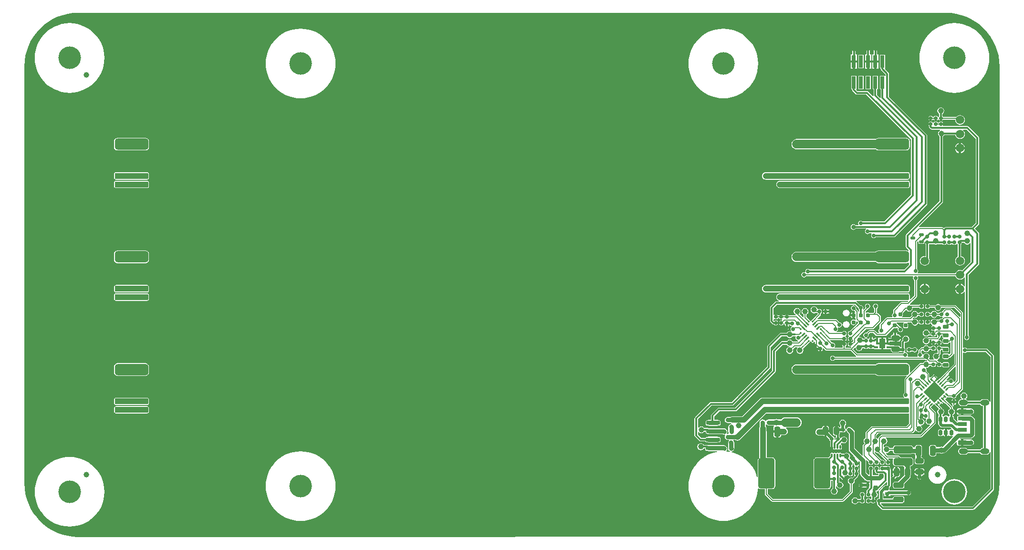
<source format=gtl>
G04*
G04 #@! TF.GenerationSoftware,Altium Limited,CircuitStudio,1.5.2 (30)*
G04*
G04 Layer_Physical_Order=1*
G04 Layer_Color=11767835*
%FSLAX25Y25*%
%MOIN*%
G70*
G01*
G75*
%ADD10R,0.01772X0.01575*%
%ADD11R,0.04409X0.06772*%
G04:AMPARAMS|DCode=12|XSize=114.17mil|YSize=212.6mil|CornerRadius=17.13mil|HoleSize=0mil|Usage=FLASHONLY|Rotation=180.000|XOffset=0mil|YOffset=0mil|HoleType=Round|Shape=RoundedRectangle|*
%AMROUNDEDRECTD12*
21,1,0.11417,0.17835,0,0,180.0*
21,1,0.07992,0.21260,0,0,180.0*
1,1,0.03425,-0.03996,0.08917*
1,1,0.03425,0.03996,0.08917*
1,1,0.03425,0.03996,-0.08917*
1,1,0.03425,-0.03996,-0.08917*
%
%ADD12ROUNDEDRECTD12*%
%ADD13R,0.02992X0.08661*%
G04:AMPARAMS|DCode=14|XSize=13.78mil|YSize=11.81mil|CornerRadius=0mil|HoleSize=0mil|Usage=FLASHONLY|Rotation=225.000|XOffset=0mil|YOffset=0mil|HoleType=Round|Shape=Rectangle|*
%AMROTATEDRECTD14*
4,1,4,0.00070,0.00905,0.00905,0.00070,-0.00070,-0.00905,-0.00905,-0.00070,0.00070,0.00905,0.0*
%
%ADD14ROTATEDRECTD14*%

G04:AMPARAMS|DCode=15|XSize=13.78mil|YSize=11.81mil|CornerRadius=0mil|HoleSize=0mil|Usage=FLASHONLY|Rotation=135.000|XOffset=0mil|YOffset=0mil|HoleType=Round|Shape=Rectangle|*
%AMROTATEDRECTD15*
4,1,4,0.00905,-0.00070,0.00070,-0.00905,-0.00905,0.00070,-0.00070,0.00905,0.00905,-0.00070,0.0*
%
%ADD15ROTATEDRECTD15*%

G04:AMPARAMS|DCode=16|XSize=27.56mil|YSize=11.81mil|CornerRadius=0mil|HoleSize=0mil|Usage=FLASHONLY|Rotation=315.000|XOffset=0mil|YOffset=0mil|HoleType=Round|Shape=Rectangle|*
%AMROTATEDRECTD16*
4,1,4,-0.01392,0.00557,-0.00557,0.01392,0.01392,-0.00557,0.00557,-0.01392,-0.01392,0.00557,0.0*
%
%ADD16ROTATEDRECTD16*%

G04:AMPARAMS|DCode=17|XSize=27.56mil|YSize=11.81mil|CornerRadius=0mil|HoleSize=0mil|Usage=FLASHONLY|Rotation=45.000|XOffset=0mil|YOffset=0mil|HoleType=Round|Shape=Rectangle|*
%AMROTATEDRECTD17*
4,1,4,-0.00557,-0.01392,-0.01392,-0.00557,0.00557,0.01392,0.01392,0.00557,-0.00557,-0.01392,0.0*
%
%ADD17ROTATEDRECTD17*%

G04:AMPARAMS|DCode=18|XSize=39.37mil|YSize=27.56mil|CornerRadius=6.89mil|HoleSize=0mil|Usage=FLASHONLY|Rotation=90.000|XOffset=0mil|YOffset=0mil|HoleType=Round|Shape=RoundedRectangle|*
%AMROUNDEDRECTD18*
21,1,0.03937,0.01378,0,0,90.0*
21,1,0.02559,0.02756,0,0,90.0*
1,1,0.01378,0.00689,0.01280*
1,1,0.01378,0.00689,-0.01280*
1,1,0.01378,-0.00689,-0.01280*
1,1,0.01378,-0.00689,0.01280*
%
%ADD18ROUNDEDRECTD18*%
G04:AMPARAMS|DCode=19|XSize=26.38mil|YSize=11.81mil|CornerRadius=1.77mil|HoleSize=0mil|Usage=FLASHONLY|Rotation=90.000|XOffset=0mil|YOffset=0mil|HoleType=Round|Shape=RoundedRectangle|*
%AMROUNDEDRECTD19*
21,1,0.02638,0.00827,0,0,90.0*
21,1,0.02284,0.01181,0,0,90.0*
1,1,0.00354,0.00413,0.01142*
1,1,0.00354,0.00413,-0.01142*
1,1,0.00354,-0.00413,-0.01142*
1,1,0.00354,-0.00413,0.01142*
%
%ADD19ROUNDEDRECTD19*%
G04:AMPARAMS|DCode=20|XSize=23.62mil|YSize=9.84mil|CornerRadius=2.46mil|HoleSize=0mil|Usage=FLASHONLY|Rotation=45.000|XOffset=0mil|YOffset=0mil|HoleType=Round|Shape=RoundedRectangle|*
%AMROUNDEDRECTD20*
21,1,0.02362,0.00492,0,0,45.0*
21,1,0.01870,0.00984,0,0,45.0*
1,1,0.00492,0.00835,0.00487*
1,1,0.00492,-0.00487,-0.00835*
1,1,0.00492,-0.00835,-0.00487*
1,1,0.00492,0.00487,0.00835*
%
%ADD20ROUNDEDRECTD20*%
G04:AMPARAMS|DCode=21|XSize=23.62mil|YSize=9.84mil|CornerRadius=2.46mil|HoleSize=0mil|Usage=FLASHONLY|Rotation=315.000|XOffset=0mil|YOffset=0mil|HoleType=Round|Shape=RoundedRectangle|*
%AMROUNDEDRECTD21*
21,1,0.02362,0.00492,0,0,315.0*
21,1,0.01870,0.00984,0,0,315.0*
1,1,0.00492,0.00487,-0.00835*
1,1,0.00492,-0.00835,0.00487*
1,1,0.00492,-0.00487,0.00835*
1,1,0.00492,0.00835,-0.00487*
%
%ADD21ROUNDEDRECTD21*%
%ADD22P,0.15033X4X90.0*%
G04:AMPARAMS|DCode=23|XSize=51.18mil|YSize=133.86mil|CornerRadius=12.8mil|HoleSize=0mil|Usage=FLASHONLY|Rotation=270.000|XOffset=0mil|YOffset=0mil|HoleType=Round|Shape=RoundedRectangle|*
%AMROUNDEDRECTD23*
21,1,0.05118,0.10827,0,0,270.0*
21,1,0.02559,0.13386,0,0,270.0*
1,1,0.02559,-0.05413,-0.01280*
1,1,0.02559,-0.05413,0.01280*
1,1,0.02559,0.05413,0.01280*
1,1,0.02559,0.05413,-0.01280*
%
%ADD23ROUNDEDRECTD23*%
%ADD24O,0.03098X0.02980*%
G04:AMPARAMS|DCode=25|XSize=37.4mil|YSize=57.09mil|CornerRadius=9.35mil|HoleSize=0mil|Usage=FLASHONLY|Rotation=0.000|XOffset=0mil|YOffset=0mil|HoleType=Round|Shape=RoundedRectangle|*
%AMROUNDEDRECTD25*
21,1,0.03740,0.03839,0,0,0.0*
21,1,0.01870,0.05709,0,0,0.0*
1,1,0.01870,0.00935,-0.01919*
1,1,0.01870,-0.00935,-0.01919*
1,1,0.01870,-0.00935,0.01919*
1,1,0.01870,0.00935,0.01919*
%
%ADD25ROUNDEDRECTD25*%
G04:AMPARAMS|DCode=26|XSize=37.4mil|YSize=57.09mil|CornerRadius=9.35mil|HoleSize=0mil|Usage=FLASHONLY|Rotation=90.000|XOffset=0mil|YOffset=0mil|HoleType=Round|Shape=RoundedRectangle|*
%AMROUNDEDRECTD26*
21,1,0.03740,0.03839,0,0,90.0*
21,1,0.01870,0.05709,0,0,90.0*
1,1,0.01870,0.01919,0.00935*
1,1,0.01870,0.01919,-0.00935*
1,1,0.01870,-0.01919,-0.00935*
1,1,0.01870,-0.01919,0.00935*
%
%ADD26ROUNDEDRECTD26*%
%ADD27C,0.03937*%
G04:AMPARAMS|DCode=28|XSize=27.56mil|YSize=62.99mil|CornerRadius=4.13mil|HoleSize=0mil|Usage=FLASHONLY|Rotation=270.000|XOffset=0mil|YOffset=0mil|HoleType=Round|Shape=RoundedRectangle|*
%AMROUNDEDRECTD28*
21,1,0.02756,0.05472,0,0,270.0*
21,1,0.01929,0.06299,0,0,270.0*
1,1,0.00827,-0.02736,-0.00965*
1,1,0.00827,-0.02736,0.00965*
1,1,0.00827,0.02736,0.00965*
1,1,0.00827,0.02736,-0.00965*
%
%ADD28ROUNDEDRECTD28*%
G04:AMPARAMS|DCode=29|XSize=29.92mil|YSize=62.99mil|CornerRadius=4.49mil|HoleSize=0mil|Usage=FLASHONLY|Rotation=270.000|XOffset=0mil|YOffset=0mil|HoleType=Round|Shape=RoundedRectangle|*
%AMROUNDEDRECTD29*
21,1,0.02992,0.05402,0,0,270.0*
21,1,0.02095,0.06299,0,0,270.0*
1,1,0.00898,-0.02701,-0.01047*
1,1,0.00898,-0.02701,0.01047*
1,1,0.00898,0.02701,0.01047*
1,1,0.00898,0.02701,-0.01047*
%
%ADD29ROUNDEDRECTD29*%
G04:AMPARAMS|DCode=30|XSize=31.5mil|YSize=62.99mil|CornerRadius=4.72mil|HoleSize=0mil|Usage=FLASHONLY|Rotation=90.000|XOffset=0mil|YOffset=0mil|HoleType=Round|Shape=RoundedRectangle|*
%AMROUNDEDRECTD30*
21,1,0.03150,0.05354,0,0,90.0*
21,1,0.02205,0.06299,0,0,90.0*
1,1,0.00945,0.02677,0.01102*
1,1,0.00945,0.02677,-0.01102*
1,1,0.00945,-0.02677,-0.01102*
1,1,0.00945,-0.02677,0.01102*
%
%ADD30ROUNDEDRECTD30*%
G04:AMPARAMS|DCode=31|XSize=236.22mil|YSize=43.31mil|CornerRadius=10.83mil|HoleSize=0mil|Usage=FLASHONLY|Rotation=0.000|XOffset=0mil|YOffset=0mil|HoleType=Round|Shape=RoundedRectangle|*
%AMROUNDEDRECTD31*
21,1,0.23622,0.02165,0,0,0.0*
21,1,0.21457,0.04331,0,0,0.0*
1,1,0.02165,0.10728,-0.01083*
1,1,0.02165,-0.10728,-0.01083*
1,1,0.02165,-0.10728,0.01083*
1,1,0.02165,0.10728,0.01083*
%
%ADD31ROUNDEDRECTD31*%
G04:AMPARAMS|DCode=32|XSize=236.22mil|YSize=78.74mil|CornerRadius=19.69mil|HoleSize=0mil|Usage=FLASHONLY|Rotation=0.000|XOffset=0mil|YOffset=0mil|HoleType=Round|Shape=RoundedRectangle|*
%AMROUNDEDRECTD32*
21,1,0.23622,0.03937,0,0,0.0*
21,1,0.19685,0.07874,0,0,0.0*
1,1,0.03937,0.09843,-0.01969*
1,1,0.03937,-0.09843,-0.01969*
1,1,0.03937,-0.09843,0.01969*
1,1,0.03937,0.09843,0.01969*
%
%ADD32ROUNDEDRECTD32*%
G04:AMPARAMS|DCode=33|XSize=23.62mil|YSize=23.62mil|CornerRadius=5.91mil|HoleSize=0mil|Usage=FLASHONLY|Rotation=270.000|XOffset=0mil|YOffset=0mil|HoleType=Round|Shape=RoundedRectangle|*
%AMROUNDEDRECTD33*
21,1,0.02362,0.01181,0,0,270.0*
21,1,0.01181,0.02362,0,0,270.0*
1,1,0.01181,-0.00591,-0.00591*
1,1,0.01181,-0.00591,0.00591*
1,1,0.01181,0.00591,0.00591*
1,1,0.01181,0.00591,-0.00591*
%
%ADD33ROUNDEDRECTD33*%
G04:AMPARAMS|DCode=34|XSize=23.62mil|YSize=23.62mil|CornerRadius=5.91mil|HoleSize=0mil|Usage=FLASHONLY|Rotation=180.000|XOffset=0mil|YOffset=0mil|HoleType=Round|Shape=RoundedRectangle|*
%AMROUNDEDRECTD34*
21,1,0.02362,0.01181,0,0,180.0*
21,1,0.01181,0.02362,0,0,180.0*
1,1,0.01181,-0.00591,0.00591*
1,1,0.01181,0.00591,0.00591*
1,1,0.01181,0.00591,-0.00591*
1,1,0.01181,-0.00591,-0.00591*
%
%ADD34ROUNDEDRECTD34*%
G04:AMPARAMS|DCode=35|XSize=41.34mil|YSize=70.87mil|CornerRadius=10.34mil|HoleSize=0mil|Usage=FLASHONLY|Rotation=180.000|XOffset=0mil|YOffset=0mil|HoleType=Round|Shape=RoundedRectangle|*
%AMROUNDEDRECTD35*
21,1,0.04134,0.05020,0,0,180.0*
21,1,0.02067,0.07087,0,0,180.0*
1,1,0.02067,-0.01034,0.02510*
1,1,0.02067,0.01034,0.02510*
1,1,0.02067,0.01034,-0.02510*
1,1,0.02067,-0.01034,-0.02510*
%
%ADD35ROUNDEDRECTD35*%
G04:AMPARAMS|DCode=36|XSize=32.68mil|YSize=20.47mil|CornerRadius=5.12mil|HoleSize=0mil|Usage=FLASHONLY|Rotation=180.000|XOffset=0mil|YOffset=0mil|HoleType=Round|Shape=RoundedRectangle|*
%AMROUNDEDRECTD36*
21,1,0.03268,0.01024,0,0,180.0*
21,1,0.02244,0.02047,0,0,180.0*
1,1,0.01024,-0.01122,0.00512*
1,1,0.01024,0.01122,0.00512*
1,1,0.01024,0.01122,-0.00512*
1,1,0.01024,-0.01122,-0.00512*
%
%ADD36ROUNDEDRECTD36*%
G04:AMPARAMS|DCode=37|XSize=27.56mil|YSize=27.56mil|CornerRadius=6.89mil|HoleSize=0mil|Usage=FLASHONLY|Rotation=90.000|XOffset=0mil|YOffset=0mil|HoleType=Round|Shape=RoundedRectangle|*
%AMROUNDEDRECTD37*
21,1,0.02756,0.01378,0,0,90.0*
21,1,0.01378,0.02756,0,0,90.0*
1,1,0.01378,0.00689,0.00689*
1,1,0.01378,0.00689,-0.00689*
1,1,0.01378,-0.00689,-0.00689*
1,1,0.01378,-0.00689,0.00689*
%
%ADD37ROUNDEDRECTD37*%
G04:AMPARAMS|DCode=38|XSize=29.53mil|YSize=39.37mil|CornerRadius=7.38mil|HoleSize=0mil|Usage=FLASHONLY|Rotation=270.000|XOffset=0mil|YOffset=0mil|HoleType=Round|Shape=RoundedRectangle|*
%AMROUNDEDRECTD38*
21,1,0.02953,0.02461,0,0,270.0*
21,1,0.01476,0.03937,0,0,270.0*
1,1,0.01476,-0.01230,-0.00738*
1,1,0.01476,-0.01230,0.00738*
1,1,0.01476,0.01230,0.00738*
1,1,0.01476,0.01230,-0.00738*
%
%ADD38ROUNDEDRECTD38*%
G04:AMPARAMS|DCode=39|XSize=25.51mil|YSize=22.01mil|CornerRadius=5.5mil|HoleSize=0mil|Usage=FLASHONLY|Rotation=90.000|XOffset=0mil|YOffset=0mil|HoleType=Round|Shape=RoundedRectangle|*
%AMROUNDEDRECTD39*
21,1,0.02551,0.01100,0,0,90.0*
21,1,0.01451,0.02201,0,0,90.0*
1,1,0.01100,0.00550,0.00725*
1,1,0.01100,0.00550,-0.00725*
1,1,0.01100,-0.00550,-0.00725*
1,1,0.01100,-0.00550,0.00725*
%
%ADD39ROUNDEDRECTD39*%
%ADD40R,0.03150X0.02165*%
G04:AMPARAMS|DCode=41|XSize=35.43mil|YSize=31.5mil|CornerRadius=7.87mil|HoleSize=0mil|Usage=FLASHONLY|Rotation=90.000|XOffset=0mil|YOffset=0mil|HoleType=Round|Shape=RoundedRectangle|*
%AMROUNDEDRECTD41*
21,1,0.03543,0.01575,0,0,90.0*
21,1,0.01969,0.03150,0,0,90.0*
1,1,0.01575,0.00787,0.00984*
1,1,0.01575,0.00787,-0.00984*
1,1,0.01575,-0.00787,-0.00984*
1,1,0.01575,-0.00787,0.00984*
%
%ADD41ROUNDEDRECTD41*%
G04:AMPARAMS|DCode=42|XSize=41.34mil|YSize=70.87mil|CornerRadius=10.34mil|HoleSize=0mil|Usage=FLASHONLY|Rotation=270.000|XOffset=0mil|YOffset=0mil|HoleType=Round|Shape=RoundedRectangle|*
%AMROUNDEDRECTD42*
21,1,0.04134,0.05020,0,0,270.0*
21,1,0.02067,0.07087,0,0,270.0*
1,1,0.02067,-0.02510,-0.01034*
1,1,0.02067,-0.02510,0.01034*
1,1,0.02067,0.02510,0.01034*
1,1,0.02067,0.02510,-0.01034*
%
%ADD42ROUNDEDRECTD42*%
%ADD43C,0.00591*%
%ADD44C,0.01969*%
%ADD45C,0.01181*%
%ADD46C,0.00787*%
%ADD47C,0.02953*%
%ADD48C,0.03937*%
%ADD49C,0.05906*%
%ADD50O,0.06299X0.03937*%
%ADD51C,0.15748*%
%ADD52C,0.05906*%
%ADD53C,0.02756*%
%ADD54C,0.03150*%
G36*
X-2235Y334510D02*
X1400Y333971D01*
X4965Y333078D01*
X8425Y331840D01*
X11747Y330269D01*
X14899Y328380D01*
X17850Y326191D01*
X20573Y323723D01*
X23041Y321000D01*
X25230Y318048D01*
X27119Y314896D01*
X28691Y311574D01*
X29929Y308114D01*
X30822Y304550D01*
X31361Y300915D01*
X31539Y297289D01*
X31496Y297244D01*
X31496D01*
X31541Y5906D01*
X31361Y2235D01*
X30822Y-1400D01*
X29929Y-4965D01*
X28691Y-8425D01*
X27119Y-11747D01*
X25230Y-14899D01*
X23041Y-17850D01*
X20573Y-20573D01*
X17850Y-23041D01*
X14899Y-25230D01*
X11747Y-27119D01*
X8425Y-28691D01*
X4965Y-29929D01*
X1400Y-30822D01*
X-2235Y-31361D01*
X-5861Y-31539D01*
X-5906Y-31496D01*
Y-31496D01*
X-612205Y-31541D01*
X-615875Y-31361D01*
X-619510Y-30822D01*
X-623075Y-29929D01*
X-626535Y-28691D01*
X-629857Y-27119D01*
X-633009Y-25230D01*
X-635961Y-23041D01*
X-638684Y-20573D01*
X-641151Y-17850D01*
X-643340Y-14899D01*
X-645230Y-11747D01*
X-646801Y-8425D01*
X-648039Y-4965D01*
X-648932Y-1400D01*
X-649471Y2235D01*
X-649649Y5861D01*
X-649606Y5906D01*
X-649606D01*
X-649651Y297244D01*
X-649471Y300915D01*
X-648932Y304550D01*
X-648039Y308114D01*
X-646801Y311574D01*
X-645230Y314896D01*
X-643340Y318048D01*
X-641151Y321000D01*
X-638684Y323723D01*
X-635961Y326191D01*
X-633009Y328380D01*
X-629857Y330269D01*
X-626535Y331840D01*
X-623075Y333078D01*
X-619510Y333971D01*
X-615875Y334510D01*
X-612250Y334689D01*
X-612205Y334646D01*
Y334646D01*
X-5906Y334691D01*
X-2235Y334510D01*
D02*
G37*
%LPC*%
G36*
X-21457Y145203D02*
X-21594Y145184D01*
X-22456Y144827D01*
X-23196Y144259D01*
X-23764Y143519D01*
X-24121Y142657D01*
X-24139Y142520D01*
X-21457D01*
Y145203D01*
D02*
G37*
G36*
X-19882D02*
Y142520D01*
X-17199D01*
X-17217Y142657D01*
X-17574Y143519D01*
X-18142Y144259D01*
X-18882Y144827D01*
X-19744Y145184D01*
X-19882Y145203D01*
D02*
G37*
G36*
X-32579Y144517D02*
X-54035D01*
X-54070Y144510D01*
X-131693D01*
X-132361Y144422D01*
X-132984Y144165D01*
X-133518Y143754D01*
X-133928Y143220D01*
X-134186Y142597D01*
X-134274Y141929D01*
X-134186Y141261D01*
X-133928Y140639D01*
X-133518Y140104D01*
X-132984Y139694D01*
X-132361Y139436D01*
X-131693Y139348D01*
X-54070D01*
X-54035Y139341D01*
X-32579D01*
X-32003Y139456D01*
X-31514Y139782D01*
X-31188Y140270D01*
X-31073Y140847D01*
Y143012D01*
X-31188Y143588D01*
X-31514Y144076D01*
X-32003Y144403D01*
X-32579Y144517D01*
D02*
G37*
G36*
X3150Y140945D02*
X467D01*
X485Y140807D01*
X842Y139945D01*
X1410Y139205D01*
X2150Y138637D01*
X3012Y138280D01*
X3150Y138262D01*
Y140945D01*
D02*
G37*
G36*
X-564075Y144517D02*
X-585532D01*
X-586107Y144403D01*
X-586596Y144076D01*
X-586922Y143588D01*
X-587037Y143012D01*
Y140847D01*
X-586922Y140270D01*
X-586596Y139782D01*
X-586107Y139456D01*
X-585532Y139341D01*
X-564075D01*
X-563499Y139456D01*
X-563010Y139782D01*
X-562684Y140270D01*
X-562570Y140847D01*
Y143012D01*
X-562684Y143588D01*
X-563010Y144076D01*
X-563499Y144403D01*
X-564075Y144517D01*
D02*
G37*
G36*
X3150Y145203D02*
X3012Y145184D01*
X2150Y144827D01*
X1410Y144259D01*
X842Y143519D01*
X485Y142657D01*
X467Y142520D01*
X3150D01*
Y145203D01*
D02*
G37*
G36*
X-564075Y223257D02*
X-585532D01*
X-586107Y223143D01*
X-586596Y222816D01*
X-586922Y222328D01*
X-587037Y221752D01*
Y219587D01*
X-586922Y219011D01*
X-586596Y218522D01*
X-586107Y218196D01*
X-585532Y218081D01*
X-564075D01*
X-563499Y218196D01*
X-563010Y218522D01*
X-562684Y219011D01*
X-562570Y219587D01*
Y221752D01*
X-562684Y222328D01*
X-563010Y222816D01*
X-563499Y223143D01*
X-564075Y223257D01*
D02*
G37*
G36*
X-32579D02*
X-54035D01*
X-54070Y223250D01*
X-131693D01*
X-132361Y223163D01*
X-132984Y222905D01*
X-133518Y222494D01*
X-133928Y221960D01*
X-134186Y221337D01*
X-134274Y220669D01*
X-134186Y220001D01*
X-133928Y219379D01*
X-133518Y218844D01*
X-132984Y218434D01*
X-132361Y218176D01*
X-131693Y218088D01*
X-54070D01*
X-54035Y218081D01*
X-32579D01*
X-32003Y218196D01*
X-31514Y218522D01*
X-31188Y219011D01*
X-31073Y219587D01*
Y221752D01*
X-31188Y222328D01*
X-31514Y222816D01*
X-32003Y223143D01*
X-32579Y223257D01*
D02*
G37*
G36*
Y217352D02*
X-54035D01*
X-54070Y217345D01*
X-121850D01*
X-122518Y217257D01*
X-123141Y216999D01*
X-123676Y216589D01*
X-124086Y216054D01*
X-124344Y215432D01*
X-124432Y214764D01*
X-124344Y214096D01*
X-124086Y213473D01*
X-123676Y212939D01*
X-123141Y212528D01*
X-122518Y212271D01*
X-121850Y212183D01*
X-54070D01*
X-54035Y212176D01*
X-32579D01*
X-32003Y212290D01*
X-31514Y212617D01*
X-31188Y213105D01*
X-31073Y213681D01*
Y215846D01*
X-31188Y216423D01*
X-31514Y216911D01*
X-32003Y217237D01*
X-32579Y217352D01*
D02*
G37*
G36*
X-564961Y168550D02*
X-584646D01*
X-585567Y168367D01*
X-586349Y167845D01*
X-586871Y167063D01*
X-587054Y166142D01*
Y162205D01*
X-586871Y161283D01*
X-586349Y160502D01*
X-585567Y159980D01*
X-584646Y159796D01*
X-564961D01*
X-564039Y159980D01*
X-563258Y160502D01*
X-562736Y161283D01*
X-562552Y162205D01*
Y166142D01*
X-562736Y167063D01*
X-563258Y167845D01*
X-564039Y168367D01*
X-564961Y168550D01*
D02*
G37*
G36*
X-564075Y217352D02*
X-585532D01*
X-586107Y217237D01*
X-586596Y216911D01*
X-586922Y216423D01*
X-587037Y215846D01*
Y213681D01*
X-586922Y213105D01*
X-586596Y212617D01*
X-586107Y212290D01*
X-585532Y212176D01*
X-564075D01*
X-563499Y212290D01*
X-563010Y212617D01*
X-562684Y213105D01*
X-562570Y213681D01*
Y215846D01*
X-562684Y216423D01*
X-563010Y216911D01*
X-563499Y217237D01*
X-564075Y217352D01*
D02*
G37*
G36*
X-17199Y140945D02*
X-19882D01*
Y138262D01*
X-19744Y138280D01*
X-18882Y138637D01*
X-18142Y139205D01*
X-17574Y139945D01*
X-17217Y140807D01*
X-17199Y140945D01*
D02*
G37*
G36*
X-61417Y6299D02*
X-62795D01*
Y6232D01*
X-65059D01*
X-65674Y6109D01*
X-66194Y5761D01*
X-66543Y5240D01*
X-66665Y4626D01*
X-66543Y4011D01*
X-66194Y3491D01*
X-65674Y3143D01*
X-65059Y3020D01*
X-62795D01*
Y2953D01*
X-61417D01*
Y4626D01*
Y6299D01*
D02*
G37*
G36*
X-564075Y59871D02*
X-585532D01*
X-586107Y59757D01*
X-586596Y59431D01*
X-586922Y58942D01*
X-587037Y58366D01*
Y56201D01*
X-586922Y55625D01*
X-586596Y55136D01*
X-586107Y54810D01*
X-585532Y54695D01*
X-564075D01*
X-563499Y54810D01*
X-563010Y55136D01*
X-562684Y55625D01*
X-562570Y56201D01*
Y58366D01*
X-562684Y58942D01*
X-563010Y59431D01*
X-563499Y59757D01*
X-564075Y59871D01*
D02*
G37*
G36*
X-63681Y-374D02*
X-64862D01*
X-65246Y-451D01*
X-65572Y-668D01*
X-65789Y-994D01*
X-65866Y-1378D01*
Y-2559D01*
X-65789Y-2943D01*
X-65572Y-3269D01*
X-65476Y-3333D01*
Y-4935D01*
X-65572Y-4999D01*
X-65636Y-5095D01*
X-67255D01*
X-67588Y-4596D01*
X-68370Y-4074D01*
X-69291Y-3891D01*
X-70213Y-4074D01*
X-70994Y-4596D01*
X-71517Y-5378D01*
X-71700Y-6299D01*
X-71517Y-7221D01*
X-70994Y-8002D01*
X-70213Y-8524D01*
X-69291Y-8708D01*
X-68370Y-8524D01*
X-67588Y-8002D01*
X-67255Y-7503D01*
X-65636D01*
X-65572Y-7599D01*
X-65246Y-7817D01*
X-64862Y-7893D01*
X-63681D01*
X-63297Y-7817D01*
X-62972Y-7599D01*
X-62754Y-7274D01*
X-62678Y-6890D01*
Y-5709D01*
X-62754Y-5325D01*
X-62972Y-4999D01*
X-63067Y-4935D01*
Y-3333D01*
X-62972Y-3269D01*
X-62754Y-2943D01*
X-62678Y-2559D01*
Y-1378D01*
X-62754Y-994D01*
X-62972Y-668D01*
X-63297Y-451D01*
X-63681Y-374D01*
D02*
G37*
G36*
X-618110Y24349D02*
X-620836Y24196D01*
X-623528Y23739D01*
X-626152Y22983D01*
X-628675Y21938D01*
X-631065Y20617D01*
X-633292Y19037D01*
X-635328Y17218D01*
X-637147Y15182D01*
X-638727Y12955D01*
X-640048Y10565D01*
X-641093Y8042D01*
X-641849Y5418D01*
X-642307Y2726D01*
X-642460Y0D01*
X-642307Y-2726D01*
X-641849Y-5418D01*
X-641093Y-8042D01*
X-640048Y-10565D01*
X-638727Y-12955D01*
X-637147Y-15182D01*
X-635328Y-17218D01*
X-633292Y-19037D01*
X-631065Y-20617D01*
X-628675Y-21938D01*
X-626152Y-22983D01*
X-623528Y-23739D01*
X-620836Y-24196D01*
X-618110Y-24349D01*
X-615384Y-24196D01*
X-612692Y-23739D01*
X-610068Y-22983D01*
X-607546Y-21938D01*
X-605156Y-20617D01*
X-602929Y-19037D01*
X-600893Y-17218D01*
X-599073Y-15182D01*
X-597493Y-12955D01*
X-596172Y-10565D01*
X-595127Y-8042D01*
X-594371Y-5418D01*
X-593914Y-2726D01*
X-593761Y0D01*
X-593914Y2726D01*
X-594371Y5418D01*
X-595127Y8042D01*
X-596172Y10565D01*
X-597493Y12955D01*
X-599073Y15182D01*
X-600893Y17218D01*
X-602929Y19037D01*
X-605156Y20617D01*
X-607546Y21938D01*
X-610068Y22983D01*
X-612692Y23739D01*
X-615384Y24196D01*
X-618110Y24349D01*
D02*
G37*
G36*
X-456693Y28286D02*
X-459419Y28133D01*
X-462111Y27676D01*
X-464735Y26920D01*
X-467258Y25875D01*
X-469648Y24554D01*
X-471875Y22974D01*
X-473911Y21155D01*
X-475730Y19119D01*
X-477310Y16892D01*
X-478631Y14502D01*
X-479676Y11979D01*
X-480432Y9355D01*
X-480889Y6663D01*
X-481042Y3937D01*
X-480889Y1211D01*
X-480432Y-1481D01*
X-479676Y-4105D01*
X-478631Y-6628D01*
X-477310Y-9018D01*
X-475730Y-11244D01*
X-473911Y-13281D01*
X-471875Y-15100D01*
X-469648Y-16680D01*
X-467258Y-18001D01*
X-464735Y-19046D01*
X-462111Y-19802D01*
X-459419Y-20259D01*
X-456693Y-20412D01*
X-453967Y-20259D01*
X-451275Y-19802D01*
X-448651Y-19046D01*
X-446128Y-18001D01*
X-443738Y-16680D01*
X-441511Y-15100D01*
X-439475Y-13281D01*
X-437656Y-11244D01*
X-436076Y-9018D01*
X-434755Y-6628D01*
X-433710Y-4105D01*
X-432954Y-1481D01*
X-432497Y1211D01*
X-432344Y3937D01*
X-432497Y6663D01*
X-432954Y9355D01*
X-433710Y11979D01*
X-434755Y14502D01*
X-436076Y16892D01*
X-437656Y19119D01*
X-439475Y21155D01*
X-441511Y22974D01*
X-443738Y24554D01*
X-446128Y25875D01*
X-448651Y26920D01*
X-451275Y27676D01*
X-453967Y28133D01*
X-456693Y28286D01*
D02*
G37*
G36*
X-564075Y65777D02*
X-585532D01*
X-586107Y65662D01*
X-586596Y65336D01*
X-586922Y64848D01*
X-587037Y64272D01*
Y62106D01*
X-586922Y61530D01*
X-586596Y61042D01*
X-586107Y60716D01*
X-585532Y60601D01*
X-564075D01*
X-563499Y60716D01*
X-563010Y61042D01*
X-562684Y61530D01*
X-562570Y62106D01*
Y64272D01*
X-562684Y64848D01*
X-563010Y65336D01*
X-563499Y65662D01*
X-564075Y65777D01*
D02*
G37*
G36*
Y138612D02*
X-585532D01*
X-586107Y138497D01*
X-586596Y138171D01*
X-586922Y137682D01*
X-587037Y137106D01*
Y134941D01*
X-586922Y134365D01*
X-586596Y133877D01*
X-586107Y133550D01*
X-585532Y133436D01*
X-564075D01*
X-563499Y133550D01*
X-563010Y133877D01*
X-562684Y134365D01*
X-562570Y134941D01*
Y137106D01*
X-562684Y137682D01*
X-563010Y138171D01*
X-563499Y138497D01*
X-564075Y138612D01*
D02*
G37*
G36*
X-21457Y140945D02*
X-24139D01*
X-24121Y140807D01*
X-23764Y139945D01*
X-23196Y139205D01*
X-22456Y138637D01*
X-21594Y138280D01*
X-21457Y138262D01*
Y140945D01*
D02*
G37*
G36*
X-37470Y106595D02*
X-40157D01*
Y104891D01*
X-39026D01*
X-38430Y105010D01*
X-37926Y105347D01*
X-37589Y105852D01*
X-37470Y106447D01*
Y106595D01*
D02*
G37*
G36*
X-564961Y89810D02*
X-584646D01*
X-585567Y89627D01*
X-586349Y89105D01*
X-586871Y88323D01*
X-587054Y87402D01*
Y83465D01*
X-586871Y82543D01*
X-586349Y81761D01*
X-585567Y81239D01*
X-584646Y81056D01*
X-564961D01*
X-564039Y81239D01*
X-563258Y81761D01*
X-562736Y82543D01*
X-562552Y83465D01*
Y87402D01*
X-562736Y88323D01*
X-563258Y89105D01*
X-564039Y89627D01*
X-564961Y89810D01*
D02*
G37*
G36*
X-27559Y100971D02*
X-28250Y100833D01*
X-28836Y100442D01*
X-28885Y100369D01*
X-30395D01*
X-30491Y100513D01*
X-30817Y100730D01*
X-31201Y100807D01*
X-32382D01*
X-32766Y100730D01*
X-33092Y100513D01*
X-33309Y100187D01*
X-33385Y99803D01*
Y98622D01*
X-33309Y98238D01*
X-33092Y97913D01*
X-32766Y97695D01*
X-32382Y97619D01*
X-31201D01*
X-30817Y97695D01*
X-30491Y97913D01*
X-30459Y97960D01*
X-28885D01*
X-28836Y97887D01*
X-28250Y97496D01*
X-27559Y97358D01*
X-26868Y97496D01*
X-26282Y97887D01*
X-25890Y98473D01*
X-25753Y99164D01*
X-25890Y99856D01*
X-26282Y100442D01*
X-26868Y100833D01*
X-27559Y100971D01*
D02*
G37*
G36*
X-564961Y247290D02*
X-584646D01*
X-585567Y247107D01*
X-586349Y246585D01*
X-586871Y245804D01*
X-587054Y244882D01*
Y240945D01*
X-586871Y240023D01*
X-586349Y239242D01*
X-585567Y238720D01*
X-584646Y238536D01*
X-564961D01*
X-564039Y238720D01*
X-563258Y239242D01*
X-562736Y240023D01*
X-562552Y240945D01*
Y244882D01*
X-562736Y245804D01*
X-563258Y246585D01*
X-564039Y247107D01*
X-564961Y247290D01*
D02*
G37*
G36*
X-63346Y290748D02*
X-67126D01*
Y281299D01*
X-63346D01*
Y290748D01*
D02*
G37*
G36*
X-58346D02*
X-62126D01*
Y281299D01*
X-58346D01*
Y290748D01*
D02*
G37*
G36*
X0Y327499D02*
X-2726Y327346D01*
X-5418Y326888D01*
X-8042Y326132D01*
X-10565Y325088D01*
X-12955Y323767D01*
X-15182Y322187D01*
X-17218Y320367D01*
X-19037Y318331D01*
X-20617Y316104D01*
X-21938Y313714D01*
X-22983Y311192D01*
X-23739Y308568D01*
X-24196Y305876D01*
X-24349Y303150D01*
X-24196Y300423D01*
X-23739Y297731D01*
X-22983Y295108D01*
X-21938Y292585D01*
X-20617Y290195D01*
X-19037Y287968D01*
X-17218Y285932D01*
X-15182Y284113D01*
X-12955Y282533D01*
X-10565Y281212D01*
X-8042Y280167D01*
X-5418Y279411D01*
X-2726Y278953D01*
X0Y278800D01*
X2726Y278953D01*
X5418Y279411D01*
X8042Y280167D01*
X10565Y281212D01*
X12955Y282533D01*
X15182Y284113D01*
X17218Y285932D01*
X19037Y287968D01*
X20617Y290195D01*
X21938Y292585D01*
X22983Y295108D01*
X23739Y297731D01*
X24196Y300423D01*
X24349Y303150D01*
X24196Y305876D01*
X23739Y308568D01*
X22983Y311192D01*
X21938Y313714D01*
X20617Y316104D01*
X19037Y318331D01*
X17218Y320367D01*
X15182Y322187D01*
X12955Y323767D01*
X10565Y325088D01*
X8042Y326132D01*
X5418Y326888D01*
X2726Y327346D01*
X0Y327499D01*
D02*
G37*
G36*
X-48346Y305315D02*
X-52126D01*
Y295866D01*
X-51759D01*
X-51441Y295512D01*
X-51349Y295051D01*
X-51088Y294660D01*
X-48055Y291627D01*
Y291127D01*
X-48346Y290748D01*
X-52126D01*
Y281299D01*
X-51441D01*
Y275504D01*
X-51609Y275378D01*
X-51919Y275275D01*
X-54032Y277389D01*
Y281299D01*
X-53347D01*
Y290748D01*
X-57126D01*
Y281299D01*
X-56441D01*
Y276890D01*
X-56441Y276890D01*
X-56851Y276392D01*
X-56957Y276377D01*
X-60172Y279592D01*
X-60563Y279853D01*
X-61024Y279944D01*
X-61024Y279944D01*
X-67611D01*
X-68528Y280861D01*
X-68347Y281299D01*
X-68346D01*
X-68347Y281299D01*
Y290748D01*
X-72126D01*
Y281299D01*
X-71631D01*
X-71441Y280866D01*
X-71349Y280405D01*
X-71088Y280015D01*
X-68962Y277889D01*
X-68571Y277628D01*
X-68110Y277536D01*
X-68110Y277536D01*
X-61523D01*
X-30338Y246352D01*
Y207585D01*
X-48924Y188999D01*
X-64361D01*
X-64821Y189307D01*
X-65512Y189444D01*
X-66203Y189307D01*
X-66789Y188915D01*
X-67181Y188329D01*
X-67318Y187638D01*
X-67181Y186946D01*
X-67045Y186744D01*
X-67312Y186244D01*
X-68910D01*
X-69053Y186459D01*
X-69704Y186894D01*
X-70472Y187046D01*
X-71241Y186894D01*
X-71892Y186459D01*
X-72327Y185807D01*
X-72479Y185039D01*
X-72327Y184271D01*
X-71892Y183620D01*
X-71241Y183185D01*
X-70472Y183032D01*
X-69704Y183185D01*
X-69053Y183620D01*
X-68910Y183835D01*
X-61807D01*
X-61656Y183335D01*
X-61907Y183167D01*
X-62299Y182581D01*
X-62436Y181890D01*
X-62299Y181199D01*
X-61907Y180613D01*
X-61321Y180221D01*
X-60630Y180083D01*
X-59939Y180221D01*
X-59353Y180613D01*
X-59304Y180685D01*
X-57995D01*
X-57727Y180185D01*
X-57968Y179825D01*
X-58106Y179134D01*
X-57968Y178443D01*
X-57577Y177857D01*
X-56990Y177465D01*
X-56299Y177328D01*
X-55608Y177465D01*
X-55022Y177857D01*
X-54973Y177930D01*
X-42126D01*
X-42126Y177930D01*
X-41665Y178021D01*
X-41274Y178282D01*
X-19227Y200330D01*
X-18966Y200720D01*
X-18875Y201181D01*
X-18875Y201181D01*
Y248819D01*
X-18966Y249280D01*
X-19071Y249436D01*
X-19227Y249670D01*
X-19227Y249670D01*
X-45646Y276089D01*
Y292126D01*
X-45738Y292587D01*
X-45999Y292977D01*
X-45999Y292977D01*
X-48434Y295412D01*
X-48346Y295866D01*
X-48346D01*
X-48346Y295866D01*
Y305315D01*
D02*
G37*
G36*
X-618110Y327499D02*
X-620836Y327346D01*
X-623528Y326888D01*
X-626152Y326132D01*
X-628675Y325088D01*
X-631065Y323767D01*
X-633292Y322187D01*
X-635328Y320367D01*
X-637147Y318331D01*
X-638727Y316104D01*
X-640048Y313714D01*
X-641093Y311192D01*
X-641849Y308568D01*
X-642307Y305876D01*
X-642460Y303150D01*
X-642307Y300423D01*
X-641849Y297731D01*
X-641093Y295108D01*
X-640048Y292585D01*
X-638727Y290195D01*
X-637147Y287968D01*
X-635328Y285932D01*
X-633292Y284113D01*
X-631065Y282533D01*
X-628675Y281212D01*
X-626152Y280167D01*
X-623528Y279411D01*
X-620836Y278953D01*
X-618110Y278800D01*
X-615384Y278953D01*
X-612692Y279411D01*
X-610068Y280167D01*
X-607546Y281212D01*
X-605156Y282533D01*
X-602929Y284113D01*
X-600893Y285932D01*
X-599073Y287968D01*
X-597493Y290195D01*
X-596172Y292585D01*
X-595127Y295108D01*
X-594371Y297731D01*
X-593914Y300423D01*
X-593761Y303150D01*
X-593914Y305876D01*
X-594371Y308568D01*
X-595127Y311192D01*
X-596172Y313714D01*
X-597493Y316104D01*
X-599073Y318331D01*
X-600893Y320367D01*
X-602929Y322187D01*
X-605156Y323767D01*
X-607546Y325088D01*
X-610068Y326132D01*
X-612692Y326888D01*
X-615384Y327346D01*
X-618110Y327499D01*
D02*
G37*
G36*
X-61024Y299803D02*
X-62323D01*
Y295669D01*
X-61024D01*
Y299803D01*
D02*
G37*
G36*
X-53150D02*
X-54449D01*
Y295669D01*
X-53150D01*
Y299803D01*
D02*
G37*
G36*
X-56024D02*
X-57323D01*
Y295669D01*
X-56024D01*
Y299803D01*
D02*
G37*
G36*
X-68150D02*
X-69449D01*
Y295669D01*
X-68150D01*
Y299803D01*
D02*
G37*
G36*
X-71024D02*
X-72323D01*
Y295669D01*
X-71024D01*
Y299803D01*
D02*
G37*
G36*
X-63346Y305315D02*
X-67126D01*
Y295866D01*
X-63346D01*
Y305315D01*
D02*
G37*
G36*
X-70079Y310259D02*
X-70540Y310168D01*
X-70930Y309907D01*
X-71191Y309516D01*
X-71283Y309055D01*
Y305512D01*
X-72323D01*
Y301378D01*
X-70236D01*
X-68150D01*
Y305512D01*
X-68875D01*
Y309055D01*
X-68966Y309516D01*
X-69227Y309907D01*
X-69618Y310168D01*
X-70079Y310259D01*
D02*
G37*
G36*
X-58150Y299803D02*
X-59449D01*
Y295669D01*
X-58150D01*
Y299803D01*
D02*
G37*
G36*
X-33465Y247290D02*
X-53150D01*
X-54071Y247107D01*
X-54853Y246585D01*
X-54918Y246487D01*
X-110236D01*
X-111161Y246365D01*
X-112023Y246008D01*
X-112763Y245441D01*
X-113331Y244700D01*
X-113688Y243838D01*
X-113810Y242913D01*
X-113688Y241988D01*
X-113331Y241126D01*
X-112763Y240386D01*
X-112023Y239818D01*
X-111161Y239461D01*
X-110236Y239339D01*
X-54918D01*
X-54853Y239242D01*
X-54071Y238720D01*
X-53150Y238536D01*
X-33465D01*
X-32543Y238720D01*
X-31762Y239242D01*
X-31239Y240023D01*
X-31056Y240945D01*
Y244882D01*
X-31239Y245804D01*
X-31762Y246585D01*
X-32543Y247107D01*
X-33465Y247290D01*
D02*
G37*
G36*
X-60236Y310653D02*
X-60697Y310561D01*
X-61088Y310300D01*
X-61349Y309910D01*
X-61440Y309449D01*
Y305512D01*
X-62323D01*
Y301378D01*
X-60236D01*
X-58150D01*
Y305512D01*
X-59032D01*
Y309449D01*
X-59124Y309910D01*
X-59385Y310300D01*
X-59775Y310561D01*
X-60236Y310653D01*
D02*
G37*
G36*
X-55118D02*
X-55579Y310561D01*
X-55970Y310300D01*
X-56231Y309910D01*
X-56322Y309449D01*
Y305512D01*
X-57323D01*
Y301378D01*
X-55236D01*
X-53150D01*
Y305512D01*
X-53914D01*
Y309449D01*
X-54005Y309910D01*
X-54267Y310300D01*
X-54657Y310561D01*
X-55118Y310653D01*
D02*
G37*
G36*
X-9449Y268550D02*
X-10370Y268367D01*
X-11152Y267845D01*
X-11674Y267063D01*
X-11857Y266142D01*
X-11674Y265220D01*
X-11152Y264439D01*
X-10653Y264105D01*
Y262486D01*
X-10749Y262422D01*
X-10965Y262099D01*
X-10976Y262097D01*
X-11465D01*
X-11476Y262099D01*
X-11692Y262422D01*
X-12017Y262640D01*
X-12402Y262716D01*
X-13583D01*
X-13967Y262640D01*
X-14292Y262422D01*
X-14491Y262126D01*
X-15037D01*
X-15235Y262422D01*
X-15561Y262640D01*
X-15945Y262716D01*
X-17126D01*
X-17510Y262640D01*
X-17836Y262422D01*
X-18053Y262097D01*
X-18129Y261713D01*
Y260531D01*
X-18053Y260148D01*
X-17836Y259822D01*
X-17510Y259604D01*
X-17126Y259528D01*
X-15945D01*
X-15561Y259604D01*
X-15235Y259822D01*
X-15037Y260119D01*
X-14491D01*
X-14292Y259822D01*
X-13967Y259604D01*
X-13583Y259528D01*
X-12402D01*
X-12017Y259604D01*
X-11692Y259822D01*
X-11476Y260145D01*
X-11465Y260148D01*
X-10976D01*
X-10965Y260145D01*
X-10749Y259822D01*
X-10423Y259604D01*
X-10039Y259528D01*
X-8858D01*
X-8474Y259604D01*
X-8149Y259822D01*
X-7950Y260119D01*
X320D01*
X562Y259842D01*
X677Y258969D01*
X1014Y258155D01*
X1550Y257456D01*
X2249Y256919D01*
X3063Y256582D01*
X3937Y256467D01*
X4811Y256582D01*
X5625Y256919D01*
X6324Y257456D01*
X6860Y258155D01*
X7197Y258969D01*
X7312Y259842D01*
X7197Y260716D01*
X6860Y261530D01*
X6324Y262229D01*
X5625Y262766D01*
X4811Y263103D01*
X3937Y263218D01*
X3063Y263103D01*
X2249Y262766D01*
X1550Y262229D01*
X1471Y262126D01*
X-7950D01*
X-8149Y262422D01*
X-8245Y262486D01*
Y264105D01*
X-7746Y264439D01*
X-7224Y265220D01*
X-7040Y266142D01*
X-7224Y267063D01*
X-7746Y267845D01*
X-8527Y268367D01*
X-9449Y268550D01*
D02*
G37*
G36*
X-456693Y323562D02*
X-459419Y323409D01*
X-462111Y322952D01*
X-464735Y322196D01*
X-467258Y321151D01*
X-469648Y319830D01*
X-471875Y318250D01*
X-473911Y316430D01*
X-475730Y314394D01*
X-477310Y312167D01*
X-478631Y309777D01*
X-479676Y307255D01*
X-480432Y304631D01*
X-480889Y301939D01*
X-481042Y299213D01*
X-480889Y296486D01*
X-480432Y293794D01*
X-479676Y291171D01*
X-478631Y288648D01*
X-477310Y286258D01*
X-475730Y284031D01*
X-473911Y281995D01*
X-471875Y280175D01*
X-469648Y278595D01*
X-467258Y277275D01*
X-464735Y276230D01*
X-462111Y275474D01*
X-459419Y275016D01*
X-456693Y274863D01*
X-453967Y275016D01*
X-451275Y275474D01*
X-448651Y276230D01*
X-446128Y277275D01*
X-443738Y278595D01*
X-441511Y280175D01*
X-439475Y281995D01*
X-437656Y284031D01*
X-436076Y286258D01*
X-434755Y288648D01*
X-433710Y291171D01*
X-432954Y293794D01*
X-432497Y296486D01*
X-432344Y299213D01*
X-432497Y301939D01*
X-432954Y304631D01*
X-433710Y307255D01*
X-434755Y309777D01*
X-436076Y312167D01*
X-437656Y314394D01*
X-439475Y316430D01*
X-441511Y318250D01*
X-443738Y319830D01*
X-446128Y321151D01*
X-448651Y322196D01*
X-451275Y322952D01*
X-453967Y323409D01*
X-456693Y323562D01*
D02*
G37*
G36*
X-161417D02*
X-164144Y323409D01*
X-166836Y322952D01*
X-169459Y322196D01*
X-171982Y321151D01*
X-174372Y319830D01*
X-176599Y318250D01*
X-178635Y316430D01*
X-180454Y314394D01*
X-182035Y312167D01*
X-183355Y309777D01*
X-184400Y307255D01*
X-185156Y304631D01*
X-185614Y301939D01*
X-185767Y299213D01*
X-185614Y296486D01*
X-185156Y293794D01*
X-184400Y291171D01*
X-183355Y288648D01*
X-182035Y286258D01*
X-180454Y284031D01*
X-178635Y281995D01*
X-176599Y280175D01*
X-174372Y278595D01*
X-171982Y277275D01*
X-169459Y276230D01*
X-166836Y275474D01*
X-164144Y275016D01*
X-161417Y274863D01*
X-158691Y275016D01*
X-155999Y275474D01*
X-153375Y276230D01*
X-150853Y277275D01*
X-148463Y278595D01*
X-146236Y280175D01*
X-144200Y281995D01*
X-142380Y284031D01*
X-140800Y286258D01*
X-139479Y288648D01*
X-138434Y291171D01*
X-137679Y293794D01*
X-137221Y296486D01*
X-137068Y299213D01*
X-137221Y301939D01*
X-137679Y304631D01*
X-138434Y307255D01*
X-139479Y309777D01*
X-140800Y312167D01*
X-142380Y314394D01*
X-144200Y316430D01*
X-146236Y318250D01*
X-148463Y319830D01*
X-150853Y321151D01*
X-153375Y322196D01*
X-155999Y322952D01*
X-158691Y323409D01*
X-161417Y323562D01*
D02*
G37*
G36*
X-8858Y258582D02*
X-10039D01*
X-10423Y258506D01*
X-10749Y258288D01*
X-10947Y257992D01*
X-11494D01*
X-11692Y258288D01*
X-12017Y258506D01*
X-12402Y258582D01*
X-13583D01*
X-13967Y258506D01*
X-14292Y258288D01*
X-14508Y257965D01*
X-14520Y257963D01*
X-15008D01*
X-15019Y257965D01*
X-15235Y258288D01*
X-15561Y258506D01*
X-15945Y258582D01*
X-17126D01*
X-17510Y258506D01*
X-17836Y258288D01*
X-18053Y257963D01*
X-18129Y257579D01*
Y256398D01*
X-18053Y256014D01*
X-17836Y255688D01*
X-17740Y255624D01*
Y255118D01*
X-17740Y255118D01*
X-17648Y254657D01*
X-17387Y254267D01*
X-16600Y253479D01*
X-16600Y253479D01*
X-16209Y253218D01*
X-15748Y253127D01*
X-15748Y253127D01*
X-9988D01*
X-9939Y252626D01*
X-9977Y252619D01*
X-10758Y252097D01*
X-11280Y251315D01*
X-11464Y250394D01*
X-11280Y249472D01*
X-10758Y248691D01*
X-10259Y248357D01*
Y203255D01*
X-33529Y179985D01*
X-33790Y179595D01*
X-33881Y179134D01*
X-33881Y179134D01*
Y171260D01*
X-33881Y171260D01*
X-33790Y170799D01*
X-33529Y170408D01*
X-31814Y168694D01*
X-31843Y168500D01*
X-32384Y168261D01*
X-32543Y168367D01*
X-33465Y168550D01*
X-53150D01*
X-54071Y168367D01*
X-54853Y167845D01*
X-54918Y167747D01*
X-110236D01*
X-111161Y167625D01*
X-112023Y167268D01*
X-112763Y166700D01*
X-113331Y165960D01*
X-113688Y165098D01*
X-113810Y164173D01*
X-113688Y163248D01*
X-113331Y162386D01*
X-112763Y161646D01*
X-112023Y161078D01*
X-111161Y160721D01*
X-110236Y160599D01*
X-54918D01*
X-54853Y160502D01*
X-54071Y159980D01*
X-53150Y159796D01*
X-33465D01*
X-32543Y159980D01*
X-32019Y160329D01*
X-31519Y160062D01*
Y158766D01*
X-35144Y155141D01*
X-101036D01*
X-101085Y155214D01*
X-101671Y155606D01*
X-102362Y155743D01*
X-103053Y155606D01*
X-103639Y155214D01*
X-104031Y154628D01*
X-104169Y153937D01*
X-104108Y153632D01*
X-104223Y153491D01*
X-104545Y153267D01*
X-105118Y153381D01*
X-105809Y153244D01*
X-106395Y152852D01*
X-106787Y152266D01*
X-106924Y151575D01*
X-106787Y150883D01*
X-106395Y150297D01*
X-105809Y149906D01*
X-105118Y149768D01*
X-104427Y149906D01*
X-103841Y150297D01*
X-103658Y150571D01*
X-28990D01*
X-28722Y150071D01*
X-28834Y149904D01*
X-28972Y149213D01*
X-28834Y148521D01*
X-28443Y147935D01*
X-28169Y147752D01*
Y137030D01*
X-30640Y134559D01*
X-31100Y134805D01*
X-31073Y134941D01*
Y137106D01*
X-31188Y137682D01*
X-31514Y138171D01*
X-32003Y138497D01*
X-32579Y138612D01*
X-54035D01*
X-54070Y138605D01*
X-121850D01*
X-122518Y138517D01*
X-123141Y138259D01*
X-123676Y137849D01*
X-124086Y137314D01*
X-124344Y136692D01*
X-124432Y136024D01*
X-124344Y135356D01*
X-124086Y134733D01*
X-123676Y134198D01*
X-123141Y133788D01*
X-122672Y133594D01*
X-122771Y133094D01*
X-124409D01*
X-124409Y133094D01*
X-124870Y133002D01*
X-125261Y132741D01*
X-125261Y132741D01*
X-128411Y129592D01*
X-128672Y129201D01*
X-128763Y128740D01*
X-128763Y128740D01*
Y119291D01*
X-128763Y119291D01*
X-128672Y118831D01*
X-128411Y118440D01*
X-127131Y117160D01*
X-126740Y116899D01*
X-126279Y116808D01*
X-126279Y116808D01*
X-126167D01*
X-126103Y116712D01*
X-125778Y116494D01*
X-125394Y116418D01*
X-124213D01*
X-123829Y116494D01*
X-123503Y116712D01*
X-123285Y117037D01*
X-123209Y117421D01*
Y118602D01*
X-123285Y118986D01*
X-123503Y119312D01*
X-123829Y119529D01*
X-124213Y119606D01*
X-125394D01*
X-125778Y119529D01*
X-125967Y119403D01*
X-126355Y119790D01*
Y120412D01*
X-125855Y120679D01*
X-125778Y120628D01*
X-125394Y120552D01*
X-124213D01*
X-123829Y120628D01*
X-123503Y120845D01*
X-123305Y121142D01*
X-122364D01*
X-122166Y120845D01*
X-121841Y120628D01*
X-121457Y120552D01*
X-120453D01*
X-120227Y120079D01*
X-120226Y120071D01*
X-120691Y119606D01*
X-121457D01*
X-121841Y119529D01*
X-122166Y119312D01*
X-122384Y118986D01*
X-122460Y118602D01*
Y117421D01*
X-122384Y117037D01*
X-122166Y116712D01*
X-121841Y116494D01*
X-121457Y116418D01*
X-120276D01*
X-119892Y116494D01*
X-119566Y116712D01*
X-119349Y117037D01*
X-119272Y117421D01*
Y117714D01*
X-119224Y117746D01*
X-118724Y117478D01*
Y117421D01*
X-118632Y116960D01*
X-118371Y116570D01*
X-118133Y116411D01*
Y114567D01*
X-118042Y114106D01*
X-117781Y113715D01*
X-117390Y113454D01*
X-116929Y113363D01*
X-116468Y113454D01*
X-116078Y113715D01*
X-115817Y114106D01*
X-115725Y114567D01*
Y116411D01*
X-115573Y116512D01*
X-115085D01*
X-114926Y116274D01*
X-114536Y116013D01*
X-114075Y115922D01*
X-113641D01*
X-113586Y115842D01*
X-113717Y115163D01*
X-113876Y115057D01*
X-114267Y114471D01*
X-114405Y113779D01*
X-114267Y113088D01*
X-113890Y112524D01*
X-113928Y112426D01*
X-114157Y112091D01*
X-114961Y112251D01*
X-115882Y112068D01*
X-116664Y111546D01*
X-116997Y111047D01*
X-121260D01*
X-121260Y111047D01*
X-121721Y110955D01*
X-122111Y110694D01*
X-122111Y110694D01*
X-130379Y102426D01*
X-130640Y102036D01*
X-130732Y101575D01*
X-130732Y101575D01*
Y87507D01*
X-155617Y62622D01*
X-170079D01*
X-170079Y62622D01*
X-170540Y62530D01*
X-170930Y62269D01*
X-170930Y62269D01*
X-181167Y52033D01*
X-181428Y51642D01*
X-181519Y51181D01*
X-181519Y51181D01*
Y39370D01*
X-181519Y39370D01*
X-181428Y38909D01*
X-181167Y38519D01*
X-178214Y35566D01*
X-177823Y35305D01*
X-177362Y35213D01*
X-177362Y35213D01*
X-173934D01*
X-173700Y34863D01*
X-173326Y34613D01*
X-172884Y34525D01*
X-172542D01*
X-172460Y34470D01*
X-171653Y34310D01*
X-165748D01*
X-164942Y34470D01*
X-164860Y34525D01*
X-164518D01*
X-164076Y34613D01*
X-163702Y34863D01*
X-163452Y35238D01*
X-163364Y35679D01*
Y37156D01*
X-163452Y37597D01*
X-163702Y37972D01*
X-164076Y38222D01*
X-164518Y38310D01*
X-164860D01*
X-164942Y38364D01*
X-165748Y38525D01*
X-171653D01*
X-172460Y38364D01*
X-172542Y38310D01*
X-172884D01*
X-173326Y38222D01*
X-173700Y37972D01*
X-173934Y37622D01*
X-176863D01*
X-179111Y39869D01*
Y41656D01*
X-178611Y41808D01*
X-178475Y41604D01*
X-177693Y41082D01*
X-176772Y40899D01*
X-175850Y41082D01*
X-175069Y41604D01*
X-174735Y42103D01*
X-173644D01*
Y41585D01*
X-173556Y41143D01*
X-173306Y40769D01*
X-172932Y40518D01*
X-172490Y40431D01*
X-172148D01*
X-172066Y40376D01*
X-171260Y40215D01*
X-161799D01*
X-161523Y40031D01*
X-160716Y39871D01*
X-160270Y39960D01*
X-159970Y39510D01*
X-160215Y39143D01*
X-160375Y38337D01*
X-160215Y37530D01*
X-159758Y36846D01*
X-159074Y36390D01*
X-158268Y36229D01*
X-157567D01*
X-157420Y35810D01*
X-157404Y35729D01*
X-157852Y35058D01*
X-158013Y34252D01*
Y30256D01*
X-157852Y29449D01*
X-157396Y28766D01*
X-157307Y28677D01*
X-156761Y28313D01*
X-156950Y27837D01*
X-158691Y28133D01*
X-159106Y28157D01*
X-159244Y28665D01*
X-159226Y28677D01*
X-158770Y29361D01*
X-158609Y30167D01*
X-158770Y30974D01*
X-159226Y31657D01*
X-159571Y32002D01*
X-160255Y32459D01*
X-161061Y32619D01*
X-165748D01*
X-165748Y32619D01*
X-171653D01*
X-172069Y32537D01*
X-172177Y32609D01*
X-172638Y32700D01*
X-172638Y32700D01*
X-175129D01*
X-175462Y33199D01*
X-176244Y33721D01*
X-177165Y33904D01*
X-178087Y33721D01*
X-178868Y33199D01*
X-179391Y32418D01*
X-179574Y31496D01*
X-179391Y30574D01*
X-178868Y29793D01*
X-178087Y29271D01*
X-177165Y29088D01*
X-176244Y29271D01*
X-175462Y29793D01*
X-175129Y30292D01*
X-174038D01*
Y29774D01*
X-173950Y29332D01*
X-173700Y28958D01*
X-173326Y28707D01*
X-172884Y28620D01*
X-172542D01*
X-172460Y28565D01*
X-171653Y28404D01*
X-165748D01*
X-165748Y28404D01*
X-165533D01*
X-165491Y27904D01*
X-166836Y27676D01*
X-169459Y26920D01*
X-171982Y25875D01*
X-174372Y24554D01*
X-176599Y22974D01*
X-178635Y21155D01*
X-180454Y19119D01*
X-182035Y16892D01*
X-183355Y14502D01*
X-184400Y11979D01*
X-185156Y9355D01*
X-185614Y6663D01*
X-185767Y3937D01*
X-185614Y1211D01*
X-185156Y-1481D01*
X-184400Y-4105D01*
X-183355Y-6628D01*
X-182035Y-9018D01*
X-180454Y-11244D01*
X-178635Y-13281D01*
X-176599Y-15100D01*
X-174372Y-16680D01*
X-171982Y-18001D01*
X-169459Y-19046D01*
X-166836Y-19802D01*
X-164144Y-20259D01*
X-161417Y-20412D01*
X-158691Y-20259D01*
X-155999Y-19802D01*
X-153375Y-19046D01*
X-150853Y-18001D01*
X-148463Y-16680D01*
X-146236Y-15100D01*
X-144200Y-13281D01*
X-142380Y-11244D01*
X-140800Y-9018D01*
X-139479Y-6628D01*
X-138434Y-4105D01*
X-137679Y-1481D01*
X-137221Y1211D01*
X-137163Y2247D01*
X-136651Y2447D01*
X-136117Y2091D01*
X-135295Y1927D01*
X-132303D01*
Y-1772D01*
X-132226Y-2156D01*
X-132009Y-2481D01*
X-127875Y-6615D01*
X-127549Y-6833D01*
X-127165Y-6909D01*
X-77953D01*
X-77569Y-6833D01*
X-77243Y-6615D01*
X-71338Y-710D01*
X-71120Y-384D01*
X-71107Y-320D01*
X-71044Y0D01*
Y5310D01*
X-70344Y5777D01*
X-69822Y6559D01*
X-69639Y7480D01*
X-69756Y8069D01*
X-67554Y10271D01*
X-67554Y10271D01*
X-67293Y10661D01*
X-67201Y11122D01*
X-67201Y11122D01*
Y11234D01*
X-67105Y11298D01*
X-66888Y11624D01*
X-66811Y12008D01*
Y13189D01*
X-66888Y13573D01*
X-67105Y13899D01*
X-67201Y13963D01*
Y14777D01*
X-67105Y14842D01*
X-66888Y15167D01*
X-66811Y15551D01*
Y16732D01*
X-66888Y17116D01*
X-67105Y17442D01*
X-67218Y17517D01*
X-67238Y17586D01*
X-67200Y18085D01*
X-66963Y18243D01*
X-66702Y18634D01*
X-66650Y18898D01*
X-68405D01*
Y20472D01*
X-66650D01*
X-66702Y20736D01*
X-66963Y21127D01*
X-66959Y21145D01*
X-66404Y21298D01*
X-65887Y20781D01*
Y12697D01*
X-65727Y11890D01*
X-65270Y11207D01*
X-62598Y8535D01*
Y8071D01*
X-62134D01*
X-62120Y8057D01*
X-61436Y7600D01*
X-60630Y7440D01*
X-59078D01*
Y6299D01*
X-59842D01*
Y4626D01*
Y2492D01*
X-59842Y2491D01*
X-60989Y1344D01*
X-61250Y953D01*
X-61342Y492D01*
X-61342Y492D01*
Y-604D01*
X-61438Y-668D01*
X-61655Y-994D01*
X-61732Y-1378D01*
Y-2559D01*
X-61655Y-2943D01*
X-61438Y-3269D01*
X-61112Y-3486D01*
X-60728Y-3563D01*
X-59547D01*
X-59163Y-3486D01*
X-58838Y-3269D01*
X-58797Y-3207D01*
X-58189Y-3117D01*
X-57996Y-3277D01*
Y-4935D01*
X-58091Y-4999D01*
X-58156Y-5095D01*
X-58774D01*
X-58838Y-4999D01*
X-59163Y-4781D01*
X-59547Y-4705D01*
X-60728D01*
X-61112Y-4781D01*
X-61438Y-4999D01*
X-61655Y-5325D01*
X-61732Y-5709D01*
Y-6890D01*
X-61655Y-7274D01*
X-61438Y-7599D01*
X-61112Y-7817D01*
X-60728Y-7893D01*
X-59547D01*
X-59163Y-7817D01*
X-58838Y-7599D01*
X-58774Y-7503D01*
X-58156D01*
X-58091Y-7599D01*
X-57766Y-7817D01*
X-57382Y-7893D01*
X-56201D01*
X-55817Y-7817D01*
X-55491Y-7599D01*
X-55274Y-7274D01*
X-55197Y-6890D01*
Y-5709D01*
X-55274Y-5325D01*
X-55491Y-4999D01*
X-55587Y-4935D01*
Y-4314D01*
X-54984Y-4194D01*
X-54203Y-3672D01*
X-53680Y-2890D01*
X-53497Y-1969D01*
X-53680Y-1047D01*
X-54203Y-265D01*
X-54300Y-200D01*
Y371D01*
X-54134D01*
X-53673Y462D01*
X-53282Y723D01*
X-53021Y1114D01*
X-52958Y1432D01*
X-52886Y1446D01*
X-52495Y1708D01*
X-47374Y6829D01*
X-46874Y6622D01*
Y4829D01*
X-46955Y4747D01*
X-48228D01*
X-48689Y4656D01*
X-49080Y4395D01*
X-49341Y4004D01*
X-49348Y3968D01*
X-49757Y3694D01*
X-49757Y3694D01*
X-52316Y1135D01*
X-52665Y614D01*
X-52685Y513D01*
X-52787Y0D01*
X-52787Y-0D01*
Y-4705D01*
X-53248D01*
X-53632Y-4781D01*
X-53958Y-4999D01*
X-54175Y-5325D01*
X-54252Y-5709D01*
Y-6890D01*
X-54175Y-7274D01*
X-53958Y-7599D01*
X-53862Y-7664D01*
Y-8760D01*
X-53862Y-8760D01*
X-53770Y-9221D01*
X-53509Y-9611D01*
X-50852Y-12269D01*
X-50461Y-12530D01*
X-50000Y-12622D01*
X-50000Y-12622D01*
X12992D01*
X12992Y-12622D01*
X13453Y-12530D01*
X13844Y-12269D01*
X27229Y1117D01*
X27229Y1117D01*
X27490Y1508D01*
X27582Y1969D01*
Y94882D01*
X27582Y94882D01*
X27490Y95343D01*
X27229Y95733D01*
X23292Y99670D01*
X22902Y99932D01*
X22441Y100023D01*
X22441Y100023D01*
X8806D01*
X8758Y100096D01*
X8172Y100488D01*
X7480Y100625D01*
X6789Y100488D01*
X6521Y100309D01*
X6021Y100576D01*
Y124803D01*
X5953Y125149D01*
X5757Y125442D01*
X5757Y125442D01*
X1032Y130166D01*
X739Y130362D01*
X394Y130431D01*
X-9706D01*
X-9714Y130443D01*
X-10496Y130965D01*
X-11417Y131149D01*
X-12339Y130965D01*
X-13120Y130443D01*
X-13129Y130431D01*
X-17267D01*
X-17281Y130502D01*
X-17499Y130828D01*
X-17825Y131045D01*
X-18209Y131122D01*
X-19390D01*
X-19774Y131045D01*
X-20099Y130828D01*
X-20317Y130502D01*
X-20393Y130118D01*
Y128937D01*
X-20317Y128553D01*
X-20099Y128227D01*
X-19774Y128010D01*
X-19390Y127934D01*
X-18209D01*
X-17825Y128010D01*
X-17499Y128227D01*
X-17281Y128553D01*
X-17267Y128624D01*
X-13803D01*
X-13643Y127819D01*
X-13120Y127037D01*
X-12339Y126515D01*
X-11417Y126332D01*
X-10496Y126515D01*
X-9714Y127037D01*
X-9192Y127819D01*
X-9032Y128624D01*
X20D01*
X4215Y124429D01*
Y122179D01*
X3715Y121972D01*
X-2117Y127804D01*
X-2410Y128000D01*
X-2756Y128068D01*
X-6004D01*
X-6350Y128000D01*
X-6643Y127804D01*
X-8837Y125610D01*
X-9744D01*
X-10128Y125533D01*
X-10454Y125316D01*
X-10671Y124990D01*
X-10685Y124919D01*
X-11944D01*
X-11948Y124937D01*
X-12470Y125719D01*
X-13251Y126241D01*
X-14173Y126424D01*
X-15095Y126241D01*
X-15876Y125719D01*
X-16398Y124937D01*
X-16402Y124919D01*
X-17267D01*
X-17281Y124990D01*
X-17499Y125316D01*
X-17825Y125533D01*
X-18209Y125610D01*
X-19390D01*
X-19774Y125533D01*
X-20099Y125316D01*
X-20317Y124990D01*
X-20393Y124606D01*
Y123425D01*
X-20317Y123041D01*
X-20099Y122716D01*
X-19774Y122498D01*
X-19390Y122422D01*
X-18209D01*
X-17825Y122498D01*
X-17499Y122716D01*
X-17281Y123041D01*
X-17267Y123113D01*
X-16402D01*
X-16398Y123094D01*
X-15876Y122313D01*
X-15095Y121791D01*
X-14173Y121607D01*
X-13251Y121791D01*
X-12470Y122313D01*
X-11948Y123094D01*
X-11944Y123113D01*
X-10685D01*
X-10671Y123041D01*
X-10454Y122716D01*
X-10128Y122498D01*
X-9744Y122422D01*
X-8563D01*
X-8146Y121995D01*
X-8130Y121887D01*
X-9132Y120885D01*
X-9744D01*
X-10128Y120809D01*
X-10454Y120591D01*
X-10671Y120266D01*
X-10685Y120194D01*
X-12462D01*
X-12470Y120207D01*
X-13251Y120729D01*
X-14173Y120912D01*
X-15095Y120729D01*
X-15876Y120207D01*
X-16398Y119426D01*
X-16402Y119407D01*
X-17267D01*
X-17281Y119478D01*
X-17499Y119804D01*
X-17825Y120022D01*
X-18209Y120098D01*
X-19390D01*
X-19774Y120022D01*
X-20099Y119804D01*
X-20317Y119478D01*
X-20393Y119095D01*
Y117913D01*
X-20317Y117529D01*
X-20099Y117204D01*
X-19774Y116986D01*
X-19390Y116910D01*
X-18209D01*
X-17825Y116986D01*
X-17499Y117204D01*
X-17281Y117529D01*
X-17267Y117601D01*
X-16402D01*
X-16398Y117582D01*
X-15876Y116801D01*
X-15199Y116349D01*
X-15196Y116315D01*
X-15271Y115850D01*
X-15274Y115843D01*
X-15541Y115789D01*
X-15867Y115572D01*
X-16085Y115246D01*
X-16161Y114862D01*
Y113681D01*
X-16085Y113297D01*
X-15867Y112971D01*
X-15541Y112754D01*
X-15157Y112678D01*
X-14011D01*
X-13942Y112597D01*
X-13774Y112208D01*
X-14250Y111732D01*
X-15157D01*
X-15541Y111655D01*
X-15867Y111438D01*
X-16085Y111112D01*
X-16099Y111041D01*
X-17280D01*
X-17460Y111945D01*
X-17982Y112727D01*
X-18763Y113249D01*
X-19685Y113432D01*
X-20607Y113249D01*
X-21388Y112727D01*
X-21910Y111945D01*
X-22094Y111024D01*
X-21910Y110102D01*
X-21388Y109321D01*
X-20607Y108799D01*
X-19685Y108615D01*
X-18763Y108799D01*
X-18111Y109235D01*
X-16099D01*
X-16085Y109163D01*
X-15867Y108838D01*
X-15541Y108620D01*
X-15157Y108544D01*
X-13976D01*
X-13592Y108620D01*
X-13267Y108838D01*
X-13049Y109163D01*
X-12973Y109547D01*
Y110299D01*
X-12724Y110491D01*
X-12224Y110261D01*
Y109547D01*
X-12148Y109163D01*
X-11930Y108838D01*
X-11935Y108240D01*
X-12185Y107990D01*
X-18110D01*
X-18110Y107990D01*
X-18456Y107921D01*
X-18747Y107726D01*
X-18763Y107737D01*
X-19685Y107920D01*
X-20607Y107737D01*
X-21388Y107215D01*
X-21910Y106433D01*
X-22094Y105512D01*
X-21910Y104590D01*
X-21388Y103809D01*
X-20607Y103287D01*
X-19685Y103103D01*
X-18763Y103287D01*
X-17982Y103809D01*
X-17460Y104590D01*
X-17277Y105512D01*
X-17333Y105797D01*
X-17016Y106183D01*
X-16087D01*
X-15950Y105901D01*
X-15898Y105683D01*
X-16085Y105404D01*
X-16161Y105020D01*
Y103839D01*
X-16085Y103455D01*
X-15867Y103129D01*
X-15541Y102911D01*
X-15157Y102835D01*
X-13976D01*
X-13592Y102911D01*
X-13267Y103129D01*
X-13049Y103455D01*
X-13035Y103526D01*
X-12162D01*
X-12148Y103455D01*
X-11930Y103129D01*
X-11604Y102911D01*
X-11220Y102835D01*
X-10039D01*
X-9655Y102911D01*
X-9330Y103129D01*
X-9112Y103455D01*
X-9036Y103839D01*
Y105020D01*
X-9112Y105404D01*
X-9330Y105729D01*
X-9655Y105947D01*
X-10039Y106023D01*
X-10908D01*
X-11034Y106225D01*
X-11097Y106523D01*
X-9991Y107629D01*
X-9796Y107922D01*
X-9727Y108268D01*
X-9655Y108620D01*
X-9330Y108838D01*
X-9112Y109163D01*
X-9098Y109235D01*
X-8290D01*
Y108514D01*
X-8202Y108072D01*
X-7952Y107698D01*
X-7748Y107561D01*
X-7742Y107547D01*
Y107020D01*
X-7748Y107006D01*
X-7952Y106869D01*
X-8202Y106495D01*
X-8290Y106053D01*
Y104577D01*
X-8202Y104135D01*
X-7952Y103761D01*
X-7577Y103511D01*
X-7136Y103423D01*
X-4675D01*
X-4234Y103511D01*
X-3859Y103761D01*
X-3609Y104135D01*
X-3574Y104311D01*
X-3346D01*
X-3078Y104365D01*
X-2711Y104162D01*
X-2578Y104043D01*
Y96872D01*
X-3239Y96211D01*
X-3859Y96239D01*
X-4234Y96490D01*
X-4675Y96577D01*
X-7136D01*
X-7577Y96490D01*
X-7952Y96239D01*
X-8202Y95865D01*
X-8290Y95423D01*
Y93947D01*
X-8202Y93505D01*
X-7952Y93131D01*
X-7577Y92881D01*
X-7136Y92793D01*
X-4675D01*
X-4234Y92881D01*
X-3859Y93131D01*
X-3609Y93505D01*
X-3574Y93682D01*
X-3347D01*
X-2962Y93758D01*
X-2637Y93976D01*
X-865Y95747D01*
X-648Y96073D01*
X-635Y96136D01*
X-616Y96233D01*
X-116Y96184D01*
Y89196D01*
X-10200Y79112D01*
X-10505Y79200D01*
X-11807Y77898D01*
X-12920Y79011D01*
X-11804Y80128D01*
X-11876Y80142D01*
X-11926Y80133D01*
X-13535Y81741D01*
X-13828Y81937D01*
X-14173Y82006D01*
X-14519Y81937D01*
X-14812Y81741D01*
X-16420Y80133D01*
X-16470Y80142D01*
X-16796Y80077D01*
X-17073Y79893D01*
X-17101Y79865D01*
X-17601Y80072D01*
Y82284D01*
X-17670Y82629D01*
X-17865Y82922D01*
X-19541Y84598D01*
X-19454Y85039D01*
X-19591Y85731D01*
X-19829Y86087D01*
X-19777Y86259D01*
X-19565Y86592D01*
X-18763Y86751D01*
X-17982Y87273D01*
X-17460Y88055D01*
X-17456Y88073D01*
X-16197D01*
X-16183Y88002D01*
X-15966Y87676D01*
X-15640Y87459D01*
X-15256Y87382D01*
X-14075D01*
X-13691Y87459D01*
X-13365Y87676D01*
X-13148Y88002D01*
X-13071Y88386D01*
Y89532D01*
X-12991Y89602D01*
X-12602Y89769D01*
X-12126Y89293D01*
Y88386D01*
X-12049Y88002D01*
X-11832Y87676D01*
X-11506Y87459D01*
X-11122Y87382D01*
X-9941D01*
X-9557Y87459D01*
X-9231Y87676D01*
X-9098Y87876D01*
X-8257D01*
X-8202Y87600D01*
X-7952Y87225D01*
X-7577Y86975D01*
X-7136Y86887D01*
X-4675D01*
X-4234Y86975D01*
X-3859Y87225D01*
X-3609Y87600D01*
X-3521Y88041D01*
Y89518D01*
X-3609Y89959D01*
X-3859Y90334D01*
X-4234Y90584D01*
X-4675Y90672D01*
X-7136D01*
X-7577Y90584D01*
X-7952Y90334D01*
X-8202Y89959D01*
X-8257Y89683D01*
X-8961D01*
X-9014Y89951D01*
X-9231Y90276D01*
X-9557Y90494D01*
X-9941Y90570D01*
X-10848D01*
X-11972Y91694D01*
X-11808Y92237D01*
X-11677Y92263D01*
X-10895Y92785D01*
X-10373Y93567D01*
X-10190Y94488D01*
X-10373Y95410D01*
X-10384Y95426D01*
X-9991Y95818D01*
X-9796Y96111D01*
X-9727Y96457D01*
Y98763D01*
X-9655Y98778D01*
X-9330Y98995D01*
X-9112Y99321D01*
X-9098Y99392D01*
X-8290D01*
Y98671D01*
X-8202Y98230D01*
X-7952Y97855D01*
X-7577Y97605D01*
X-7136Y97517D01*
X-4675D01*
X-4234Y97605D01*
X-3859Y97855D01*
X-3609Y98230D01*
X-3521Y98671D01*
Y100148D01*
X-3609Y100589D01*
X-3859Y100964D01*
X-4234Y101214D01*
X-4675Y101302D01*
X-7136D01*
X-7577Y101214D01*
X-7600Y101198D01*
X-9098D01*
X-9112Y101270D01*
X-9330Y101595D01*
X-9655Y101813D01*
X-10039Y101889D01*
X-11220D01*
X-11604Y101813D01*
X-11930Y101595D01*
X-12148Y101270D01*
X-12224Y100886D01*
Y99705D01*
X-12148Y99321D01*
X-11930Y98995D01*
X-11604Y98778D01*
X-11533Y98763D01*
Y97173D01*
X-12012Y96780D01*
X-12598Y96897D01*
X-13520Y96713D01*
X-14301Y96191D01*
X-14824Y95410D01*
X-15007Y94488D01*
X-14824Y93567D01*
X-14301Y92785D01*
X-14237Y92742D01*
X-14388Y92242D01*
X-16949D01*
X-17786Y93079D01*
X-17460Y93567D01*
X-17277Y94488D01*
X-17460Y95410D01*
X-17982Y96191D01*
X-18763Y96713D01*
X-19685Y96897D01*
X-20607Y96713D01*
X-21388Y96191D01*
X-21738Y95667D01*
X-21744Y95667D01*
X-22239Y95818D01*
X-22347Y96361D01*
X-22738Y96947D01*
X-23113Y97197D01*
Y98445D01*
X-22460Y99097D01*
X-21914D01*
X-21910Y99078D01*
X-21388Y98297D01*
X-20607Y97775D01*
X-19685Y97592D01*
X-18763Y97775D01*
X-17982Y98297D01*
X-17460Y99078D01*
X-17398Y99392D01*
X-16099D01*
X-16085Y99321D01*
X-15867Y98995D01*
X-15541Y98778D01*
X-15157Y98701D01*
X-13976D01*
X-13592Y98778D01*
X-13267Y98995D01*
X-13049Y99321D01*
X-12973Y99705D01*
Y100886D01*
X-13049Y101270D01*
X-13267Y101595D01*
X-13592Y101813D01*
X-13976Y101889D01*
X-15157D01*
X-15541Y101813D01*
X-15867Y101595D01*
X-16085Y101270D01*
X-16099Y101198D01*
X-17645D01*
X-17982Y101703D01*
X-18763Y102225D01*
X-19685Y102409D01*
X-20607Y102225D01*
X-21388Y101703D01*
X-21910Y100922D01*
X-21914Y100903D01*
X-22835D01*
X-22835Y100903D01*
X-23180Y100834D01*
X-23473Y100639D01*
X-24654Y99458D01*
X-24850Y99164D01*
X-24919Y98819D01*
Y97197D01*
X-25293Y96947D01*
X-25685Y96361D01*
X-25822Y95669D01*
X-25685Y94978D01*
X-25573Y94811D01*
X-25840Y94311D01*
X-32428D01*
X-32695Y94811D01*
X-32583Y94978D01*
X-32446Y95669D01*
X-32583Y96361D01*
X-32975Y96947D01*
X-33561Y97338D01*
X-34252Y97476D01*
X-34433Y97440D01*
X-34628Y97911D01*
X-34625Y97913D01*
X-34407Y98238D01*
X-34331Y98622D01*
Y99154D01*
X-34319Y99213D01*
X-34331Y99271D01*
Y99803D01*
X-34407Y100187D01*
X-34625Y100513D01*
X-34721Y100577D01*
Y104029D01*
X-34324Y104377D01*
X-33858Y104284D01*
X-32937Y104468D01*
X-32155Y104990D01*
X-31633Y105771D01*
X-31450Y106693D01*
X-31633Y107615D01*
X-32155Y108396D01*
X-32937Y108918D01*
X-33858Y109101D01*
X-34780Y108918D01*
X-35561Y108396D01*
X-36083Y107615D01*
X-36267Y106693D01*
X-36150Y106105D01*
X-36777Y105477D01*
X-37038Y105087D01*
X-37130Y104626D01*
X-37129Y104626D01*
Y100818D01*
X-37706D01*
X-37774Y101158D01*
X-38068Y101598D01*
X-38507Y101891D01*
X-39026Y101995D01*
X-41630D01*
X-41724Y102057D01*
X-42185Y102149D01*
X-42185Y102149D01*
X-44782D01*
X-45276Y102165D01*
Y102756D01*
X-46752D01*
Y104331D01*
X-45276D01*
Y104764D01*
Y104938D01*
X-43096D01*
X-42864Y104891D01*
X-41732D01*
Y107382D01*
X-40945D01*
Y108169D01*
X-37470D01*
Y108317D01*
X-37589Y108912D01*
X-37926Y109417D01*
X-38430Y109754D01*
X-39026Y109872D01*
X-40134D01*
Y111811D01*
X-40226Y112272D01*
X-40487Y112663D01*
X-40878Y112924D01*
X-41339Y113015D01*
X-41799Y112924D01*
X-42190Y112663D01*
X-42451Y112272D01*
X-42543Y111811D01*
Y109872D01*
X-42864D01*
X-43459Y109754D01*
X-43964Y109417D01*
X-44301Y108912D01*
X-44420Y108317D01*
Y107346D01*
X-45276D01*
Y107520D01*
X-45965D01*
Y106142D01*
X-47539D01*
Y107520D01*
X-48228D01*
Y107520D01*
X-49606D01*
Y103543D01*
Y99567D01*
X-47598D01*
Y99764D01*
X-46868D01*
X-46752Y99741D01*
X-44219D01*
Y98770D01*
X-44116Y98251D01*
X-43822Y97812D01*
X-43383Y97518D01*
X-42864Y97415D01*
X-39026D01*
X-38507Y97518D01*
X-38374Y97607D01*
X-35925D01*
X-35867Y97619D01*
X-35424D01*
X-35299Y97407D01*
X-35253Y97131D01*
X-35529Y96947D01*
X-35712Y96673D01*
X-67695D01*
X-70628Y99606D01*
X-69407Y100827D01*
X-68910Y100617D01*
X-68761Y99866D01*
X-68239Y99084D01*
X-67457Y98562D01*
X-66535Y98379D01*
X-65614Y98562D01*
X-64832Y99084D01*
X-64310Y99866D01*
X-64229Y100272D01*
X-63175D01*
X-63111Y100176D01*
X-62786Y99959D01*
X-62402Y99882D01*
X-61221D01*
X-60836Y99959D01*
X-60511Y100176D01*
X-60447Y100272D01*
X-59632D01*
X-59568Y100176D01*
X-59242Y99959D01*
X-58858Y99882D01*
X-57677D01*
X-57293Y99959D01*
X-57003Y100152D01*
X-56521Y100093D01*
X-56287Y99937D01*
X-56130Y99832D01*
X-55669Y99741D01*
X-54035D01*
X-53919Y99764D01*
X-53189D01*
Y99567D01*
X-51181D01*
Y103543D01*
Y107520D01*
X-52559D01*
Y107520D01*
X-53248D01*
Y106142D01*
X-54823D01*
Y107520D01*
X-55512D01*
Y107299D01*
X-55736Y107254D01*
X-55893Y107150D01*
X-56127Y106993D01*
X-56127Y106993D01*
X-56214Y106906D01*
X-56753Y106943D01*
X-56826Y107052D01*
X-57064Y107211D01*
Y109055D01*
X-57155Y109516D01*
X-57416Y109907D01*
X-57807Y110168D01*
X-58268Y110259D01*
X-58729Y110168D01*
X-59119Y109907D01*
X-59380Y109516D01*
X-59472Y109055D01*
Y107211D01*
X-59710Y107052D01*
X-59868Y106815D01*
X-60367Y106778D01*
X-60435Y106798D01*
X-60511Y106910D01*
X-60836Y107128D01*
X-61221Y107204D01*
X-61451D01*
X-61500Y107704D01*
X-61120Y107780D01*
X-60534Y108171D01*
X-60142Y108758D01*
X-60005Y109449D01*
X-60069Y109772D01*
X-59033Y110808D01*
X-56567D01*
X-54893Y109133D01*
X-54675Y108988D01*
X-54567Y108915D01*
X-54183Y108839D01*
X-48228D01*
X-47844Y108915D01*
X-47519Y109133D01*
X-42290Y114362D01*
X-42224Y114349D01*
X-40846D01*
X-40424Y114433D01*
X-40091Y114656D01*
X-39472Y114037D01*
X-39602Y113386D01*
X-39464Y112695D01*
X-39073Y112109D01*
X-38486Y111717D01*
X-37795Y111580D01*
X-37104Y111717D01*
X-36518Y112109D01*
X-36126Y112695D01*
X-35989Y113386D01*
X-36126Y114077D01*
X-36518Y114663D01*
X-37104Y115055D01*
X-37787Y115191D01*
X-39821Y117224D01*
X-39827Y117253D01*
X-40066Y117611D01*
X-40330Y117788D01*
X-40259Y118258D01*
X-40247Y118288D01*
X-35344D01*
X-35332Y118258D01*
X-35260Y117788D01*
X-35525Y117611D01*
X-35764Y117253D01*
X-35848Y116831D01*
Y115453D01*
X-35764Y115030D01*
X-35525Y114672D01*
X-35166Y114433D01*
X-34744Y114349D01*
X-33366D01*
X-32944Y114433D01*
X-32586Y114672D01*
X-32346Y115030D01*
X-32262Y115453D01*
Y116831D01*
X-32346Y117253D01*
X-32586Y117611D01*
X-32850Y117788D01*
X-32778Y118258D01*
X-32767Y118288D01*
X-29924D01*
X-29784Y117582D01*
X-29262Y116801D01*
X-28481Y116279D01*
X-27559Y116095D01*
X-26637Y116279D01*
X-25856Y116801D01*
X-25334Y117582D01*
X-25330Y117601D01*
X-24465D01*
X-24451Y117529D01*
X-24233Y117204D01*
X-23908Y116986D01*
X-23524Y116910D01*
X-22343D01*
X-21959Y116986D01*
X-21633Y117204D01*
X-21415Y117529D01*
X-21339Y117913D01*
Y119095D01*
X-21415Y119478D01*
X-21633Y119804D01*
X-21959Y120022D01*
X-22343Y120098D01*
X-23524D01*
X-23908Y120022D01*
X-24233Y119804D01*
X-24451Y119478D01*
X-24465Y119407D01*
X-25330D01*
X-25334Y119426D01*
X-25856Y120207D01*
X-26637Y120729D01*
X-27559Y120912D01*
X-28481Y120729D01*
X-28767Y120538D01*
X-28877Y120571D01*
X-29019Y121137D01*
X-28384Y121771D01*
X-27559Y121607D01*
X-26637Y121791D01*
X-25856Y122313D01*
X-25334Y123094D01*
X-25330Y123113D01*
X-24465D01*
X-24451Y123041D01*
X-24233Y122716D01*
X-23908Y122498D01*
X-23524Y122422D01*
X-22343D01*
X-21959Y122498D01*
X-21633Y122716D01*
X-21415Y123041D01*
X-21339Y123425D01*
Y124606D01*
X-21415Y124990D01*
X-21633Y125316D01*
X-21959Y125533D01*
X-22343Y125610D01*
X-23524D01*
X-23908Y125533D01*
X-24233Y125316D01*
X-24451Y124990D01*
X-24465Y124919D01*
X-25330D01*
X-25334Y124937D01*
X-25856Y125719D01*
X-26637Y126241D01*
X-27559Y126424D01*
X-28481Y126241D01*
X-29262Y125719D01*
X-29784Y124937D01*
X-29967Y124016D01*
X-29803Y123191D01*
X-31124Y121870D01*
X-36508D01*
X-36520Y121899D01*
X-36591Y122370D01*
X-36327Y122546D01*
X-36087Y122904D01*
X-36003Y123327D01*
Y124705D01*
X-36016Y124770D01*
X-33856Y126931D01*
X-33358Y126882D01*
X-33199Y126643D01*
X-32418Y126121D01*
X-31496Y125938D01*
X-30574Y126121D01*
X-29793Y126643D01*
X-29271Y127425D01*
X-29088Y128347D01*
X-28942Y128524D01*
X-24431D01*
X-24233Y128227D01*
X-23908Y128010D01*
X-23524Y127934D01*
X-22343D01*
X-21959Y128010D01*
X-21633Y128227D01*
X-21415Y128553D01*
X-21339Y128937D01*
Y130118D01*
X-21415Y130502D01*
X-21633Y130828D01*
X-21959Y131045D01*
X-22343Y131122D01*
X-23524D01*
X-23908Y131045D01*
X-24233Y130828D01*
X-24431Y130531D01*
X-30315D01*
X-30468Y130501D01*
X-30574Y130572D01*
X-30997Y130656D01*
X-31162Y131198D01*
X-26456Y135905D01*
X-26238Y136230D01*
X-26162Y136614D01*
Y147752D01*
X-25888Y147935D01*
X-25497Y148521D01*
X-25359Y149213D01*
X-25497Y149904D01*
X-25608Y150071D01*
X-25341Y150571D01*
X730D01*
X1014Y149887D01*
X1550Y149188D01*
X2249Y148652D01*
X3063Y148314D01*
X3937Y148199D01*
X4811Y148314D01*
X5625Y148652D01*
X6324Y149188D01*
X6860Y149887D01*
X6957Y150121D01*
X7457Y150022D01*
Y143747D01*
X7368Y143700D01*
X6957Y143617D01*
X6464Y144259D01*
X5724Y144827D01*
X4862Y145184D01*
X4724Y145203D01*
Y141732D01*
Y138262D01*
X4862Y138280D01*
X5724Y138637D01*
X6464Y139205D01*
X6957Y139848D01*
X7368Y139765D01*
X7457Y139717D01*
Y109200D01*
X7384Y109151D01*
X6993Y108565D01*
X6855Y107874D01*
X6993Y107183D01*
X7384Y106597D01*
X7717Y106375D01*
X7810Y106235D01*
X8201Y105974D01*
X8661Y105882D01*
X9122Y105974D01*
X9513Y106235D01*
X9606Y106375D01*
X9939Y106597D01*
X10330Y107183D01*
X10468Y107874D01*
X10330Y108565D01*
X9939Y109151D01*
X9866Y109200D01*
Y151470D01*
X16993Y158597D01*
X17254Y158988D01*
X17346Y159449D01*
X17346Y159449D01*
Y180315D01*
X17346Y180315D01*
X17254Y180776D01*
X16993Y181167D01*
X16993Y181167D01*
X14301Y183858D01*
X16993Y186550D01*
X16993Y186550D01*
X17254Y186941D01*
X17346Y187402D01*
X17346Y187402D01*
Y247244D01*
X17346Y247244D01*
X17254Y247705D01*
X16993Y248096D01*
X9907Y255182D01*
X9516Y255443D01*
X9055Y255535D01*
X9055Y255535D01*
X-7650D01*
X-7929Y256010D01*
X-7927Y256035D01*
X-7855Y256398D01*
Y257579D01*
X-7931Y257963D01*
X-8149Y258288D01*
X-8474Y258506D01*
X-8858Y258582D01*
D02*
G37*
%LPD*%
G36*
X-23544Y52440D02*
X-23219Y52223D01*
X-23106Y52200D01*
X-22983Y52118D01*
X-22638Y52050D01*
X-21614D01*
X-21585Y51901D01*
X-21324Y51511D01*
X-20933Y51250D01*
X-20472Y51158D01*
X-19859D01*
X-19592Y50658D01*
X-19942Y50134D01*
X-20125Y49213D01*
X-19942Y48291D01*
X-19420Y47510D01*
X-18638Y46988D01*
X-17717Y46804D01*
X-17303Y46886D01*
X-17056Y46426D01*
X-23603Y39880D01*
X-50787D01*
X-51133Y39811D01*
X-51426Y39615D01*
X-53001Y38040D01*
X-53197Y37747D01*
X-53265Y37402D01*
Y37223D01*
X-53765Y37071D01*
X-53809Y37136D01*
X-54590Y37658D01*
X-54609Y37662D01*
Y39390D01*
X-53169Y40829D01*
X-29528D01*
X-29182Y40898D01*
X-28889Y41094D01*
X-27708Y42275D01*
X-27512Y42568D01*
X-27446Y42902D01*
X-27415Y42921D01*
X-26943Y43046D01*
X-26506Y42391D01*
X-25725Y41869D01*
X-24803Y41686D01*
X-23881Y41869D01*
X-23100Y42391D01*
X-22578Y43173D01*
X-22395Y44094D01*
X-22578Y45016D01*
X-23100Y45798D01*
X-23293Y45926D01*
X-23262Y46157D01*
X-23143Y46427D01*
X-22307Y46594D01*
X-21525Y47116D01*
X-21003Y47897D01*
X-20820Y48819D01*
X-21003Y49741D01*
X-21525Y50522D01*
X-22307Y51044D01*
X-23228Y51227D01*
X-23815Y51111D01*
X-24294Y51504D01*
Y52485D01*
X-23794Y52689D01*
X-23544Y52440D01*
D02*
G37*
G36*
X25174Y94383D02*
Y63018D01*
X24674Y62969D01*
X24627Y63205D01*
X24105Y63986D01*
X23323Y64509D01*
X22402Y64692D01*
X20039D01*
X19118Y64509D01*
X18336Y63986D01*
X18003Y63488D01*
X9477D01*
X9144Y63986D01*
X8363Y64509D01*
X8254Y64530D01*
X8149Y65061D01*
X8396Y65226D01*
X8918Y66007D01*
X9101Y66929D01*
X8918Y67851D01*
X8396Y68632D01*
X7615Y69154D01*
X6693Y69338D01*
X5771Y69154D01*
X4990Y68632D01*
X4468Y67851D01*
X4284Y66929D01*
X4468Y66007D01*
X4990Y65226D01*
X5055Y65182D01*
X5060Y65076D01*
X4933Y64663D01*
X4157Y64509D01*
X3376Y63986D01*
X2854Y63205D01*
X2670Y62283D01*
X2854Y61362D01*
X3376Y60580D01*
X4157Y60058D01*
X5079Y59875D01*
X7441D01*
X8363Y60058D01*
X9144Y60580D01*
X9477Y61079D01*
X18003D01*
X18336Y60580D01*
X19118Y60058D01*
X20016Y59880D01*
Y30672D01*
X19118Y30493D01*
X18336Y29971D01*
X18003Y29472D01*
X9477D01*
X9144Y29971D01*
X8363Y30493D01*
X7441Y30676D01*
X5079D01*
X4157Y30493D01*
X3376Y29971D01*
X2854Y29189D01*
X2670Y28268D01*
X2854Y27346D01*
X3376Y26565D01*
X4157Y26043D01*
X5079Y25859D01*
X7441D01*
X8363Y26043D01*
X9144Y26565D01*
X9477Y27064D01*
X18003D01*
X18336Y26565D01*
X19118Y26043D01*
X20039Y25859D01*
X22402D01*
X23323Y26043D01*
X24105Y26565D01*
X24627Y27346D01*
X24674Y27582D01*
X25174Y27533D01*
Y2467D01*
X12493Y-10213D01*
X-49501D01*
X-51211Y-8503D01*
X-51004Y-8003D01*
X-39961D01*
X-39961Y-8003D01*
X-39451Y-7902D01*
X-36467D01*
X-35910Y-7791D01*
X-35438Y-7476D01*
X-35122Y-7004D01*
X-35011Y-6447D01*
Y-4380D01*
X-35122Y-3823D01*
X-35438Y-3351D01*
X-35910Y-3036D01*
X-36467Y-2925D01*
X-41486D01*
X-42043Y-3036D01*
X-42515Y-3351D01*
X-42831Y-3823D01*
X-42941Y-4380D01*
Y-4792D01*
X-49575D01*
Y-1068D01*
X-49516Y-1028D01*
X-49016Y-1295D01*
Y-3150D01*
X-47638D01*
Y-1476D01*
X-46063D01*
Y-3150D01*
X-44685D01*
Y-2393D01*
X-31890D01*
X-31275Y-2271D01*
X-30754Y-1923D01*
X-30406Y-1402D01*
X-30284Y-787D01*
X-30406Y-173D01*
X-30754Y348D01*
X-31275Y696D01*
X-31890Y818D01*
X-45183D01*
X-45500Y1318D01*
X-45449Y1575D01*
Y2848D01*
X-44818Y3479D01*
X-44818Y3479D01*
X-44557Y3870D01*
X-44465Y4331D01*
X-44465Y4331D01*
Y8420D01*
X-44411Y8441D01*
X-43965Y8503D01*
X-43765Y8204D01*
X-43374Y7942D01*
X-42913Y7851D01*
X-42453Y7942D01*
X-42062Y8204D01*
X-41801Y8594D01*
X-41735Y8924D01*
X-40354Y10305D01*
X-39518D01*
X-38923Y10423D01*
X-38418Y10760D01*
X-38081Y11265D01*
X-37962Y11860D01*
Y12992D01*
X-42943D01*
Y11860D01*
X-42825Y11265D01*
X-42815Y11250D01*
X-43765Y10300D01*
X-43965Y10001D01*
X-44411Y10063D01*
X-44465Y10084D01*
Y15650D01*
X-44465Y15650D01*
X-44557Y16110D01*
X-44818Y16501D01*
X-44818Y16501D01*
X-44863Y16546D01*
Y17028D01*
X-44939Y17412D01*
X-45156Y17737D01*
X-45482Y17955D01*
X-45866Y18031D01*
X-46398D01*
X-46457Y18043D01*
X-50394D01*
X-50452Y18031D01*
X-50984D01*
X-51368Y17955D01*
X-51694Y17737D01*
X-51911Y17412D01*
X-51988Y17028D01*
Y16495D01*
X-51999Y16437D01*
X-51988Y16379D01*
Y15846D01*
X-51938Y15597D01*
X-52210Y15221D01*
X-52279Y15159D01*
X-52446D01*
X-52514Y15221D01*
X-52786Y15597D01*
X-52737Y15846D01*
Y17028D01*
X-52813Y17412D01*
X-53031Y17737D01*
X-53356Y17955D01*
X-53740Y18031D01*
X-54921D01*
X-55305Y17955D01*
X-55631Y17737D01*
X-55848Y17412D01*
X-55925Y17028D01*
Y15846D01*
X-55848Y15462D01*
X-55631Y15137D01*
X-55535Y15073D01*
Y14173D01*
X-55535Y14173D01*
X-55443Y13712D01*
X-55182Y13322D01*
X-54789Y12928D01*
X-54789Y12928D01*
X-54398Y12667D01*
X-53937Y12575D01*
X-53937Y12575D01*
X-53435D01*
X-53121Y12075D01*
X-53173Y11817D01*
X-53334Y11655D01*
X-57064D01*
Y15073D01*
X-56968Y15137D01*
X-56750Y15462D01*
X-56674Y15846D01*
Y17028D01*
X-56750Y17412D01*
X-56968Y17737D01*
X-57293Y17955D01*
X-57677Y18031D01*
X-58858D01*
X-59242Y17955D01*
X-59568Y17737D01*
X-59785Y17412D01*
X-59862Y17028D01*
Y15846D01*
X-59785Y15462D01*
X-59568Y15137D01*
X-59472Y15073D01*
Y12077D01*
X-59972Y11870D01*
X-61672Y13570D01*
Y21654D01*
X-61721Y21897D01*
X-61260Y22144D01*
X-59862Y20746D01*
Y19980D01*
X-59785Y19596D01*
X-59568Y19271D01*
X-59242Y19053D01*
X-58858Y18977D01*
X-57677D01*
X-57293Y19053D01*
X-56968Y19271D01*
X-56750Y19596D01*
X-56674Y19980D01*
Y20454D01*
X-56174Y20684D01*
X-55925Y20492D01*
Y19980D01*
X-55848Y19596D01*
X-55631Y19271D01*
X-55305Y19053D01*
X-54921Y18977D01*
X-53740D01*
X-53356Y19053D01*
X-53031Y19271D01*
X-52813Y19596D01*
X-52737Y19980D01*
Y20552D01*
X-52237Y20782D01*
X-51988Y20590D01*
Y19980D01*
X-51911Y19596D01*
X-51694Y19271D01*
X-51368Y19053D01*
X-50984Y18977D01*
X-49803D01*
X-49419Y19053D01*
X-49094Y19271D01*
X-48876Y19596D01*
X-48800Y19980D01*
Y21161D01*
X-48876Y21545D01*
X-49094Y21871D01*
X-49419Y22089D01*
X-49803Y22165D01*
X-50569D01*
X-55578Y27174D01*
X-55533Y27470D01*
X-55012Y27668D01*
X-54465Y27302D01*
X-53543Y27119D01*
X-53375Y27153D01*
X-47892Y21669D01*
X-47974Y21545D01*
X-48051Y21161D01*
Y19980D01*
X-47974Y19596D01*
X-47757Y19271D01*
X-47431Y19053D01*
X-47047Y18977D01*
X-45866D01*
X-45482Y19053D01*
X-45156Y19271D01*
X-44939Y19596D01*
X-44863Y19980D01*
Y21161D01*
X-44939Y21545D01*
X-45156Y21871D01*
X-45482Y22089D01*
X-45576Y22107D01*
X-45747Y22363D01*
X-46328Y22944D01*
X-46137Y23406D01*
X-43098D01*
X-42834Y22906D01*
X-42946Y22343D01*
Y19783D01*
X-42816Y19131D01*
X-42447Y18577D01*
X-41893Y18207D01*
X-41240Y18078D01*
X-35822D01*
X-34883Y17139D01*
Y16336D01*
X-34962Y16217D01*
X-35065Y15699D01*
Y11860D01*
X-35008Y11574D01*
X-39468Y7115D01*
X-41486D01*
X-42043Y7004D01*
X-42515Y6688D01*
X-42831Y6216D01*
X-42941Y5660D01*
Y3593D01*
X-42831Y3036D01*
X-42515Y2564D01*
X-42043Y2248D01*
X-41486Y2137D01*
X-36467D01*
X-35910Y2248D01*
X-35438Y2564D01*
X-35122Y3036D01*
X-35011Y3593D01*
Y5611D01*
X-31285Y9337D01*
X-30829Y10020D01*
X-30668Y10827D01*
Y11223D01*
X-30589Y11342D01*
X-30486Y11860D01*
Y15699D01*
X-30589Y16217D01*
X-30668Y16336D01*
Y18012D01*
X-30181Y18124D01*
X-29761Y18207D01*
X-29207Y18577D01*
X-28837Y19131D01*
X-28707Y19783D01*
Y22343D01*
X-28837Y22995D01*
X-29207Y23549D01*
X-29761Y23919D01*
X-30413Y24048D01*
X-37393D01*
X-38464Y25119D01*
X-38789Y25337D01*
X-39173Y25413D01*
X-46435D01*
X-47727Y26705D01*
X-47481Y27166D01*
X-47244Y27119D01*
X-46322Y27302D01*
X-45541Y27825D01*
X-45074Y28524D01*
X-42946D01*
Y28051D01*
X-42816Y27398D01*
X-42447Y26845D01*
X-41893Y26475D01*
X-41240Y26345D01*
X-30413D01*
X-29761Y26475D01*
X-29524Y26633D01*
X-27587D01*
Y26230D01*
X-27476Y25673D01*
X-27206Y25269D01*
Y23502D01*
X-27287Y23448D01*
X-27580Y23009D01*
X-27683Y22490D01*
Y20620D01*
X-27580Y20102D01*
X-27287Y19662D01*
X-26847Y19368D01*
X-26329Y19265D01*
X-22490D01*
X-21972Y19368D01*
X-21532Y19662D01*
X-21238Y20102D01*
X-21135Y20620D01*
Y22490D01*
X-21238Y23009D01*
X-21532Y23448D01*
X-21972Y23742D01*
X-22490Y23845D01*
X-22991D01*
Y25269D01*
X-22721Y25673D01*
X-22610Y26230D01*
Y31250D01*
X-22721Y31807D01*
X-23036Y32279D01*
X-23508Y32594D01*
X-24065Y32705D01*
X-26132D01*
X-26689Y32594D01*
X-27161Y32279D01*
X-27476Y31807D01*
X-27587Y31250D01*
Y30848D01*
X-28755D01*
X-28837Y31263D01*
X-29207Y31817D01*
X-29761Y32186D01*
X-30413Y32316D01*
X-41240D01*
X-41893Y32186D01*
X-42447Y31817D01*
X-42816Y31263D01*
X-42946Y30610D01*
Y30531D01*
X-45074D01*
X-45541Y31231D01*
X-46322Y31753D01*
X-47244Y31936D01*
X-48166Y31753D01*
X-48890Y31269D01*
X-49390Y31399D01*
Y32655D01*
X-48973Y33072D01*
X-48291Y33208D01*
X-47510Y33730D01*
X-46988Y34511D01*
X-46804Y35433D01*
X-46988Y36355D01*
X-47510Y37136D01*
X-48164Y37573D01*
X-48012Y38073D01*
X-23228D01*
X-22883Y38142D01*
X-22590Y38338D01*
X-13141Y47787D01*
X-12945Y48080D01*
X-12876Y48425D01*
Y55118D01*
X-12876Y55118D01*
X-12934Y55406D01*
X-12945Y55464D01*
X-13141Y55757D01*
X-16420Y59035D01*
Y59202D01*
X-15344Y60277D01*
X-15330Y60298D01*
X-14686Y60942D01*
X-14607Y61060D01*
X-14173Y61333D01*
X-13739Y61060D01*
X-13660Y60942D01*
X-13016Y60298D01*
X-13002Y60277D01*
X-10940Y58215D01*
X-10989Y57717D01*
X-11152Y57609D01*
X-11674Y56827D01*
X-11857Y55905D01*
X-11674Y54984D01*
X-11152Y54203D01*
X-10850Y54001D01*
Y53025D01*
X-11115Y52847D01*
X-11355Y52489D01*
X-11439Y52067D01*
Y49508D01*
X-11355Y49085D01*
X-11251Y48931D01*
Y47441D01*
X-11251Y47441D01*
X-11149Y46928D01*
X-11129Y46826D01*
X-10781Y46306D01*
X-9797Y45321D01*
X-9276Y44973D01*
X-9174Y44953D01*
X-8661Y44851D01*
X-8661Y44851D01*
X-2634D01*
X-1966Y44184D01*
X-2158Y43722D01*
X-2854D01*
X-3277Y43638D01*
X-3635Y43399D01*
X-4218Y43426D01*
X-4294Y43541D01*
X-4717Y43823D01*
X-5118Y43903D01*
Y41339D01*
Y38774D01*
X-4717Y38854D01*
X-4294Y39137D01*
X-4218Y39251D01*
X-3635Y39279D01*
X-3277Y39039D01*
X-2854Y38955D01*
X-1476D01*
X-1314Y38987D01*
X-1068Y38527D01*
X-8219Y31376D01*
X-9055Y31542D01*
X-9977Y31359D01*
X-10153Y31241D01*
X-12571D01*
Y31250D01*
X-12681Y31807D01*
X-12997Y32279D01*
X-13469Y32594D01*
X-14026Y32705D01*
X-16093D01*
X-16649Y32594D01*
X-17121Y32279D01*
X-17437Y31807D01*
X-17548Y31250D01*
Y26230D01*
X-17437Y25673D01*
X-17121Y25201D01*
X-16649Y24886D01*
X-16093Y24775D01*
X-14026D01*
X-13469Y24886D01*
X-12997Y25201D01*
X-12681Y25673D01*
X-12571Y26230D01*
Y27026D01*
X-10153D01*
X-9977Y26909D01*
X-9055Y26725D01*
X-8133Y26909D01*
X-7957Y27026D01*
X-7480D01*
X-6674Y27187D01*
X-5990Y27644D01*
X1328Y34962D01*
X1790Y34771D01*
Y33347D01*
X1873Y32932D01*
X2108Y32580D01*
X2459Y32345D01*
X2874Y32263D01*
X4764D01*
Y34449D01*
Y36635D01*
X4203D01*
X3936Y37135D01*
X3968Y37184D01*
X11339D01*
X12145Y37344D01*
X12829Y37801D01*
X13695Y38667D01*
X14152Y39351D01*
X14312Y40157D01*
Y50000D01*
X14152Y50806D01*
X13695Y51490D01*
X12435Y52750D01*
X11751Y53207D01*
X10945Y53367D01*
X5551D01*
X4745Y53207D01*
X4684Y53166D01*
X2850D01*
X2522Y53101D01*
X2243Y52915D01*
X2057Y52636D01*
X1991Y52307D01*
Y50213D01*
X2057Y49884D01*
X2243Y49605D01*
X2264Y49149D01*
X1793Y49100D01*
X-372Y51265D01*
Y52067D01*
X-457Y52489D01*
X-696Y52847D01*
X-961Y53025D01*
Y53738D01*
X-265Y54203D01*
X257Y54984D01*
X440Y55905D01*
X257Y56827D01*
X-265Y57609D01*
X-1047Y58131D01*
X-1065Y58134D01*
Y58872D01*
X-1065Y58872D01*
X-1123Y59161D01*
X-1134Y59218D01*
X-1330Y59511D01*
X-6338Y64519D01*
X-6335Y64577D01*
X-6141Y65029D01*
X-6059Y65046D01*
X-5847Y65187D01*
X-5500Y65535D01*
X-5358Y65747D01*
X-5337Y65850D01*
X-4970Y66072D01*
X-4820Y66106D01*
X-4803Y66095D01*
X-4458Y66026D01*
X-4458Y66026D01*
X-1893D01*
X-1694Y65727D01*
X-1368Y65510D01*
X-984Y65434D01*
X197D01*
X581Y65510D01*
X907Y65727D01*
X1124Y66053D01*
X1200Y66437D01*
Y66852D01*
X5757Y71409D01*
X5953Y71702D01*
X6021Y72047D01*
Y97062D01*
X6521Y97329D01*
X6789Y97150D01*
X7480Y97013D01*
X8172Y97150D01*
X8758Y97542D01*
X8806Y97615D01*
X21942D01*
X25174Y94383D01*
D02*
G37*
G36*
X1065Y87169D02*
Y77933D01*
X-131Y76736D01*
X-592Y76983D01*
X-556Y77165D01*
X-693Y77857D01*
X-1085Y78443D01*
X-1671Y78834D01*
X-2362Y78972D01*
X-3053Y78834D01*
X-3639Y78443D01*
X-3889Y78069D01*
X-5197D01*
X-5361Y78318D01*
X-5418Y78555D01*
X-3380Y80593D01*
X-2756D01*
X-2410Y80662D01*
X-2117Y80857D01*
X-1922Y81150D01*
X-1853Y81496D01*
X-1922Y81842D01*
X-2117Y82135D01*
X-2410Y82331D01*
X-2756Y82399D01*
X-3650D01*
X-3814Y82648D01*
X-3871Y82886D01*
X603Y87360D01*
X1065Y87169D01*
D02*
G37*
G36*
X-110628Y108383D02*
X-110612Y108339D01*
X-110724Y108172D01*
X-110862Y107480D01*
X-110724Y106789D01*
X-110332Y106203D01*
X-109746Y105812D01*
X-109206Y105704D01*
X-109015Y105273D01*
X-109007Y105193D01*
X-109198Y104940D01*
X-112790D01*
X-113258Y105640D01*
X-114039Y106162D01*
X-114961Y106345D01*
X-115882Y106162D01*
X-116664Y105640D01*
X-116997Y105141D01*
X-120472D01*
X-120472Y105141D01*
X-120933Y105050D01*
X-121324Y104788D01*
X-121324Y104788D01*
X-126836Y99277D01*
X-127097Y98886D01*
X-127189Y98425D01*
X-127189Y98425D01*
Y84751D01*
X-153255Y58685D01*
X-164567D01*
X-164567Y58685D01*
X-165028Y58593D01*
X-165419Y58332D01*
X-169749Y54001D01*
X-170010Y53610D01*
X-170102Y53150D01*
X-170102Y53150D01*
Y50336D01*
X-171260D01*
X-172066Y50175D01*
X-172148Y50121D01*
X-172490D01*
X-172932Y50033D01*
X-173306Y49783D01*
X-173556Y49408D01*
X-173644Y48967D01*
Y47490D01*
X-173556Y47049D01*
X-173306Y46674D01*
X-172932Y46424D01*
X-172490Y46336D01*
X-172148D01*
X-172066Y46281D01*
X-171260Y46121D01*
X-165748D01*
X-164942Y46281D01*
X-164860Y46336D01*
X-164518D01*
X-164076Y46424D01*
X-163702Y46674D01*
X-163452Y47049D01*
X-163364Y47490D01*
Y48967D01*
X-163452Y49408D01*
X-163702Y49783D01*
X-164076Y50033D01*
X-164518Y50121D01*
X-164860D01*
X-164942Y50175D01*
X-165748Y50336D01*
X-167693D01*
Y52651D01*
X-164068Y56276D01*
X-152756D01*
X-152756Y56276D01*
X-152295Y56368D01*
X-151904Y56629D01*
X-125133Y83400D01*
X-125133Y83400D01*
X-124976Y83635D01*
X-124872Y83791D01*
X-124780Y84252D01*
Y97926D01*
X-119974Y102733D01*
X-116997D01*
X-116664Y102234D01*
X-115882Y101712D01*
X-115485Y101633D01*
Y101123D01*
X-115882Y101044D01*
X-116664Y100522D01*
X-117186Y99741D01*
X-117369Y98819D01*
X-117186Y97897D01*
X-116664Y97116D01*
X-115882Y96594D01*
X-114961Y96410D01*
X-114039Y96594D01*
X-113258Y97116D01*
X-112735Y97897D01*
X-112552Y98819D01*
X-112716Y99644D01*
X-111395Y100965D01*
X-109746D01*
X-109615Y100465D01*
X-110099Y99741D01*
X-110283Y98819D01*
X-110099Y97897D01*
X-109577Y97116D01*
X-108796Y96594D01*
X-107874Y96410D01*
X-106952Y96594D01*
X-106171Y97116D01*
X-105649Y97897D01*
X-105465Y98819D01*
X-105649Y99741D01*
X-105738Y99874D01*
X-101006Y104605D01*
X-100952Y104687D01*
X-100394Y105245D01*
X-99002Y103853D01*
X-97960Y104895D01*
X-97523Y104714D01*
X-97460Y104529D01*
Y103172D01*
X-97954Y102678D01*
X-98171Y102352D01*
X-98248Y101969D01*
X-98171Y101584D01*
X-97954Y101259D01*
X-97628Y101041D01*
X-97244Y100965D01*
X-96183D01*
X-95907Y100689D01*
X-93701D01*
Y99902D01*
X-92913D01*
Y98146D01*
X-92649Y98198D01*
X-92259Y98460D01*
X-91998Y98850D01*
X-91906Y99311D01*
Y100114D01*
X-91406Y100321D01*
X-89981Y98897D01*
X-89656Y98679D01*
X-89272Y98603D01*
X-72463D01*
X-68820Y94960D01*
X-68597Y94811D01*
X-68693Y94311D01*
X-83579D01*
X-83762Y94584D01*
X-84348Y94976D01*
X-85039Y95113D01*
X-85731Y94976D01*
X-86317Y94584D01*
X-86708Y93998D01*
X-86846Y93307D01*
X-86708Y92616D01*
X-86317Y92030D01*
X-85731Y91638D01*
X-85039Y91501D01*
X-84348Y91638D01*
X-83762Y92030D01*
X-83579Y92304D01*
X-20667D01*
X-20607Y92263D01*
X-19685Y92080D01*
X-19398Y92137D01*
X-19025Y91763D01*
X-19271Y91303D01*
X-19685Y91385D01*
X-20607Y91202D01*
X-21388Y90679D01*
X-21910Y89898D01*
X-21914Y89880D01*
X-23622D01*
X-23968Y89811D01*
X-24261Y89615D01*
X-30636Y83240D01*
X-30802Y83328D01*
X-31056Y83527D01*
Y87402D01*
X-31239Y88323D01*
X-31762Y89105D01*
X-32543Y89627D01*
X-33465Y89810D01*
X-53150D01*
X-54071Y89627D01*
X-54853Y89105D01*
X-54918Y89007D01*
X-110236D01*
X-111161Y88885D01*
X-112023Y88528D01*
X-112763Y87960D01*
X-113331Y87220D01*
X-113688Y86358D01*
X-113810Y85433D01*
X-113688Y84508D01*
X-113331Y83646D01*
X-112763Y82906D01*
X-112023Y82338D01*
X-111161Y81981D01*
X-110236Y81859D01*
X-54918D01*
X-54853Y81761D01*
X-54071Y81239D01*
X-53150Y81056D01*
X-33527D01*
X-33329Y80802D01*
X-33240Y80636D01*
X-34497Y79379D01*
X-34693Y79086D01*
X-34761Y78740D01*
Y69244D01*
X-35136Y68994D01*
X-35527Y68408D01*
X-35665Y67716D01*
X-35527Y67025D01*
X-35136Y66439D01*
X-34893Y66277D01*
X-35044Y65777D01*
X-54035D01*
X-54070Y65770D01*
X-134055D01*
X-134723Y65682D01*
X-134906Y65607D01*
X-135346Y65424D01*
X-135880Y65014D01*
X-148166Y52729D01*
X-154872D01*
X-155540Y52641D01*
X-156163Y52383D01*
X-156329Y52255D01*
X-158268D01*
X-159074Y52095D01*
X-159758Y51638D01*
X-160215Y50954D01*
X-160375Y50148D01*
X-160215Y49341D01*
X-159758Y48658D01*
X-159074Y48201D01*
X-158268Y48040D01*
X-156329D01*
X-156163Y47912D01*
X-155811Y47767D01*
X-155812Y47716D01*
X-155925Y47273D01*
X-156623Y47134D01*
X-157307Y46677D01*
X-157764Y45994D01*
X-157924Y45187D01*
Y41978D01*
X-157764Y41172D01*
X-157612Y40944D01*
X-157879Y40444D01*
X-158268D01*
X-158714Y40355D01*
X-159014Y40805D01*
X-158770Y41172D01*
X-158609Y41978D01*
X-158770Y42785D01*
X-159226Y43468D01*
X-159571Y43813D01*
X-160255Y44270D01*
X-161061Y44430D01*
X-171260D01*
X-171675Y44348D01*
X-171783Y44420D01*
X-172244Y44511D01*
X-172244Y44511D01*
X-174735D01*
X-175069Y45010D01*
X-175850Y45532D01*
X-176772Y45716D01*
X-177693Y45532D01*
X-178475Y45010D01*
X-178611Y44807D01*
X-179111Y44958D01*
Y50682D01*
X-169580Y60213D01*
X-155118D01*
X-155118Y60213D01*
X-154657Y60305D01*
X-154267Y60566D01*
X-128676Y86156D01*
X-128676Y86156D01*
X-128415Y86547D01*
X-128323Y87008D01*
X-128323Y87008D01*
Y101076D01*
X-120761Y108638D01*
X-116997D01*
X-116664Y108140D01*
X-115882Y107617D01*
X-114961Y107434D01*
X-114039Y107617D01*
X-113258Y108140D01*
X-112924Y108638D01*
X-111417D01*
X-110957Y108730D01*
X-110628Y108383D01*
D02*
G37*
G36*
X-25136Y174706D02*
Y174094D01*
X-25066Y173741D01*
X-24865Y173442D01*
X-24566Y173241D01*
X-24213Y173171D01*
X-21969D01*
X-21615Y173241D01*
X-21316Y173442D01*
X-21115Y173741D01*
X-21045Y174094D01*
Y174517D01*
X-20983Y174609D01*
X-20492Y174297D01*
Y173721D01*
X-20415Y173336D01*
X-20198Y173011D01*
X-20102Y172947D01*
Y165097D01*
X-20478Y164768D01*
X-20669Y164793D01*
X-21543Y164678D01*
X-22357Y164340D01*
X-23056Y163804D01*
X-23592Y163105D01*
X-23930Y162291D01*
X-24045Y161417D01*
X-23930Y160544D01*
X-23592Y159730D01*
X-23056Y159031D01*
X-22357Y158494D01*
X-21543Y158157D01*
X-20669Y158042D01*
X-19796Y158157D01*
X-18982Y158494D01*
X-18283Y159031D01*
X-17746Y159730D01*
X-17409Y160544D01*
X-17294Y161417D01*
X-17409Y162291D01*
X-17722Y163046D01*
X-17693Y163189D01*
Y172947D01*
X-17597Y173011D01*
X-17533Y173107D01*
X-14116D01*
X-13914Y172972D01*
X-12992Y172788D01*
X-12070Y172972D01*
X-11868Y173107D01*
X-8451D01*
X-8387Y173011D01*
X-8061Y172793D01*
X-7677Y172717D01*
X-6496D01*
X-6112Y172793D01*
X-5787Y173011D01*
X-5570Y173334D01*
X-5559Y173336D01*
X-5071Y173336D01*
X-5060Y173334D01*
X-4843Y173011D01*
X-4518Y172793D01*
X-4134Y172717D01*
X-2953D01*
X-2569Y172793D01*
X-2243Y173011D01*
X-2179Y173107D01*
X-1364D01*
X-1300Y173011D01*
X-975Y172793D01*
X-591Y172717D01*
X591D01*
X975Y172793D01*
X1300Y173011D01*
X1516Y173334D01*
X1527Y173336D01*
X2016Y173336D01*
X2027Y173334D01*
X2243Y173011D01*
X2339Y172947D01*
Y164378D01*
X2249Y164340D01*
X1550Y163804D01*
X1014Y163105D01*
X677Y162291D01*
X562Y161417D01*
X677Y160544D01*
X1014Y159730D01*
X1550Y159031D01*
X2249Y158494D01*
X3063Y158157D01*
X3937Y158042D01*
X4811Y158157D01*
X5625Y158494D01*
X6324Y159031D01*
X6860Y159730D01*
X7197Y160544D01*
X7312Y161417D01*
X7197Y162291D01*
X6860Y163105D01*
X6324Y163804D01*
X5625Y164340D01*
X4811Y164678D01*
X4747Y164686D01*
Y172947D01*
X4843Y173011D01*
X5061Y173336D01*
X5137Y173721D01*
Y173993D01*
X7019D01*
X7352Y173494D01*
X8133Y172972D01*
X9055Y172788D01*
X9977Y172972D01*
X10758Y173494D01*
X10894Y173697D01*
X11394Y173546D01*
Y160735D01*
X5294Y154635D01*
X4811Y154835D01*
X3937Y154950D01*
X3063Y154835D01*
X2249Y154498D01*
X1550Y153962D01*
X1014Y153262D01*
X730Y152578D01*
X-25699D01*
X-25842Y152939D01*
X-25871Y153078D01*
X-25497Y153639D01*
X-25359Y154331D01*
X-25497Y155022D01*
X-25888Y155608D01*
X-26162Y155791D01*
Y174388D01*
X-25636Y174914D01*
X-25136Y174706D01*
D02*
G37*
G36*
X-32197Y133002D02*
X-32699Y132500D01*
X-37008D01*
X-37392Y132423D01*
X-37718Y132206D01*
X-42442Y127481D01*
X-42659Y127156D01*
X-42736Y126772D01*
Y124689D01*
X-43010Y124506D01*
X-43401Y123920D01*
X-43539Y123228D01*
X-43401Y122537D01*
X-43289Y122370D01*
X-43556Y121870D01*
X-46850D01*
X-47234Y121793D01*
X-47560Y121576D01*
X-51891Y117245D01*
X-52108Y116920D01*
X-52185Y116535D01*
Y114059D01*
X-52458Y113876D01*
X-52850Y113290D01*
X-52987Y112598D01*
X-52850Y111907D01*
X-52475Y111346D01*
X-52504Y111206D01*
X-52647Y110846D01*
X-53767D01*
X-55442Y112521D01*
X-55768Y112738D01*
X-56152Y112815D01*
X-59449D01*
X-59833Y112738D01*
X-60158Y112521D01*
X-61488Y111191D01*
X-61811Y111255D01*
X-62502Y111118D01*
X-63088Y110726D01*
X-63480Y110140D01*
X-63617Y109449D01*
X-63480Y108758D01*
X-63088Y108171D01*
X-62502Y107780D01*
X-62122Y107704D01*
X-62171Y107204D01*
X-62402D01*
X-62786Y107128D01*
X-63111Y106910D01*
X-63175Y106815D01*
X-63773D01*
X-64180Y107222D01*
X-64439Y107609D01*
X-65220Y108131D01*
X-66142Y108314D01*
X-66378Y108267D01*
X-66625Y108728D01*
X-61789Y113563D01*
X-57087D01*
X-56703Y113640D01*
X-56377Y113857D01*
X-51653Y118582D01*
X-51507Y118799D01*
X-51435Y118907D01*
X-51359Y119291D01*
Y122441D01*
X-51435Y122825D01*
X-51507Y122933D01*
X-51653Y123151D01*
X-53227Y124725D01*
X-53553Y124943D01*
X-53651Y124962D01*
X-54115Y125197D01*
Y128067D01*
X-53841Y128250D01*
X-53449Y128836D01*
X-53312Y129528D01*
X-53449Y130219D01*
X-53841Y130805D01*
X-54427Y131196D01*
X-55118Y131334D01*
X-55809Y131196D01*
X-56395Y130805D01*
X-56787Y130219D01*
X-56924Y129528D01*
X-56787Y128836D01*
X-56395Y128250D01*
X-56122Y128067D01*
Y125612D01*
X-56715Y125019D01*
X-59536D01*
X-59718Y125141D01*
X-60453Y125287D01*
X-60571D01*
X-61306Y125141D01*
X-61489Y125019D01*
X-61989Y125286D01*
Y125962D01*
X-60130Y127821D01*
X-59939Y127859D01*
X-59353Y128250D01*
X-58961Y128836D01*
X-58824Y129528D01*
X-58961Y130219D01*
X-59353Y130805D01*
X-59939Y131196D01*
X-60630Y131334D01*
X-61321Y131196D01*
X-61907Y130805D01*
X-62299Y130219D01*
X-62436Y129528D01*
X-62299Y128836D01*
X-62160Y128629D01*
X-63447Y127343D01*
X-64021Y127475D01*
X-64038Y127521D01*
X-63843Y127813D01*
X-63705Y128504D01*
X-63843Y129195D01*
X-64235Y129781D01*
X-64821Y130173D01*
X-65512Y130310D01*
X-65598Y130293D01*
X-68046Y132741D01*
X-68347Y132942D01*
X-68291Y133375D01*
X-68264Y133442D01*
X-54070D01*
X-54035Y133436D01*
X-32579D01*
X-32443Y133463D01*
X-32197Y133002D01*
D02*
G37*
G36*
X-8383Y61226D02*
Y60630D01*
X-8315Y60284D01*
X-8119Y59991D01*
X-7826Y59795D01*
X-7480Y59727D01*
X-7135Y59795D01*
X-6842Y59991D01*
X-6646Y60284D01*
X-6577Y60630D01*
Y61497D01*
X-6328Y61660D01*
X-6091Y61717D01*
X-2992Y58618D01*
X-2968Y58504D01*
X-3005Y58054D01*
X-3672Y57609D01*
X-4194Y56827D01*
X-4377Y55905D01*
X-4194Y54984D01*
X-3672Y54203D01*
X-3370Y54001D01*
Y53025D01*
X-3635Y52847D01*
X-3758Y52664D01*
X-3766Y52661D01*
X-4305D01*
X-4313Y52664D01*
X-4436Y52847D01*
X-4794Y53087D01*
X-5217Y53171D01*
X-6594D01*
X-7017Y53087D01*
X-7375Y52847D01*
X-7498Y52664D01*
X-7506Y52661D01*
X-8045D01*
X-8053Y52664D01*
X-8176Y52847D01*
X-8441Y53025D01*
Y53738D01*
X-7746Y54203D01*
X-7224Y54984D01*
X-7040Y55905D01*
X-7224Y56827D01*
X-7746Y57609D01*
X-8527Y58131D01*
X-8573Y58140D01*
X-8603Y58289D01*
X-8614Y58347D01*
X-8810Y58640D01*
X-10514Y60343D01*
X-10510Y60401D01*
X-10317Y60854D01*
X-10235Y60870D01*
X-10023Y61011D01*
X-9675Y61359D01*
X-9534Y61571D01*
X-9523Y61626D01*
X-9517Y61654D01*
X-9065Y61847D01*
X-9008Y61850D01*
X-8383Y61226D01*
D02*
G37*
G36*
X14938Y246745D02*
Y187900D01*
X12100Y185063D01*
X-5906D01*
X-6366Y184971D01*
X-6757Y184710D01*
X-7228Y184238D01*
X-7558Y184568D01*
X-7884Y184785D01*
X-8268Y184862D01*
X-24409D01*
X-24571Y184830D01*
X-24817Y185290D01*
X-8204Y201904D01*
X-8204Y201904D01*
X-8047Y202139D01*
X-7942Y202295D01*
X-7851Y202756D01*
Y248357D01*
X-7352Y248691D01*
X-7019Y249189D01*
X668D01*
X677Y249126D01*
X1014Y248312D01*
X1550Y247613D01*
X2249Y247077D01*
X3063Y246740D01*
X3937Y246625D01*
X4811Y246740D01*
X5625Y247077D01*
X6324Y247613D01*
X6860Y248312D01*
X7197Y249126D01*
X7312Y250000D01*
X7197Y250874D01*
X6860Y251688D01*
X6324Y252387D01*
X6011Y252626D01*
X6181Y253127D01*
X8556D01*
X14938Y246745D01*
D02*
G37*
G36*
X-31612Y54516D02*
Y47618D01*
X-33445Y45785D01*
X-57480D01*
X-57480Y45785D01*
X-57769Y45728D01*
X-57826Y45716D01*
X-58119Y45520D01*
X-61662Y41977D01*
X-61858Y41684D01*
X-61927Y41339D01*
Y37662D01*
X-61945Y37658D01*
X-62727Y37136D01*
X-63249Y36355D01*
X-63432Y35433D01*
X-63249Y34511D01*
X-62822Y33873D01*
X-63702Y32993D01*
X-63919Y32667D01*
X-63996Y32283D01*
Y25557D01*
X-64496Y25350D01*
X-69546Y30400D01*
Y41437D01*
X-69707Y42243D01*
X-70163Y42927D01*
X-72034Y44797D01*
X-72717Y45254D01*
X-73524Y45415D01*
X-74330Y45254D01*
X-75014Y44797D01*
X-75471Y44114D01*
X-75563Y43647D01*
X-76063Y43696D01*
Y43898D01*
X-76140Y44282D01*
X-76347Y44592D01*
Y46263D01*
X-76250Y46328D01*
X-75728Y47110D01*
X-75544Y48031D01*
X-75728Y48953D01*
X-76250Y49735D01*
X-77031Y50257D01*
X-77953Y50440D01*
X-78874Y50257D01*
X-79656Y49735D01*
X-80178Y48953D01*
X-80361Y48031D01*
X-80178Y47110D01*
X-79656Y46328D01*
X-79558Y46263D01*
Y44913D01*
X-80186D01*
X-80195Y44957D01*
X-80489Y45397D01*
X-80928Y45691D01*
X-81447Y45794D01*
X-83317D01*
X-83835Y45691D01*
X-84275Y45397D01*
X-84569Y44957D01*
X-84672Y44439D01*
Y40600D01*
X-84569Y40082D01*
X-84275Y39642D01*
X-83835Y39349D01*
X-83317Y39246D01*
X-82602D01*
Y38372D01*
X-82698Y38308D01*
X-82915Y37982D01*
X-82992Y37598D01*
Y36511D01*
X-83248Y36313D01*
X-83423Y36350D01*
X-83737Y36533D01*
Y37598D01*
X-83828Y38059D01*
X-84089Y38450D01*
X-84480Y38711D01*
X-84838Y38782D01*
X-87514Y41458D01*
X-87478Y41732D01*
X-89272D01*
Y38674D01*
X-87326Y36729D01*
Y36417D01*
X-87235Y35956D01*
X-86974Y35566D01*
X-86834Y35473D01*
Y31260D01*
X-86826Y31219D01*
Y30118D01*
X-86766Y29819D01*
X-86597Y29565D01*
X-86417Y29445D01*
Y31260D01*
X-84866D01*
X-84842Y31143D01*
Y29445D01*
X-84663Y29565D01*
X-84651Y29582D01*
X-84512Y29681D01*
X-84075Y29500D01*
X-83248D01*
X-83044Y29585D01*
X-82677Y29655D01*
X-82310Y29585D01*
X-82106Y29500D01*
X-81279D01*
X-80843Y29681D01*
X-80575Y29681D01*
X-80138Y29500D01*
X-79311D01*
X-78874Y29681D01*
X-78693Y30118D01*
Y32402D01*
X-78874Y32838D01*
X-79188Y32969D01*
X-79382Y33481D01*
X-78556Y34308D01*
X-78087Y33995D01*
X-77165Y33812D01*
X-76244Y33995D01*
X-75462Y34517D01*
X-74940Y35299D01*
X-74757Y36220D01*
X-74940Y37142D01*
X-75462Y37923D01*
X-76244Y38446D01*
X-77165Y38629D01*
X-78087Y38446D01*
X-78868Y37923D01*
X-79304Y37272D01*
X-79804Y37424D01*
Y37598D01*
X-79880Y37982D01*
X-80098Y38308D01*
X-80193Y38372D01*
Y40091D01*
X-80092Y40600D01*
Y41701D01*
X-77658D01*
X-77658Y41701D01*
X-77599Y41713D01*
X-77067D01*
X-76683Y41789D01*
X-76357Y42007D01*
X-76140Y42333D01*
X-76063Y42717D01*
Y42918D01*
X-75563Y42967D01*
X-75471Y42501D01*
X-75014Y41817D01*
X-73761Y40564D01*
Y29528D01*
X-73601Y28721D01*
X-73144Y28037D01*
X-70347Y25240D01*
X-70593Y24780D01*
X-70866Y24834D01*
X-71481Y24712D01*
X-72001Y24364D01*
X-72350Y23843D01*
X-72459Y23294D01*
X-72646Y23184D01*
X-72890Y23121D01*
X-73245Y23473D01*
X-72972Y23881D01*
X-72788Y24803D01*
X-72972Y25725D01*
X-73494Y26506D01*
X-74275Y27028D01*
X-75197Y27212D01*
X-76118Y27028D01*
X-76704Y26637D01*
X-78719D01*
X-78874Y27012D01*
X-79311Y27193D01*
X-80138D01*
X-80575Y27012D01*
X-80843Y27012D01*
X-81279Y27193D01*
X-82106D01*
X-82310Y27108D01*
X-82677Y27038D01*
X-83044Y27108D01*
X-83248Y27193D01*
X-84075D01*
X-84512Y27012D01*
X-84780Y27012D01*
X-85216Y27193D01*
X-86043D01*
X-86480Y27012D01*
X-86661Y26575D01*
Y26016D01*
X-86743Y25894D01*
X-86834Y25433D01*
Y25105D01*
X-87956Y23983D01*
X-88327Y24057D01*
X-96319D01*
X-97141Y23893D01*
X-97838Y23428D01*
X-98303Y22731D01*
X-98466Y21910D01*
Y4075D01*
X-98303Y3253D01*
X-97838Y2556D01*
X-97141Y2091D01*
X-96319Y1927D01*
X-88327D01*
X-87505Y2091D01*
X-86808Y2556D01*
X-86343Y3253D01*
X-86179Y4075D01*
Y7752D01*
X-85223D01*
X-85158Y7657D01*
X-85062Y7593D01*
Y2430D01*
X-85561Y2097D01*
X-86083Y1315D01*
X-86267Y394D01*
X-86083Y-528D01*
X-85561Y-1309D01*
X-84780Y-1831D01*
X-83858Y-2015D01*
X-82937Y-1831D01*
X-82155Y-1309D01*
X-81633Y-528D01*
X-81450Y394D01*
X-81633Y1315D01*
X-82155Y2097D01*
X-82654Y2430D01*
Y3792D01*
X-82154Y3841D01*
X-82146Y3803D01*
X-81624Y3021D01*
X-80843Y2499D01*
X-79921Y2316D01*
X-79000Y2499D01*
X-78218Y3021D01*
X-77696Y3803D01*
X-77513Y4724D01*
X-77696Y5646D01*
X-78218Y6427D01*
X-79000Y6950D01*
X-79921Y7133D01*
X-80292Y7437D01*
Y9825D01*
X-79830Y10017D01*
X-77623Y7810D01*
X-77232Y7549D01*
X-76772Y7457D01*
X-76311Y7549D01*
X-75920Y7810D01*
X-75659Y8201D01*
X-75567Y8661D01*
X-75659Y9122D01*
X-75920Y9513D01*
X-76998Y10591D01*
X-76752Y11052D01*
X-76378Y10977D01*
X-75456Y11161D01*
X-74675Y11683D01*
X-74601Y11794D01*
X-74070Y11688D01*
X-74057Y11624D01*
X-73839Y11298D01*
X-73514Y11081D01*
X-73130Y11004D01*
X-71949D01*
X-71565Y11081D01*
X-71239Y11298D01*
X-71022Y11624D01*
X-70945Y12008D01*
Y13189D01*
X-71022Y13573D01*
X-71239Y13899D01*
X-71335Y13963D01*
Y14777D01*
X-71239Y14842D01*
X-71022Y15167D01*
X-70945Y15551D01*
Y16732D01*
X-71022Y17116D01*
X-71239Y17442D01*
X-71335Y17506D01*
Y18321D01*
X-71239Y18385D01*
X-71022Y18711D01*
X-70945Y19094D01*
Y19687D01*
X-70445Y19924D01*
X-70200Y19735D01*
Y19094D01*
X-70109Y18634D01*
X-69848Y18243D01*
X-69611Y18085D01*
X-69573Y17586D01*
X-69593Y17517D01*
X-69706Y17442D01*
X-69923Y17116D01*
X-70000Y16732D01*
Y15551D01*
X-69923Y15167D01*
X-69706Y14842D01*
X-69610Y14777D01*
Y13963D01*
X-69706Y13899D01*
X-69923Y13573D01*
X-70000Y13189D01*
Y12008D01*
X-69923Y11624D01*
X-69797Y11434D01*
X-71459Y9772D01*
X-72047Y9889D01*
X-72969Y9706D01*
X-73750Y9183D01*
X-74272Y8402D01*
X-74456Y7480D01*
X-74272Y6559D01*
X-73750Y5777D01*
X-73051Y5310D01*
Y416D01*
X-78368Y-4902D01*
X-126750D01*
X-130296Y-1356D01*
Y1927D01*
X-127303D01*
X-126481Y2091D01*
X-125785Y2556D01*
X-125319Y3253D01*
X-125156Y4075D01*
Y21910D01*
X-125319Y22731D01*
X-125785Y23428D01*
X-126481Y23893D01*
X-127303Y24057D01*
X-131179D01*
Y42126D01*
X-131267Y42794D01*
X-131271Y42805D01*
Y44636D01*
X-131382Y45193D01*
X-131697Y45665D01*
X-131849Y45766D01*
Y46838D01*
X-131349Y46989D01*
X-131313Y46935D01*
X-130629Y46478D01*
X-129823Y46318D01*
X-126060D01*
X-125908Y45818D01*
X-125925Y45807D01*
X-126284Y45270D01*
X-126410Y44636D01*
Y42913D01*
X-123721D01*
Y42126D01*
X-122933D01*
Y37960D01*
X-122687D01*
X-122053Y38086D01*
X-121516Y38445D01*
X-121157Y38982D01*
X-121045Y39545D01*
X-118898D01*
X-118230Y39633D01*
X-117607Y39891D01*
X-117072Y40301D01*
X-116662Y40835D01*
X-116404Y41458D01*
X-116316Y42126D01*
X-116404Y42794D01*
X-116662Y43417D01*
X-117072Y43951D01*
X-117594Y44351D01*
X-117599Y44394D01*
X-117483Y44851D01*
X-110236D01*
X-109311Y44973D01*
X-108449Y45330D01*
X-107709Y45898D01*
X-107141Y46638D01*
X-106784Y47500D01*
X-106662Y48425D01*
X-106784Y49350D01*
X-107141Y50212D01*
X-107709Y50952D01*
X-108449Y51520D01*
X-109311Y51877D01*
X-110236Y51999D01*
X-118110D01*
X-119035Y51877D01*
X-119897Y51520D01*
X-120637Y50952D01*
X-120959Y50533D01*
X-123312D01*
X-123488Y50650D01*
X-124409Y50834D01*
X-125331Y50650D01*
X-125507Y50533D01*
X-129823D01*
X-130629Y50372D01*
X-131313Y49915D01*
X-131592Y49498D01*
X-132188D01*
X-132466Y49915D01*
X-133150Y50372D01*
X-133957Y50533D01*
X-134763Y50372D01*
X-135447Y49915D01*
X-135904Y49232D01*
X-136064Y48425D01*
Y45303D01*
X-136138Y45193D01*
X-136248Y44636D01*
Y42805D01*
X-136253Y42794D01*
X-136341Y42126D01*
Y23744D01*
X-136814Y23428D01*
X-137279Y22731D01*
X-137443Y21910D01*
Y10344D01*
X-137943Y10273D01*
X-138434Y11979D01*
X-139479Y14502D01*
X-140800Y16892D01*
X-142380Y19119D01*
X-144200Y21155D01*
X-146236Y22974D01*
X-148463Y24554D01*
X-150853Y25875D01*
X-153375Y26920D01*
X-155666Y27580D01*
X-155645Y28094D01*
X-155010Y28220D01*
X-154327Y28677D01*
X-153870Y29361D01*
X-153709Y30167D01*
X-153798Y30613D01*
Y34252D01*
X-153958Y35058D01*
X-154407Y35729D01*
X-154392Y35810D01*
X-154244Y36229D01*
X-153180D01*
X-153013Y36101D01*
X-152391Y35843D01*
X-151723Y35756D01*
X-151427D01*
X-150759Y35843D01*
X-150448Y35972D01*
X-150137Y36101D01*
X-149602Y36511D01*
X-131411Y54702D01*
X-54070D01*
X-54035Y54695D01*
X-32579D01*
X-32112Y54788D01*
X-31612Y54516D01*
D02*
G37*
G36*
X-67301Y128590D02*
X-67318Y128504D01*
X-67181Y127813D01*
X-66789Y127227D01*
X-66716Y127178D01*
Y126006D01*
X-67207Y125984D01*
X-67207Y125984D01*
X-67264Y126272D01*
X-67276Y126330D01*
X-67472Y126623D01*
X-67472Y126623D01*
X-68754Y127905D01*
X-68666Y128347D01*
X-68804Y129038D01*
X-69195Y129624D01*
X-69781Y130015D01*
X-70472Y130153D01*
X-71164Y130015D01*
X-71750Y129624D01*
X-72141Y129038D01*
X-72279Y128347D01*
X-72141Y127655D01*
X-71750Y127069D01*
X-71164Y126678D01*
X-70472Y126540D01*
X-70031Y126628D01*
X-69270Y125867D01*
X-69295Y125696D01*
X-69366Y125620D01*
X-69725Y125431D01*
Y123366D01*
Y121390D01*
X-69641Y121406D01*
X-69454Y121531D01*
X-69013Y121295D01*
Y120472D01*
X-68967Y120241D01*
X-69257Y119968D01*
X-69372Y119910D01*
X-69718Y120141D01*
X-70453Y120287D01*
X-70571D01*
X-71306Y120141D01*
X-71929Y119724D01*
X-72345Y119101D01*
X-72492Y118366D01*
X-72345Y117631D01*
X-71929Y117008D01*
X-71306Y116592D01*
X-70571Y116445D01*
X-70453D01*
X-69718Y116592D01*
X-69095Y117008D01*
X-68678Y117631D01*
X-68532Y118366D01*
X-68574Y118579D01*
X-68177Y119143D01*
X-68074Y119159D01*
X-67457Y118542D01*
X-67492Y118366D01*
X-67399Y117898D01*
X-73073Y112224D01*
X-73327D01*
X-73711Y112148D01*
X-74036Y111930D01*
X-74254Y111604D01*
X-74330Y111221D01*
Y110039D01*
X-74254Y109655D01*
X-74036Y109330D01*
X-73713Y109114D01*
X-73711Y109103D01*
Y108614D01*
X-73713Y108603D01*
X-74036Y108387D01*
X-74254Y108061D01*
X-74330Y107677D01*
Y106496D01*
X-74254Y106112D01*
X-74036Y105787D01*
X-73711Y105569D01*
X-73327Y105492D01*
X-72146D01*
X-71762Y105569D01*
X-71436Y105787D01*
X-71219Y106112D01*
X-71189Y106263D01*
X-70689Y106213D01*
Y105140D01*
X-71384Y104445D01*
X-71436Y104450D01*
X-71762Y104667D01*
X-72146Y104744D01*
X-73327D01*
X-73711Y104667D01*
X-74036Y104450D01*
X-74254Y104124D01*
X-74330Y103740D01*
Y102559D01*
X-74254Y102175D01*
X-74036Y101849D01*
X-73711Y101632D01*
X-73327Y101556D01*
X-72224D01*
X-72088Y101368D01*
X-71998Y101075D01*
X-72463Y100610D01*
X-75867D01*
Y101651D01*
X-75570Y101849D01*
X-75352Y102175D01*
X-75276Y102559D01*
Y103740D01*
X-75352Y104124D01*
X-75570Y104450D01*
X-75896Y104667D01*
X-76279Y104744D01*
X-77461D01*
X-77845Y104667D01*
X-78170Y104450D01*
X-78388Y104124D01*
X-78464Y103740D01*
Y102559D01*
X-78388Y102175D01*
X-78170Y101849D01*
X-77874Y101651D01*
Y100610D01*
X-83657D01*
X-83808Y101110D01*
X-83762Y101141D01*
X-83371Y101727D01*
X-83233Y102418D01*
X-83371Y103109D01*
X-83762Y103695D01*
X-84348Y104087D01*
X-85039Y104225D01*
X-85362Y104160D01*
X-86785Y105583D01*
X-86578Y106083D01*
X-78368D01*
X-78170Y105787D01*
X-77845Y105569D01*
X-77461Y105492D01*
X-76279D01*
X-75896Y105569D01*
X-75570Y105787D01*
X-75352Y106112D01*
X-75276Y106496D01*
Y107677D01*
X-75352Y108061D01*
X-75570Y108387D01*
X-75893Y108603D01*
X-75896Y108614D01*
Y109103D01*
X-75893Y109114D01*
X-75570Y109330D01*
X-75352Y109655D01*
X-75276Y110039D01*
Y111221D01*
X-75352Y111604D01*
X-75570Y111930D01*
X-75896Y112148D01*
X-76279Y112224D01*
X-77461D01*
X-77845Y112148D01*
X-78170Y111930D01*
X-78368Y111634D01*
X-82054D01*
X-82350Y112097D01*
X-82345Y112134D01*
X-81794Y112502D01*
X-81402Y113088D01*
X-81265Y113779D01*
X-81402Y114471D01*
X-81473Y114577D01*
X-81113Y114938D01*
X-81006Y114867D01*
X-80315Y114729D01*
X-79624Y114867D01*
X-79038Y115258D01*
X-78646Y115844D01*
X-78509Y116535D01*
X-78646Y117227D01*
X-79038Y117813D01*
X-79624Y118204D01*
X-79993Y118278D01*
X-82038Y120324D01*
X-82332Y120519D01*
X-82677Y120588D01*
X-95452D01*
X-95659Y121088D01*
X-93483Y123264D01*
X-93266Y123589D01*
X-93253Y123653D01*
X-93189Y123973D01*
Y124486D01*
X-92893Y124684D01*
X-92675Y125010D01*
X-92599Y125394D01*
Y126575D01*
X-92675Y126959D01*
X-92893Y127284D01*
X-93218Y127502D01*
X-93602Y127578D01*
X-94784D01*
X-95167Y127502D01*
X-95179Y127495D01*
X-95734Y127725D01*
X-95806Y128087D01*
X-96328Y128868D01*
X-97110Y129391D01*
X-98032Y129574D01*
X-98953Y129391D01*
X-99735Y128868D01*
X-100257Y128087D01*
X-100440Y127165D01*
X-100257Y126244D01*
X-99735Y125462D01*
X-98953Y124940D01*
X-98032Y124757D01*
X-97110Y124940D01*
X-97049Y124981D01*
X-95869D01*
X-95494Y124562D01*
X-95499Y124087D01*
X-99781Y119804D01*
X-99836Y119722D01*
X-100394Y119164D01*
X-100952Y119722D01*
X-101006Y119804D01*
X-103327Y122125D01*
Y123814D01*
X-102628Y124281D01*
X-102106Y125063D01*
X-101922Y125984D01*
X-102106Y126906D01*
X-102628Y127687D01*
X-103409Y128209D01*
X-104331Y128393D01*
X-105252Y128209D01*
X-106034Y127687D01*
X-106556Y126906D01*
X-106739Y125984D01*
X-106556Y125063D01*
X-106034Y124281D01*
X-105334Y123814D01*
Y122055D01*
X-105834Y121848D01*
X-108151Y124165D01*
X-108140Y124281D01*
X-107617Y125063D01*
X-107434Y125984D01*
X-107617Y126906D01*
X-108140Y127687D01*
X-108921Y128209D01*
X-109843Y128393D01*
X-110764Y128209D01*
X-111546Y127687D01*
X-112068Y126906D01*
X-112251Y125984D01*
X-112068Y125063D01*
X-111546Y124281D01*
X-110764Y123759D01*
X-110740Y123649D01*
X-111144Y123149D01*
X-115431D01*
X-115629Y123446D01*
X-115955Y123663D01*
X-116339Y123740D01*
X-117520D01*
X-117904Y123663D01*
X-118229Y123446D01*
X-118428Y123149D01*
X-119368D01*
X-119566Y123446D01*
X-119892Y123663D01*
X-120276Y123740D01*
X-121457D01*
X-121841Y123663D01*
X-122166Y123446D01*
X-122364Y123149D01*
X-123305D01*
X-123503Y123446D01*
X-123829Y123663D01*
X-124213Y123740D01*
X-125394D01*
X-125778Y123663D01*
X-125855Y123612D01*
X-126355Y123879D01*
Y128241D01*
X-123911Y130685D01*
X-69397D01*
X-67301Y128590D01*
D02*
G37*
%LPC*%
G36*
X-89124Y45994D02*
X-89272D01*
Y43307D01*
X-87568D01*
Y44439D01*
X-87687Y45034D01*
X-88024Y45539D01*
X-88529Y45876D01*
X-89124Y45994D01*
D02*
G37*
G36*
X-90847D02*
X-90994D01*
X-91589Y45876D01*
X-92094Y45539D01*
X-92431Y45034D01*
X-92550Y44439D01*
Y44313D01*
X-94488D01*
X-95156Y44225D01*
X-95779Y43968D01*
X-96313Y43557D01*
X-96724Y43023D01*
X-96981Y42400D01*
X-97069Y41732D01*
X-96981Y41064D01*
X-96724Y40442D01*
X-96313Y39907D01*
X-95779Y39497D01*
X-95156Y39239D01*
X-94488Y39151D01*
X-91528D01*
X-90994Y39045D01*
X-90847D01*
Y42520D01*
Y45994D01*
D02*
G37*
G36*
X-6693Y43903D02*
X-7094Y43823D01*
X-7517Y43541D01*
X-7593Y43426D01*
X-8176Y43399D01*
X-8534Y43638D01*
X-8957Y43722D01*
X-10335D01*
X-10757Y43638D01*
X-11115Y43399D01*
X-11355Y43041D01*
X-11439Y42618D01*
Y40059D01*
X-11355Y39637D01*
X-11115Y39279D01*
X-10757Y39039D01*
X-10335Y38955D01*
X-8957D01*
X-8534Y39039D01*
X-8176Y39279D01*
X-7593Y39251D01*
X-7517Y39137D01*
X-7094Y38854D01*
X-6693Y38774D01*
Y41339D01*
Y43903D01*
D02*
G37*
G36*
X-124508Y41339D02*
X-126410D01*
Y39616D01*
X-126284Y38982D01*
X-125925Y38445D01*
X-125388Y38086D01*
X-124754Y37960D01*
X-124508D01*
Y41339D01*
D02*
G37*
G36*
X-20935Y13091D02*
X-24409D01*
X-27884D01*
Y12943D01*
X-27766Y12348D01*
X-27429Y11843D01*
X-26924Y11506D01*
X-26329Y11387D01*
X-26015D01*
Y10236D01*
X-25893Y9622D01*
X-25545Y9101D01*
X-25024Y8753D01*
X-24409Y8631D01*
X-23795Y8753D01*
X-23274Y9101D01*
X-22926Y9622D01*
X-22804Y10236D01*
Y11387D01*
X-22490D01*
X-21895Y11506D01*
X-21390Y11843D01*
X-21053Y12348D01*
X-20935Y12943D01*
Y13091D01*
D02*
G37*
G36*
X-41240Y17254D02*
X-41388D01*
X-41983Y17136D01*
X-42488Y16799D01*
X-42825Y16294D01*
X-42943Y15699D01*
Y14567D01*
X-41240D01*
Y17254D01*
D02*
G37*
G36*
X0Y8901D02*
X-1736Y8730D01*
X-3406Y8224D01*
X-4945Y7401D01*
X-6294Y6294D01*
X-7401Y4945D01*
X-8224Y3406D01*
X-8730Y1736D01*
X-8901Y0D01*
X-8730Y-1736D01*
X-8224Y-3406D01*
X-7401Y-4945D01*
X-6294Y-6294D01*
X-4945Y-7401D01*
X-3406Y-8224D01*
X-1736Y-8730D01*
X0Y-8901D01*
X1736Y-8730D01*
X3406Y-8224D01*
X4945Y-7401D01*
X6294Y-6294D01*
X7401Y-4945D01*
X8224Y-3406D01*
X8730Y-1736D01*
X8901Y0D01*
X8730Y1736D01*
X8224Y3406D01*
X7401Y4945D01*
X6294Y6294D01*
X4945Y7401D01*
X3406Y8224D01*
X1736Y8730D01*
X0Y8901D01*
D02*
G37*
G36*
X-11811Y18141D02*
X-13046Y18019D01*
X-14233Y17659D01*
X-15328Y17074D01*
X-16287Y16287D01*
X-17074Y15328D01*
X-17659Y14233D01*
X-18019Y13046D01*
X-18141Y11811D01*
X-18019Y10576D01*
X-17659Y9389D01*
X-17074Y8294D01*
X-16287Y7335D01*
X-15328Y6548D01*
X-14233Y5963D01*
X-13046Y5603D01*
X-11811Y5481D01*
X-10576Y5603D01*
X-9389Y5963D01*
X-8294Y6548D01*
X-7335Y7335D01*
X-6548Y8294D01*
X-5963Y9389D01*
X-5603Y10576D01*
X-5481Y11811D01*
X-5603Y13046D01*
X-5963Y14233D01*
X-6548Y15328D01*
X-7335Y16287D01*
X-8294Y17074D01*
X-9389Y17659D01*
X-10576Y18019D01*
X-11811Y18141D01*
D02*
G37*
G36*
X-22490Y16368D02*
X-23622D01*
Y14665D01*
X-20935D01*
Y14813D01*
X-21053Y15408D01*
X-21390Y15913D01*
X-21895Y16250D01*
X-22490Y16368D01*
D02*
G37*
G36*
X8228Y36635D02*
X6339D01*
Y34449D01*
Y32263D01*
X8228D01*
X8624Y32341D01*
X11614D01*
X12421Y32502D01*
X13104Y32959D01*
X13561Y33642D01*
X13722Y34449D01*
X13561Y35255D01*
X13104Y35939D01*
X12421Y36396D01*
X11614Y36556D01*
X8624D01*
X8228Y36635D01*
D02*
G37*
G36*
X-39518Y17254D02*
X-39665D01*
Y14567D01*
X-37962D01*
Y15699D01*
X-38081Y16294D01*
X-38418Y16799D01*
X-38923Y17136D01*
X-39518Y17254D01*
D02*
G37*
G36*
X-25197Y16368D02*
X-26329D01*
X-26924Y16250D01*
X-27429Y15913D01*
X-27766Y15408D01*
X-27884Y14813D01*
Y14665D01*
X-25197D01*
Y16368D01*
D02*
G37*
G36*
X-90846Y125197D02*
X-91815D01*
X-91762Y124933D01*
X-91501Y124542D01*
X-91110Y124281D01*
X-90846Y124229D01*
Y125197D01*
D02*
G37*
G36*
X-89272Y127740D02*
Y125984D01*
Y124229D01*
X-89008Y124281D01*
X-88617Y124542D01*
X-88458Y124780D01*
X-86614D01*
X-86153Y124872D01*
X-85763Y125133D01*
X-85502Y125523D01*
X-85410Y125984D01*
X-85502Y126445D01*
X-85763Y126836D01*
X-86153Y127097D01*
X-86614Y127189D01*
X-88458D01*
X-88617Y127426D01*
X-89008Y127687D01*
X-89272Y127740D01*
D02*
G37*
G36*
X-75512Y127257D02*
X-76427Y127075D01*
X-77202Y126556D01*
X-77720Y125781D01*
X-77902Y124866D01*
X-77720Y123951D01*
X-77202Y123176D01*
X-76427Y122658D01*
X-75512Y122476D01*
X-74597Y122658D01*
X-73822Y123176D01*
X-73303Y123951D01*
X-73121Y124866D01*
X-73303Y125781D01*
X-73822Y126556D01*
X-74597Y127075D01*
X-75512Y127257D01*
D02*
G37*
G36*
X-71299Y125343D02*
X-71383Y125326D01*
X-72071Y124866D01*
X-72531Y124178D01*
X-72536Y124153D01*
X-71299D01*
Y125343D01*
D02*
G37*
G36*
X-90846Y127740D02*
X-91110Y127687D01*
X-91501Y127426D01*
X-91762Y127036D01*
X-91815Y126772D01*
X-90846D01*
Y127740D01*
D02*
G37*
G36*
X3150Y239370D02*
X467D01*
X485Y239232D01*
X842Y238371D01*
X1410Y237630D01*
X2150Y237062D01*
X3012Y236705D01*
X3150Y236687D01*
Y239370D01*
D02*
G37*
G36*
X7407D02*
X4724D01*
Y236687D01*
X4862Y236705D01*
X5724Y237062D01*
X6464Y237630D01*
X7032Y238371D01*
X7389Y239232D01*
X7407Y239370D01*
D02*
G37*
G36*
X4724Y243628D02*
Y240945D01*
X7407D01*
X7389Y241083D01*
X7032Y241944D01*
X6464Y242685D01*
X5724Y243253D01*
X4862Y243610D01*
X4724Y243628D01*
D02*
G37*
G36*
X3150D02*
X3012Y243610D01*
X2150Y243253D01*
X1410Y242685D01*
X842Y241944D01*
X485Y241083D01*
X467Y240945D01*
X3150D01*
Y243628D01*
D02*
G37*
G36*
X4764Y58289D02*
X2874D01*
X2459Y58206D01*
X2108Y57971D01*
X1873Y57620D01*
X1790Y57205D01*
Y56890D01*
X4764D01*
Y58289D01*
D02*
G37*
G36*
X1362Y62106D02*
X-394D01*
X-2149D01*
X-2097Y61842D01*
X-1836Y61452D01*
X-1445Y61191D01*
X-1297Y61161D01*
Y60630D01*
X-1228Y60284D01*
X-1032Y59991D01*
X149Y58810D01*
X442Y58614D01*
X787Y58546D01*
X1133Y58614D01*
X1426Y58810D01*
X1622Y59103D01*
X1691Y59449D01*
X1622Y59794D01*
X1426Y60088D01*
X790Y60724D01*
X777Y60771D01*
X881Y61340D01*
X1048Y61452D01*
X1309Y61842D01*
X1362Y62106D01*
D02*
G37*
G36*
X4764Y55315D02*
X1790D01*
Y55000D01*
X1873Y54585D01*
X2108Y54234D01*
X2459Y53999D01*
X2874Y53916D01*
X4764D01*
Y55315D01*
D02*
G37*
G36*
X8228Y58289D02*
X6339D01*
Y56102D01*
Y53916D01*
X8228D01*
X8624Y53995D01*
X11614D01*
X12421Y54155D01*
X13104Y54612D01*
X13561Y55296D01*
X13722Y56102D01*
X13561Y56909D01*
X13104Y57592D01*
X12421Y58049D01*
X11614Y58210D01*
X8624D01*
X8228Y58289D01*
D02*
G37*
G36*
X-1181Y64649D02*
X-1445Y64597D01*
X-1836Y64336D01*
X-2097Y63945D01*
X-2149Y63681D01*
X-1181D01*
Y64649D01*
D02*
G37*
G36*
X-75512Y119256D02*
X-76427Y119075D01*
X-77202Y118556D01*
X-77720Y117781D01*
X-77902Y116866D01*
X-77720Y115951D01*
X-77202Y115176D01*
X-76427Y114658D01*
X-75512Y114476D01*
X-74597Y114658D01*
X-73822Y115176D01*
X-73303Y115951D01*
X-73121Y116866D01*
X-73303Y117781D01*
X-73822Y118556D01*
X-74597Y119075D01*
X-75512Y119256D01*
D02*
G37*
G36*
X-71299Y122579D02*
X-72536D01*
X-72531Y122554D01*
X-72071Y121866D01*
X-71383Y121406D01*
X-71299Y121390D01*
Y122579D01*
D02*
G37*
G36*
X394Y64649D02*
Y63681D01*
X1362D01*
X1309Y63945D01*
X1048Y64336D01*
X658Y64597D01*
X394Y64649D01*
D02*
G37*
G36*
X-94488Y99114D02*
X-95456D01*
X-95404Y98850D01*
X-95143Y98460D01*
X-94752Y98198D01*
X-94488Y98146D01*
Y99114D01*
D02*
G37*
%LPD*%
D10*
X-46752Y100945D02*
D03*
Y103543D02*
D03*
Y106142D02*
D03*
X-54035D02*
D03*
Y103543D02*
D03*
Y100945D02*
D03*
D11*
X-50394Y103543D02*
D03*
D12*
X-92323Y12992D02*
D03*
X-131299D02*
D03*
D13*
X-50236Y300590D02*
D03*
Y286024D02*
D03*
X-55236Y300590D02*
D03*
Y286024D02*
D03*
X-60236Y300590D02*
D03*
Y286024D02*
D03*
X-65236Y300590D02*
D03*
Y286024D02*
D03*
X-70236Y300590D02*
D03*
Y286024D02*
D03*
D14*
X-93504Y113527D02*
D03*
X-101716Y105315D02*
D03*
X-107284Y110882D02*
D03*
X-99071Y119095D02*
D03*
D15*
X-93504Y110882D02*
D03*
X-99071Y105315D02*
D03*
X-107284Y113527D02*
D03*
X-101716Y119095D02*
D03*
D16*
X-104013Y115824D02*
D03*
X-96775Y108586D02*
D03*
X-102621Y117216D02*
D03*
X-105405Y114432D02*
D03*
X-95383Y109978D02*
D03*
X-98167Y107194D02*
D03*
D17*
X-104013Y108586D02*
D03*
X-96775Y115824D02*
D03*
X-98167Y117216D02*
D03*
X-95383Y114432D02*
D03*
X-105405Y109978D02*
D03*
X-102621Y107194D02*
D03*
D18*
X-5906Y50787D02*
D03*
X-9646D02*
D03*
X-2165D02*
D03*
Y41339D02*
D03*
X-5906D02*
D03*
X-9646D02*
D03*
D19*
X-79724Y25433D02*
D03*
X-81693D02*
D03*
X-83661D02*
D03*
X-85630D02*
D03*
Y31260D02*
D03*
X-83661D02*
D03*
X-81693D02*
D03*
X-79724D02*
D03*
D20*
X-22942Y67875D02*
D03*
X-21551Y66484D02*
D03*
X-20159Y65092D02*
D03*
X-18767Y63700D02*
D03*
X-17375Y62308D02*
D03*
X-15983Y60916D02*
D03*
X-5404Y71495D02*
D03*
X-6796Y72887D02*
D03*
X-8188Y74278D02*
D03*
X-9580Y75670D02*
D03*
X-10972Y77062D02*
D03*
X-12364Y78454D02*
D03*
D21*
X-15983D02*
D03*
X-17375Y77062D02*
D03*
X-18767Y75670D02*
D03*
X-20159Y74278D02*
D03*
X-21551Y72887D02*
D03*
X-22942Y71495D02*
D03*
X-5404Y67875D02*
D03*
X-6796Y66484D02*
D03*
X-8188Y65092D02*
D03*
X-9580Y63700D02*
D03*
X-10972Y62308D02*
D03*
X-12364Y60916D02*
D03*
D22*
X-14173Y69685D02*
D03*
D23*
X-35827Y29331D02*
D03*
Y21063D02*
D03*
D24*
X-70512Y118366D02*
D03*
Y123366D02*
D03*
X-65512Y118366D02*
D03*
Y123366D02*
D03*
X-60512Y118366D02*
D03*
Y123366D02*
D03*
D25*
X-82382Y42520D02*
D03*
X-90059D02*
D03*
X-32776Y13780D02*
D03*
X-40453D02*
D03*
D26*
X-40945Y99705D02*
D03*
Y107382D02*
D03*
X-24409Y13878D02*
D03*
Y21555D02*
D03*
D27*
X-75197Y24803D02*
D03*
X-76378Y13386D02*
D03*
X-77165Y36220D02*
D03*
X-124409Y48425D02*
D03*
X-72047Y7480D02*
D03*
X-83858Y394D02*
D03*
X-79921Y4724D02*
D03*
X-77953Y48031D02*
D03*
X-109843Y125984D02*
D03*
X-104331D02*
D03*
X-98032Y127165D02*
D03*
X-107874Y98819D02*
D03*
X-114961D02*
D03*
Y103937D02*
D03*
Y109843D02*
D03*
X-31496Y128347D02*
D03*
X-11417Y128740D02*
D03*
X-27559Y124016D02*
D03*
X-14173D02*
D03*
X-27559Y118504D02*
D03*
X-14173D02*
D03*
X-19685Y94488D02*
D03*
Y88976D02*
D03*
X-22047Y80315D02*
D03*
X-19685Y105512D02*
D03*
Y111024D02*
D03*
X-24803Y44094D02*
D03*
X-12598Y94488D02*
D03*
X-19685Y100000D02*
D03*
X-25591Y75590D02*
D03*
X-1969Y55905D02*
D03*
X6693Y66929D02*
D03*
X-9449Y55905D02*
D03*
X-23228Y48819D02*
D03*
X-61024Y35433D02*
D03*
X-59842Y29528D02*
D03*
X-53543D02*
D03*
X-17717Y49213D02*
D03*
X-55905Y-1969D02*
D03*
X-55512Y35433D02*
D03*
X-69291Y-6299D02*
D03*
X-66142Y105905D02*
D03*
X-66535Y100787D02*
D03*
X-33858Y106693D02*
D03*
X-9055Y29134D02*
D03*
X-49213Y35433D02*
D03*
X-47244Y29528D02*
D03*
X-12992Y180709D02*
D03*
X9055D02*
D03*
X-9055Y250394D02*
D03*
X-9449Y266142D02*
D03*
X9055Y175197D02*
D03*
X-12992D02*
D03*
X-177165Y31496D02*
D03*
X-176772Y43307D02*
D03*
X-151723Y38337D02*
D03*
X-150787Y46457D02*
D03*
X-606299Y11811D02*
D03*
Y291339D02*
D03*
X-11811Y11811D02*
D03*
D28*
X5551Y47244D02*
D03*
Y43307D02*
D03*
D29*
Y51260D02*
D03*
Y39291D02*
D03*
D30*
Y34449D02*
D03*
Y56102D02*
D03*
D31*
X-574803Y214764D02*
D03*
Y220669D02*
D03*
X-43307D02*
D03*
Y214764D02*
D03*
X-574803Y136024D02*
D03*
Y141929D02*
D03*
X-43307D02*
D03*
Y136024D02*
D03*
X-574803Y57284D02*
D03*
Y63189D02*
D03*
X-43307D02*
D03*
Y57284D02*
D03*
D32*
X-574803Y242913D02*
D03*
X-43307D02*
D03*
X-574803Y164173D02*
D03*
X-43307D02*
D03*
X-574803Y85433D02*
D03*
X-43307D02*
D03*
D33*
X-124803Y122146D02*
D03*
Y118012D02*
D03*
X-116929Y122146D02*
D03*
Y118012D02*
D03*
X-120866Y122146D02*
D03*
Y118012D02*
D03*
X-93701Y104035D02*
D03*
Y99902D02*
D03*
X-78347Y20965D02*
D03*
Y16831D02*
D03*
X-83858Y13091D02*
D03*
Y8957D02*
D03*
Y20965D02*
D03*
Y16831D02*
D03*
X-18898Y178445D02*
D03*
Y174311D02*
D03*
X3543D02*
D03*
Y178445D02*
D03*
X-7087Y174311D02*
D03*
Y178445D02*
D03*
X-9449Y261122D02*
D03*
Y256988D02*
D03*
X-3543Y174311D02*
D03*
Y178445D02*
D03*
X-0D02*
D03*
Y174311D02*
D03*
X-16535Y256988D02*
D03*
Y261122D02*
D03*
X-12992Y256988D02*
D03*
Y261122D02*
D03*
X-394Y62894D02*
D03*
Y67028D02*
D03*
X-14567Y114272D02*
D03*
Y110138D02*
D03*
X-10630D02*
D03*
Y114272D02*
D03*
X-14567Y104429D02*
D03*
Y100295D02*
D03*
X-10630D02*
D03*
Y104429D02*
D03*
X-19882Y57087D02*
D03*
Y52953D02*
D03*
X-23228Y61122D02*
D03*
Y56988D02*
D03*
X-46457Y20571D02*
D03*
Y16437D02*
D03*
X-54331Y20571D02*
D03*
Y16437D02*
D03*
X-58268Y20571D02*
D03*
Y16437D02*
D03*
Y101476D02*
D03*
Y105610D02*
D03*
X-61811Y101476D02*
D03*
Y105610D02*
D03*
X-50394Y20571D02*
D03*
Y16437D02*
D03*
D34*
X-72736Y110630D02*
D03*
X-76870D02*
D03*
X-72736Y107087D02*
D03*
X-76870D02*
D03*
Y103150D02*
D03*
X-72736D02*
D03*
X-90059Y125984D02*
D03*
X-94193D02*
D03*
X-109350Y117717D02*
D03*
X-113484D02*
D03*
X-68405Y19685D02*
D03*
X-72539D02*
D03*
X-68405Y12598D02*
D03*
X-72539D02*
D03*
Y16142D02*
D03*
X-68405D02*
D03*
X-81398Y37008D02*
D03*
X-85532D02*
D03*
X-133957Y48425D02*
D03*
X-129823D02*
D03*
X-73524Y43307D02*
D03*
X-77658D02*
D03*
X-18799Y129528D02*
D03*
X-22933D02*
D03*
X-18799Y124016D02*
D03*
X-22933D02*
D03*
X-18799Y118504D02*
D03*
X-22933D02*
D03*
X-9154Y119291D02*
D03*
X-5020D02*
D03*
X-9154Y124016D02*
D03*
X-5020D02*
D03*
X-10531Y88976D02*
D03*
X-14665D02*
D03*
X-60138Y-1969D02*
D03*
X-64272D02*
D03*
X-60138Y-6299D02*
D03*
X-64272D02*
D03*
X-35925Y99213D02*
D03*
X-31791D02*
D03*
X-56791Y-6299D02*
D03*
X-52658D02*
D03*
D35*
X-133760Y42126D02*
D03*
X-123721D02*
D03*
X-15059Y28740D02*
D03*
X-25098D02*
D03*
D36*
X-23090Y179724D02*
D03*
Y174606D02*
D03*
X-28878Y177164D02*
D03*
D37*
X-37796Y124016D02*
D03*
X-41535Y116142D02*
D03*
X-34055D02*
D03*
D38*
X-171260Y48228D02*
D03*
Y42323D02*
D03*
X-171653Y36417D02*
D03*
Y30512D02*
D03*
X-165748Y48228D02*
D03*
Y42323D02*
D03*
Y36417D02*
D03*
Y30512D02*
D03*
X-5906Y105315D02*
D03*
Y99410D02*
D03*
Y115157D02*
D03*
Y109252D02*
D03*
Y94685D02*
D03*
Y88779D02*
D03*
D39*
X-158268Y50148D02*
D03*
X-160716Y41978D02*
D03*
X-155817D02*
D03*
X-158268Y38337D02*
D03*
X-160716Y30167D02*
D03*
X-155817D02*
D03*
D40*
X-60630Y4626D02*
D03*
Y9547D02*
D03*
X-46850Y-1476D02*
D03*
Y-6398D02*
D03*
D41*
X-47441Y2559D02*
D03*
X-54921D02*
D03*
X-51182Y10827D02*
D03*
D42*
X-38976Y4626D02*
D03*
Y-5413D02*
D03*
D43*
X-13780Y80709D02*
Y83858D01*
Y80709D02*
X-12364Y79293D01*
X-13780Y81496D02*
Y83858D01*
X-15983Y79293D02*
X-13780Y81496D01*
X-9449Y119291D02*
X-7087Y121653D01*
X-13386Y119291D02*
X-9449D01*
X-14173Y118504D02*
X-13386Y119291D01*
X-7087Y121653D02*
X-2756D01*
X1969Y116929D01*
X-26378Y45669D02*
X-24803Y44094D01*
X-26378Y45669D02*
Y61656D01*
X-68110Y120472D02*
X-66004Y118366D01*
X-68110Y120472D02*
Y125984D01*
X-70472Y128347D02*
X-68110Y125984D01*
X-28346Y119291D02*
X-27559Y118504D01*
X-83071Y113779D02*
Y115748D01*
X-85039Y117717D02*
X-83071Y115748D01*
Y113779D02*
Y114173D01*
X-80315Y116535D02*
Y117323D01*
X-82677Y119685D02*
X-80315Y117323D01*
X-95697Y119685D02*
X-82677D01*
X-98167Y117216D02*
X-95697Y119685D01*
X-94882Y117717D02*
X-85039D01*
X-96775Y115824D02*
X-94882Y117717D01*
X-18799Y129528D02*
X-14173D01*
X-6004Y127165D02*
X-2756D01*
X-9154Y124016D02*
X-6004Y127165D01*
X-14173Y124016D02*
X-9154D01*
X-18799D02*
X-14173D01*
X-27559Y118504D02*
X-22933D01*
X-18799D02*
X-14173D01*
X-27559Y124016D02*
X-22933D01*
X-14567Y114272D02*
X-10630D01*
X-5020Y116043D02*
Y118504D01*
X-5906Y115157D02*
X-5020Y116043D01*
X-12500Y112205D02*
X-2756D01*
X-14567Y110138D02*
X-12500Y112205D01*
X-10630Y108268D02*
Y110138D01*
X-11811Y107087D02*
X-10630Y108268D01*
X-18110Y107087D02*
X-11811D01*
X-19685Y105512D02*
X-18110Y107087D01*
X-19685Y111024D02*
X-18799Y110138D01*
X-14567D01*
X-10630D02*
X-6791D01*
X-5906Y109252D01*
X-14567Y104429D02*
X-10630D01*
X-19390Y100295D02*
X-14567D01*
X-19685Y100000D02*
X-19390Y100295D01*
X-19685Y88976D02*
X-14665D01*
X-10630Y100295D02*
X-6791D01*
X-5906Y99410D01*
X-10630Y96457D02*
Y100295D01*
X-12598Y94488D02*
X-10630Y96457D01*
X-10335Y88779D02*
X-5906D01*
X-19685Y93307D02*
Y93701D01*
X-17323Y91339D01*
X-12894D01*
X-10531Y88976D01*
X-14173Y76645D02*
X-12364Y78454D01*
X-15983D02*
X-14173Y76645D01*
X-394Y60630D02*
X787Y59449D01*
X-394Y60630D02*
Y62894D01*
X6260Y62283D02*
X6693Y62717D01*
Y66929D01*
X-394Y67028D02*
X98D01*
X-492Y66929D02*
X-394Y67028D01*
X-4458Y66929D02*
X-492D01*
X-5404Y67875D02*
X-4458Y66929D01*
X-12364Y78454D02*
Y79293D01*
X-15983Y78454D02*
Y79293D01*
X-7480Y60630D02*
Y61600D01*
X-9580Y63700D02*
X-7480Y61600D01*
X-14173Y68293D02*
X-9580Y63700D01*
X-18767D02*
X-14173Y68293D01*
X-21260Y61207D02*
X-18767Y63700D01*
X-21260Y58957D02*
Y61207D01*
X-23228Y56988D02*
X-21260Y58957D01*
X-22638Y52953D02*
X-19882D01*
X-17717Y50787D02*
Y55512D01*
X-19882Y57677D02*
X-17717Y55512D01*
X-19882Y57677D02*
Y59801D01*
X-13780Y48425D02*
Y55118D01*
X-17323Y58661D02*
X-13780Y55118D01*
X-17323Y58661D02*
Y59576D01*
X-15983Y60916D01*
X-25197Y50787D02*
X-23228Y48819D01*
X-25197Y50787D02*
Y59153D01*
X-23228Y61122D01*
X-8188Y65092D02*
X-6796Y66484D01*
X-8188Y65092D02*
Y65092D01*
X-12364Y60916D02*
X-10972Y62308D01*
X-22047Y78951D02*
X-18767Y75670D01*
X-22047Y78951D02*
Y80315D01*
X-24255Y75590D02*
X-21551Y72887D01*
X-25591Y75590D02*
X-24255D01*
X-24620Y78740D02*
X-20290Y74410D01*
X-26772Y78740D02*
X-24620D01*
X-55118Y43307D02*
X-31496D01*
X-58268Y40157D02*
X-55118Y43307D01*
X-58268Y33071D02*
Y40157D01*
X-59842Y31496D02*
X-58268Y33071D01*
X-59842Y29528D02*
Y31496D01*
X-57480Y44882D02*
X-33071D01*
X-61024Y41339D02*
X-57480Y44882D01*
X-61024Y35433D02*
Y41339D01*
X-55512Y35433D02*
Y39764D01*
X-53543Y41732D01*
X-52362Y30709D02*
Y37402D01*
X-50787Y38976D01*
X-61024Y34252D02*
Y35433D01*
X-55512Y34252D02*
Y35433D01*
X-24016Y98819D02*
X-22835Y100000D01*
X-19685D01*
X-21260Y85039D02*
X-21260D01*
X-18504Y82284D01*
X-25984Y66535D02*
X-24283D01*
X-22942Y67875D01*
X-26378Y61656D02*
X-21551Y66484D01*
X-25984Y72835D02*
X-24283D01*
X-22942Y71495D01*
X-18504Y78192D02*
Y82284D01*
Y78192D02*
X-17375Y77062D01*
X-53543Y41732D02*
X-29528D01*
X-50787Y38976D02*
X-23228D01*
X-14173Y129528D02*
X394D01*
X-1969Y55905D02*
Y58872D01*
X-8188Y65092D02*
X-1969Y58872D01*
X-9449Y55905D02*
Y58001D01*
X-12364Y60916D02*
X-9449Y58001D01*
X-23228Y61122D02*
Y62022D01*
X-20159Y65092D01*
X-19882Y59801D02*
X-17375Y62308D01*
X-23228Y38976D02*
X-13780Y48425D01*
X3543Y76772D02*
Y120866D01*
X-2756Y127165D02*
X3543Y120866D01*
X98Y67028D02*
X5118Y72047D01*
Y124803D01*
X394Y129528D02*
X5118Y124803D01*
X-10972Y77062D02*
X787Y88822D01*
Y108661D01*
X-2756Y112205D02*
X787Y108661D01*
X-24016Y95669D02*
Y98819D01*
X-33071Y44882D02*
X-30709Y47244D01*
Y78740D01*
X-23622Y88976D02*
X-19685D01*
X-3754Y81496D02*
X-2756D01*
X-9580Y75670D02*
X-3754Y81496D01*
X-5404Y71495D02*
X-4064Y72835D01*
X-394D01*
X3543Y76772D01*
X-6796Y72887D02*
X-5273Y74410D01*
X-1181D01*
X1969Y77559D01*
Y116929D01*
X-8188Y74278D02*
X-5301Y77165D01*
X-2362D01*
X-33858Y67716D02*
Y78740D01*
X-23622Y88976D01*
X-31496Y43307D02*
X-29528Y45276D01*
Y75984D01*
X-26772Y78740D01*
X-29528Y41732D02*
X-28346Y42913D01*
Y70473D01*
X-25984Y72835D01*
D44*
X-46161Y-787D02*
X-31890D01*
X-46850Y-1476D02*
X-46161Y-787D01*
X-40453Y99213D02*
X-35925D01*
X-9646Y47441D02*
Y50787D01*
Y47441D02*
X-8661Y46457D01*
X-1969D01*
X1181Y43307D01*
X5551D01*
X-2165Y50787D02*
X1378Y47244D01*
X5551D01*
X-78347Y16831D02*
X-78100Y17077D01*
X-90059Y41732D02*
X-85925Y37598D01*
X-77953Y43602D02*
Y48031D01*
Y43602D02*
X-77658Y43307D01*
X-80807D02*
X-77658D01*
X-70866Y22835D02*
Y23228D01*
Y22835D02*
X-68405Y20374D01*
Y19685D02*
Y20374D01*
X-50394Y16437D02*
X-46457D01*
X-65059Y4626D02*
X-60630D01*
X-55905Y-1969D02*
Y1575D01*
X-54921Y2559D01*
X-24409Y10236D02*
Y13878D01*
X-52559Y-6398D02*
X-46850D01*
X-48622Y2559D02*
X-47441D01*
X-51181Y0D02*
X-48622Y2559D01*
X-51181Y-6299D02*
Y0D01*
X-46850Y-6398D02*
X-39961D01*
X-38976Y-5413D01*
D45*
X-82382Y41732D02*
X-81398Y40748D01*
Y37008D02*
Y40748D01*
X-70079Y300748D02*
Y309055D01*
X-70236Y300590D02*
X-70079Y300748D01*
X-60236Y300590D02*
Y309449D01*
X-55118Y300709D02*
Y309449D01*
X-55236Y300590D02*
X-55118Y300709D01*
X-66535Y106693D02*
X-65354D01*
X-32677Y171260D02*
X-30315Y168898D01*
Y158268D02*
Y168898D01*
X-34646Y153937D02*
X-30315Y158268D01*
X-102362Y153937D02*
X-34646D01*
X-116929Y114567D02*
Y118012D01*
X-90059Y125984D02*
X-86614D01*
X-65512Y123366D02*
Y128504D01*
X-68898Y131890D02*
X-65512Y128504D01*
X-124409Y131890D02*
X-68898D01*
X-127559Y128740D02*
X-124409Y131890D01*
X-127559Y119291D02*
Y128740D01*
Y119291D02*
X-126279Y118012D01*
X-124803D01*
X-116634Y117717D02*
X-113484D01*
X-121260Y109843D02*
X-111417D01*
X-120472Y103937D02*
X-114961D01*
X-129528Y101575D02*
X-121260Y109843D01*
X-129528Y87008D02*
Y101575D01*
X-180315Y39370D02*
Y51181D01*
Y39370D02*
X-177362Y36417D01*
X-171653D01*
X-168898Y48228D02*
Y53150D01*
X-125984Y98425D02*
X-120472Y103937D01*
X-125984Y84252D02*
Y98425D01*
X-152756Y57480D02*
X-125984Y84252D01*
X-164567Y57480D02*
X-152756D01*
X-168898Y53150D02*
X-164567Y57480D01*
X-66535Y100787D02*
X-65847Y101476D01*
X-61811D01*
X-58268D01*
X-56201D01*
X-55669Y100945D01*
X-54035D01*
X-58268Y105610D02*
Y109055D01*
Y105610D02*
X-55807D01*
X-55276Y106142D01*
X-54035D01*
X-50394Y103543D02*
X-46752D01*
X-54035D02*
X-50394D01*
X-54035D02*
Y106142D01*
X-46752Y103543D02*
Y106142D01*
X-35925Y99213D02*
Y104626D01*
X-33858Y106693D01*
X-41339Y106988D02*
Y111811D01*
X-42185Y106142D02*
X-41339Y106988D01*
X-46752Y106142D02*
X-42185D01*
X-46752Y100945D02*
X-42185D01*
X-40945Y99705D01*
X-9646Y50787D02*
Y55709D01*
X-2165Y50787D02*
Y55709D01*
X-1969Y55905D01*
X-172638Y31496D02*
X-171653Y30512D01*
X-177165Y31496D02*
X-172638D01*
X-172244Y43307D02*
X-171260Y42323D01*
X-176772Y43307D02*
X-172244D01*
X-76378Y13386D02*
X-75984Y13780D01*
Y18504D01*
X-78347Y20866D02*
X-75984Y18504D01*
X-78347Y20866D02*
Y20965D01*
X-83858Y394D02*
Y8957D01*
X-92323Y12992D02*
X-88287Y8957D01*
X-83858D01*
X-81496Y6299D02*
X-79921Y4724D01*
X-81496Y6299D02*
Y18602D01*
X-83858Y20965D02*
X-81496Y18602D01*
X-79528Y15650D02*
X-78347Y16831D01*
X-79528Y11417D02*
Y15650D01*
Y11417D02*
X-76772Y8661D01*
X-81693Y23425D02*
Y25433D01*
Y23425D02*
X-79232Y20965D01*
X-78347D01*
X-92323Y12992D02*
Y17913D01*
X-85630Y24606D01*
Y25433D01*
X-83858Y13091D02*
Y16831D01*
X-83661Y21555D02*
Y25433D01*
X-72047Y7480D02*
X-68405Y11122D01*
Y12598D01*
Y16142D01*
X-72539Y19685D02*
Y20965D01*
Y12598D02*
Y19685D01*
X-75197Y23622D02*
X-72539Y20965D01*
X-75197Y23622D02*
Y24803D01*
X-75827Y25433D02*
X-75197Y24803D01*
X-79724Y25433D02*
X-75827D01*
X-85630Y31260D02*
Y36319D01*
X-85925Y36614D02*
X-85630Y36319D01*
X-83661Y34055D02*
X-81791Y35925D01*
X-83661Y31260D02*
Y34055D01*
X-81693Y32874D02*
X-78347Y36220D01*
X-81693Y31260D02*
Y32874D01*
X-46457Y16437D02*
X-45669Y15650D01*
Y4331D02*
Y15650D01*
X-47441Y2559D02*
X-45669Y4331D01*
X-49213Y13780D02*
X-48031Y12598D01*
Y7874D02*
Y12598D01*
X-53347Y2559D02*
X-48031Y7874D01*
X-58268Y9547D02*
Y16437D01*
X-54331Y14173D02*
Y16437D01*
Y14173D02*
X-53937Y13780D01*
X-49213D01*
X-54921Y2559D02*
X-53347D01*
X-69291Y-6299D02*
X-64272D01*
Y-1969D01*
X-57874Y2756D02*
Y9154D01*
X-60138Y492D02*
X-57874Y2756D01*
X-60138Y-1969D02*
Y492D01*
Y-6299D02*
X-56791D01*
Y-2854D01*
X-55905Y-1969D01*
X-52658Y-8760D02*
Y-6299D01*
X-40453Y11909D02*
Y13780D01*
X3543Y161811D02*
X3937Y161417D01*
X3543Y161811D02*
Y174311D01*
X4429Y175197D01*
X9055D01*
X0Y178445D02*
X3543D01*
X-3543Y174311D02*
X-0D01*
X-12106Y174311D02*
X-7087D01*
X-12992Y175197D02*
X-12106Y174311D01*
X-18898D02*
X-13878D01*
X-12992Y175197D01*
X-19252Y178445D02*
X-18898D01*
X-23090Y174606D02*
X-19252Y178445D01*
X-16988Y180709D02*
X-12992D01*
X-19252Y178445D02*
X-16988Y180709D01*
X-7087Y178445D02*
Y182677D01*
X-18898Y163189D02*
Y174311D01*
X-20669Y161417D02*
X-18898Y163189D01*
X9055Y180709D02*
X9843D01*
X12598Y177953D01*
Y160236D02*
Y177953D01*
X6260Y62283D02*
X21220D01*
X6260Y28268D02*
X21220D01*
Y62283D01*
X22441Y98819D02*
X26378Y94882D01*
X16142Y159449D02*
Y180315D01*
X12598Y183858D02*
X16142Y180315D01*
X-5906Y183858D02*
X12598D01*
X-7087Y182677D02*
X-5906Y183858D01*
X8661Y151969D02*
X16142Y159449D01*
X3937Y151575D02*
X12598Y160236D01*
X-9055Y250394D02*
X3543D01*
X-9449Y261122D02*
Y266142D01*
X-16535Y255118D02*
Y256988D01*
X16142Y187402D02*
Y247244D01*
X12598Y183858D02*
X16142Y187402D01*
X-16535Y255118D02*
X-15748Y254331D01*
X9055D01*
X16142Y247244D01*
X-32677Y171260D02*
Y179134D01*
X-9055Y202756D01*
Y250394D01*
X-50236Y295512D02*
Y300590D01*
X-42126Y179134D02*
X-20079Y201181D01*
X-56299Y179134D02*
X-42126D01*
X-48425Y187795D02*
X-29134Y207087D01*
X-65354Y187795D02*
X-48425D01*
X-60630Y181890D02*
X-43701D01*
X-22835Y202756D01*
X-65512Y187638D02*
X-65354Y187795D01*
X-44882Y185039D02*
X-26378Y203543D01*
X-29134Y207087D02*
Y246850D01*
X-55236Y276890D02*
X-26378Y248031D01*
Y203543D02*
Y248031D01*
X-50236Y275433D02*
X-22835Y248031D01*
Y202756D02*
Y248031D01*
X-20079Y201181D02*
Y248819D01*
X-50236Y275433D02*
Y286024D01*
X-55236Y276890D02*
Y286024D01*
X-70236Y280866D02*
Y286024D01*
Y280866D02*
X-68110Y278740D01*
X-61024D01*
X-29134Y246850D01*
X-46850Y275591D02*
X-20079Y248819D01*
X-46850Y275591D02*
Y292126D01*
X-50236Y295512D02*
X-46850Y292126D01*
X26378Y1969D02*
Y94882D01*
X-52658Y-8760D02*
X-50000Y-11417D01*
X12992D01*
X26378Y1969D01*
X8661Y107087D02*
Y151969D01*
X7480Y98819D02*
X16142D01*
X22441D01*
X-180315Y51181D02*
X-170079Y61417D01*
X-155118D01*
X-129528Y87008D01*
X-31791Y99213D02*
X-31743Y99164D01*
X-27559D01*
X-70472Y185039D02*
X-44882D01*
X-65354Y106693D02*
X-64272Y105610D01*
X-61811D01*
X-42913Y9449D02*
X-40453Y11909D01*
X-42913Y9055D02*
Y9449D01*
D46*
X-30315Y129528D02*
X-22933D01*
X-31496Y128347D02*
X-30315Y129528D01*
X-33859Y128347D02*
X-31496D01*
X-37796Y124409D02*
X-33859Y128347D01*
X-55118Y125197D02*
Y129528D01*
X-56299Y124016D02*
X-55118Y125197D01*
X-60630Y128740D02*
Y129528D01*
X-62992Y126378D02*
X-60630Y128740D01*
X-56299Y124016D02*
X-53937D01*
X-59862D02*
X-56299D01*
X-62992Y120846D02*
Y126378D01*
Y120846D02*
X-60512Y118366D01*
X-66004D02*
X-65512D01*
X-65098D01*
X-57087Y114567D02*
X-52362Y119291D01*
X-62205Y114567D02*
X-57087D01*
X-51181Y112598D02*
Y116535D01*
X-46850Y120866D01*
X-48228Y109843D02*
X-41535Y116535D01*
X-54183Y109843D02*
X-48228D01*
X-56152Y111811D02*
X-54183Y109843D01*
X-59449Y111811D02*
X-56152D01*
X-45669Y117717D02*
X-44094Y119291D01*
X-46850Y120866D02*
X-30709D01*
X-61811Y109449D02*
X-59449Y111811D01*
X-52362Y119291D02*
Y122441D01*
X-53937Y124016D02*
X-52362Y122441D01*
X-60512Y123366D02*
X-59862Y124016D01*
X-95383Y109978D02*
X-89370Y103965D01*
Y103543D02*
Y103965D01*
X-89272Y99606D02*
X-72047D01*
X-93701Y104035D02*
X-89272Y99606D01*
X-93701Y104035D02*
Y105512D01*
X-96775Y108586D02*
X-93701Y105512D01*
X-44094Y119291D02*
X-28346D01*
X-30709Y120866D02*
X-27559Y124016D01*
X-109055Y107480D02*
X-107902D01*
X-105405Y109978D01*
X-93504Y110882D02*
X-85039Y102418D01*
X-76870Y99902D02*
Y103150D01*
X-72047Y99606D02*
X-65354Y106299D01*
X-100000Y111811D02*
X-96775Y108586D01*
X-102784Y111811D02*
X-100000D01*
X-105405Y114432D02*
X-102784Y111811D01*
X-111811Y114567D02*
X-108324D01*
X-112598Y113779D02*
X-111811Y114567D01*
X-108324D02*
X-107284Y113527D01*
X-105118Y151575D02*
X3937D01*
X-111713Y120079D02*
X-109350Y117717D01*
X-118799Y120079D02*
X-111713D01*
X-120866Y118012D02*
X-118799Y120079D01*
X-95768Y101969D02*
X-93701Y99902D01*
X-97244Y101969D02*
X-95768D01*
X-97244D02*
X-96457Y102756D01*
Y105484D01*
X-98167Y107194D02*
X-96457Y105484D01*
X-87402Y110630D02*
X-76870D01*
X-92520Y115748D02*
X-87402Y110630D01*
X-94067Y115748D02*
X-92520D01*
X-87063Y107087D02*
X-76870D01*
X-93504Y113527D02*
X-87063Y107087D01*
X-95383Y114432D02*
X-94067Y115748D01*
X-98032Y125984D02*
X-94193D01*
Y123973D02*
Y125984D01*
X-99071Y119095D02*
X-94193Y123973D01*
X-104331Y121710D02*
Y125984D01*
Y121710D02*
X-101716Y119095D01*
X-109843Y124437D02*
Y125984D01*
Y124437D02*
X-102621Y117216D01*
X-124803Y122146D02*
X-120866D01*
X-116929D01*
X-110335D02*
X-104013Y115824D01*
X-116929Y122146D02*
X-110335D01*
X-109350Y117717D02*
X-108689D01*
X-105405Y114432D01*
X-107874Y99157D02*
X-101716Y105315D01*
X-114961Y98819D02*
X-111811Y101969D01*
X-107846D01*
X-102621Y107194D01*
X-111417Y109843D02*
X-108324D01*
X-107284Y110882D01*
X-114961Y103937D02*
X-108661D01*
X-104013Y108586D01*
X-72736Y110630D02*
Y111142D01*
X-65512Y118366D01*
X-61880Y116998D02*
X-60512Y118366D01*
X-62825Y116998D02*
X-61880D01*
X-72736Y107087D02*
X-62825Y116998D01*
X-72736Y103150D02*
X-71260D01*
X-23228Y53543D02*
X-22835Y53150D01*
X-23228Y53543D02*
Y56988D01*
X-62992Y25295D02*
X-58268Y20571D01*
X-62992Y25295D02*
Y32283D01*
X-61024Y34252D01*
X-59842Y25984D02*
X-54429Y20571D01*
X-59842Y25984D02*
Y29528D01*
X-56693Y33071D02*
X-55512Y34252D01*
X-56693Y26870D02*
Y33071D01*
Y26870D02*
X-50394Y20571D01*
X-53543Y28740D02*
X-46457Y21654D01*
X-53543Y28740D02*
Y29528D01*
X-47244D02*
X-36024D01*
X-49213Y34252D02*
Y35433D01*
X-50394Y33071D02*
X-49213Y34252D01*
X-50394Y27953D02*
Y33071D01*
Y27953D02*
X-46850Y24409D01*
X-39173D02*
X-35827Y21063D01*
X-46850Y24409D02*
X-39173D01*
X-85039Y93307D02*
X-19685D01*
X-7087Y178445D02*
X-3543D01*
X-28878Y177164D02*
Y179390D01*
X-24409Y183858D01*
X-8268D01*
X-7087Y182677D01*
X-41535Y116535D02*
X-40551D01*
X-37795Y113779D01*
X-41732Y123228D02*
Y126772D01*
X-37008Y131496D01*
X-32283D01*
X-27165Y136614D01*
Y149213D01*
Y154331D02*
Y174803D01*
X-23090Y178878D01*
Y179724D01*
X-68110Y95669D02*
X-34252D01*
X-72047Y99606D02*
X-68110Y95669D01*
X-5906Y94685D02*
X-3347D01*
X2657Y261122D02*
X3937Y259842D01*
X-9449Y261122D02*
X2657D01*
X-16535D02*
X-12992D01*
Y256988D02*
X-9449D01*
X-131299Y-1772D02*
Y12992D01*
X-72047Y0D02*
Y7480D01*
X-5906Y115157D02*
X-4134Y116929D01*
X-1575D01*
Y96457D02*
Y107087D01*
X-3347Y94685D02*
X-1575Y96457D01*
X-5906Y105315D02*
X-3346D01*
X-1575Y107087D01*
X8661Y107087D02*
X8661Y107087D01*
Y107874D01*
X-131299Y-1772D02*
X-127165Y-5906D01*
X-77953D01*
X-72047Y0D01*
X-71260Y103150D02*
X-69685Y104724D01*
Y107087D01*
X-62205Y114567D01*
D47*
X-168898Y48228D02*
X-165748D01*
X-171260D02*
X-168898D01*
X5551Y34449D02*
X11614D01*
X5551Y56102D02*
X11614D01*
X-155817Y41978D02*
Y45187D01*
X-155905Y30256D02*
X-155817Y30167D01*
X-165748Y30512D02*
X-161061D01*
X-160716Y30167D01*
X-165748Y42323D02*
X-161061D01*
X-160716Y41978D01*
X-171653Y30512D02*
X-165748D01*
X-171653Y36417D02*
X-165748D01*
X-171260Y42323D02*
X-165748D01*
X-133957Y42323D02*
Y48425D01*
X-58268Y9547D02*
X-52462D01*
X-60630D02*
X-58268D01*
X-71653Y29528D02*
X-63779Y21654D01*
Y12697D02*
Y21654D01*
Y12697D02*
X-60630Y9547D01*
X-71653Y29528D02*
Y41437D01*
X-73524Y43307D02*
X-71653Y41437D01*
X-52462Y9547D02*
X-51182Y10827D01*
X-38976Y4626D02*
X-32776Y10827D01*
Y13780D01*
Y18012D01*
X-35827Y21063D02*
X-32776Y18012D01*
X-35236Y28740D02*
X-25098D01*
Y22244D02*
Y28740D01*
X2677Y39291D02*
X5551D01*
X-7480Y29134D02*
X2677Y39291D01*
X-9055Y29134D02*
X-7480D01*
X-14665D02*
X-9055D01*
X-15059Y28740D02*
X-14665Y29134D01*
X5551Y39291D02*
X11339D01*
X12205Y40157D01*
Y50000D01*
X10945Y51260D02*
X12205Y50000D01*
X5551Y51260D02*
X10945D01*
X-124409Y48425D02*
X-118110D01*
X-129823D02*
X-124409D01*
X-158268Y50148D02*
X-154872D01*
X-158268Y38337D02*
X-151723D01*
X-155905Y30256D02*
Y34252D01*
D48*
X-123721Y42126D02*
X-118898D01*
X-133760Y15453D02*
X-131299Y12992D01*
X-133760Y15453D02*
Y42126D01*
X-94488Y41732D02*
X-90059D01*
X-121850Y214764D02*
X-43307D01*
X-131693Y220669D02*
X-43307D01*
X-131693Y63189D02*
X-43307D01*
X-134055D02*
X-131693D01*
Y141929D02*
X-43307D01*
X-132480Y57284D02*
X-43307D01*
X-121850Y136024D02*
X-43307D01*
X-150935Y50148D02*
X-147096D01*
X-154872D02*
X-150935D01*
X-151723Y38337D02*
X-151427D01*
X-147096Y50148D02*
X-134055Y63189D01*
X-151427Y38337D02*
X-132480Y57284D01*
D49*
X-110236Y242913D02*
X-43307D01*
X-110236Y164173D02*
X-43307D01*
X-110236Y85433D02*
X-43307D01*
X-118110Y48425D02*
X-110236D01*
D50*
X21220Y62283D02*
D03*
Y28268D02*
D03*
X6260Y62283D02*
D03*
Y28268D02*
D03*
D51*
X-618110Y0D02*
D03*
X0D02*
D03*
Y303150D02*
D03*
X-618110D02*
D03*
X-456693Y3937D02*
D03*
X-161417D02*
D03*
Y299213D02*
D03*
X-456693D02*
D03*
D52*
X3937Y141732D02*
D03*
Y151575D02*
D03*
Y161417D02*
D03*
X-20669Y141732D02*
D03*
Y161417D02*
D03*
X3937Y259842D02*
D03*
Y250000D02*
D03*
Y240158D02*
D03*
D53*
X-13780Y83858D02*
D03*
X-55118Y129528D02*
D03*
X-60630D02*
D03*
X-70079Y309055D02*
D03*
X-60236Y309449D02*
D03*
X-55118D02*
D03*
X-70472Y128347D02*
D03*
X-65512Y128504D02*
D03*
X-51181Y112598D02*
D03*
X-45669Y117717D02*
D03*
X-61811Y109449D02*
D03*
X-89370Y103543D02*
D03*
X-83071Y113779D02*
D03*
X-80315Y116535D02*
D03*
X-85039Y93307D02*
D03*
Y102418D02*
D03*
X-116929Y114567D02*
D03*
X-112598Y113779D02*
D03*
X-102362Y153937D02*
D03*
X-105118Y151575D02*
D03*
X-109055Y107480D02*
D03*
X-97244Y101969D02*
D03*
X-86614Y125984D02*
D03*
X-58268Y109055D02*
D03*
X-41339Y111811D02*
D03*
X787Y59449D02*
D03*
X-7480Y60630D02*
D03*
X-22835Y53150D02*
D03*
X-76772Y8661D02*
D03*
X-21260Y85039D02*
D03*
X-25984Y66535D02*
D03*
X-37795Y113386D02*
D03*
X-41732Y123228D02*
D03*
X-27165Y149213D02*
D03*
Y154331D02*
D03*
X-34252Y95669D02*
D03*
X-56299Y179134D02*
D03*
X-60630Y181890D02*
D03*
X-65512Y187638D02*
D03*
X-1575Y116929D02*
D03*
Y107087D02*
D03*
X8661Y107874D02*
D03*
X7480Y98819D02*
D03*
X-24016Y95669D02*
D03*
X-27559Y99164D02*
D03*
X-30709Y78740D02*
D03*
X-2756Y81496D02*
D03*
X-2362Y77165D02*
D03*
X-33858Y67716D02*
D03*
X-42913Y9055D02*
D03*
D54*
X-31890Y-787D02*
D03*
X11614Y34449D02*
D03*
X11614Y56102D02*
D03*
X-155817Y45187D02*
D03*
X-118898Y42126D02*
D03*
X-94488Y41732D02*
D03*
X-70866Y23228D02*
D03*
X-65059Y4626D02*
D03*
X-24409Y10236D02*
D03*
X-131693Y220669D02*
D03*
X-121850Y214764D02*
D03*
Y57284D02*
D03*
Y136024D02*
D03*
X-110236Y242913D02*
D03*
Y164173D02*
D03*
Y85433D02*
D03*
Y48425D02*
D03*
X-590551Y39370D02*
D03*
Y0D02*
D03*
X-551181D02*
D03*
Y39370D02*
D03*
X-511811D02*
D03*
Y0D02*
D03*
X-472441Y39370D02*
D03*
X-433071D02*
D03*
X-429134Y0D02*
D03*
X-393701D02*
D03*
Y39370D02*
D03*
X-354331D02*
D03*
Y0D02*
D03*
X-314961D02*
D03*
Y39370D02*
D03*
X-275590D02*
D03*
Y0D02*
D03*
X-236221D02*
D03*
Y39370D02*
D03*
X-196850D02*
D03*
Y0D02*
D03*
X-551181Y118110D02*
D03*
X-511811D02*
D03*
X-472441D02*
D03*
X-433071D02*
D03*
X-393701D02*
D03*
X-354331D02*
D03*
X-314961D02*
D03*
X-275590D02*
D03*
X-236221D02*
D03*
X-196850D02*
D03*
X-157480D02*
D03*
Y196850D02*
D03*
X-196850D02*
D03*
X-236221D02*
D03*
X-314961D02*
D03*
X-275590D02*
D03*
X-354331D02*
D03*
X-393701D02*
D03*
X-433071D02*
D03*
X-472441D02*
D03*
X-511811D02*
D03*
X-551181D02*
D03*
X-590551D02*
D03*
X-629921D02*
D03*
Y157480D02*
D03*
Y118110D02*
D03*
X-590551Y157480D02*
D03*
Y118110D02*
D03*
Y78740D02*
D03*
X-629921D02*
D03*
Y39370D02*
D03*
Y236221D02*
D03*
Y275590D02*
D03*
X-590551D02*
D03*
Y314961D02*
D03*
X-551181D02*
D03*
Y275590D02*
D03*
X-511811D02*
D03*
Y314961D02*
D03*
X-472441Y275590D02*
D03*
X-433071D02*
D03*
X-393701Y314961D02*
D03*
Y275590D02*
D03*
X-354331D02*
D03*
X-433071Y314961D02*
D03*
X-354331D02*
D03*
X-314961Y275590D02*
D03*
Y314961D02*
D03*
X-275590D02*
D03*
Y275590D02*
D03*
X-236221D02*
D03*
Y314961D02*
D03*
X-196850D02*
D03*
Y275590D02*
D03*
X-118110D02*
D03*
Y314961D02*
D03*
X-78740D02*
D03*
Y275590D02*
D03*
X-39370Y314961D02*
D03*
Y275590D02*
D03*
X-70472Y185039D02*
D03*
X-59055Y196850D02*
D03*
X-82677Y124016D02*
D03*
X-98425Y96457D02*
D03*
X-76772D02*
D03*
X-29528Y112205D02*
D03*
X-49213Y125984D02*
D03*
X-9843Y141732D02*
D03*
Y157480D02*
D03*
X19685D02*
D03*
Y141732D02*
D03*
Y118110D02*
D03*
Y88583D02*
D03*
Y78740D02*
D03*
X-41339Y74803D02*
D03*
X-66929Y47244D02*
D03*
X-100394Y45276D02*
D03*
X5906Y13780D02*
D03*
X-118110Y29528D02*
D03*
X-108268D02*
D03*
X-118110Y19685D02*
D03*
X-108268D02*
D03*
X-118110Y9843D02*
D03*
X-108268D02*
D03*
X-118110Y0D02*
D03*
X-108268D02*
D03*
Y39370D02*
D03*
X-98425D02*
D03*
Y29528D02*
D03*
X-92520Y147638D02*
D03*
X-82677D02*
D03*
X-92520Y157480D02*
D03*
X-82677D02*
D03*
X-92520Y173228D02*
D03*
X-78740D02*
D03*
X-35433Y147638D02*
D03*
X-37402Y157480D02*
D03*
X-98425Y196850D02*
D03*
X0D02*
D03*
Y216535D02*
D03*
X-118110Y246063D02*
D03*
X-98425Y226378D02*
D03*
X-78740D02*
D03*
X-98425Y234252D02*
D03*
X-78740D02*
D03*
X-59055Y226378D02*
D03*
Y236221D02*
D03*
X-590551D02*
D03*
X-513779Y214567D02*
D03*
Y224410D02*
D03*
Y236221D02*
D03*
Y246063D02*
D03*
X-537402Y214567D02*
D03*
Y224410D02*
D03*
Y236221D02*
D03*
Y246063D02*
D03*
X-490158Y214567D02*
D03*
Y224410D02*
D03*
Y236221D02*
D03*
Y246063D02*
D03*
X-466535Y214567D02*
D03*
Y224410D02*
D03*
Y236221D02*
D03*
Y246063D02*
D03*
X-442913Y214567D02*
D03*
Y224410D02*
D03*
Y236221D02*
D03*
Y246063D02*
D03*
X-419291Y214567D02*
D03*
Y224410D02*
D03*
Y236221D02*
D03*
Y246063D02*
D03*
X-395669Y214567D02*
D03*
Y224410D02*
D03*
Y236221D02*
D03*
Y246063D02*
D03*
X-372047Y214567D02*
D03*
Y224410D02*
D03*
Y236221D02*
D03*
Y246063D02*
D03*
X-348425Y214567D02*
D03*
Y236221D02*
D03*
Y246063D02*
D03*
X-324803Y214567D02*
D03*
Y246063D02*
D03*
X-301181D02*
D03*
Y214567D02*
D03*
X-277559Y246063D02*
D03*
Y214567D02*
D03*
X-253937Y246063D02*
D03*
Y236221D02*
D03*
Y224410D02*
D03*
Y214567D02*
D03*
X-230315Y246063D02*
D03*
Y236221D02*
D03*
Y224410D02*
D03*
Y214567D02*
D03*
X-206693Y246063D02*
D03*
Y236221D02*
D03*
Y224410D02*
D03*
Y214567D02*
D03*
X-183071Y246063D02*
D03*
Y236221D02*
D03*
Y224410D02*
D03*
Y214567D02*
D03*
X-159449Y246063D02*
D03*
Y236221D02*
D03*
Y224410D02*
D03*
Y214567D02*
D03*
X-135827Y246063D02*
D03*
Y236221D02*
D03*
Y224410D02*
D03*
Y214567D02*
D03*
Y145669D02*
D03*
Y157480D02*
D03*
Y167323D02*
D03*
X-159449Y135827D02*
D03*
Y145669D02*
D03*
Y157480D02*
D03*
Y167323D02*
D03*
X-183071Y135827D02*
D03*
Y145669D02*
D03*
Y157480D02*
D03*
Y167323D02*
D03*
X-206693Y135827D02*
D03*
Y145669D02*
D03*
Y157480D02*
D03*
Y167323D02*
D03*
X-230315Y135827D02*
D03*
Y145669D02*
D03*
Y157480D02*
D03*
Y167323D02*
D03*
X-253937Y135827D02*
D03*
Y145669D02*
D03*
Y157480D02*
D03*
Y167323D02*
D03*
X-277559Y135827D02*
D03*
Y167323D02*
D03*
X-301181Y135827D02*
D03*
Y167323D02*
D03*
X-324803D02*
D03*
Y135827D02*
D03*
X-348425Y167323D02*
D03*
Y157480D02*
D03*
Y135827D02*
D03*
X-372047Y167323D02*
D03*
Y157480D02*
D03*
Y145669D02*
D03*
Y135827D02*
D03*
X-395669Y167323D02*
D03*
Y157480D02*
D03*
Y145669D02*
D03*
Y135827D02*
D03*
X-419291Y167323D02*
D03*
Y157480D02*
D03*
Y145669D02*
D03*
Y135827D02*
D03*
X-442913Y167323D02*
D03*
Y157480D02*
D03*
Y145669D02*
D03*
Y135827D02*
D03*
X-466535Y167323D02*
D03*
Y157480D02*
D03*
Y145669D02*
D03*
Y135827D02*
D03*
X-490158Y167323D02*
D03*
Y157480D02*
D03*
Y145669D02*
D03*
Y135827D02*
D03*
X-537402Y167323D02*
D03*
Y157480D02*
D03*
Y145669D02*
D03*
Y135827D02*
D03*
X-513779Y167323D02*
D03*
Y157480D02*
D03*
Y145669D02*
D03*
Y135827D02*
D03*
X-131693Y141929D02*
D03*
X-137795Y88583D02*
D03*
X-159449Y66929D02*
D03*
Y78740D02*
D03*
Y88583D02*
D03*
X-183071Y57087D02*
D03*
Y66929D02*
D03*
Y78740D02*
D03*
Y88583D02*
D03*
X-206693Y57087D02*
D03*
Y66929D02*
D03*
Y78740D02*
D03*
Y88583D02*
D03*
X-230315Y57087D02*
D03*
Y66929D02*
D03*
Y78740D02*
D03*
Y88583D02*
D03*
X-253937Y57087D02*
D03*
Y66929D02*
D03*
Y78740D02*
D03*
Y88583D02*
D03*
X-277559Y57087D02*
D03*
Y88583D02*
D03*
X-301181Y57087D02*
D03*
Y88583D02*
D03*
X-324803D02*
D03*
Y57087D02*
D03*
X-348425Y88583D02*
D03*
Y78740D02*
D03*
Y57087D02*
D03*
X-372047Y88583D02*
D03*
Y78740D02*
D03*
Y66929D02*
D03*
Y57087D02*
D03*
X-395669Y88583D02*
D03*
Y78740D02*
D03*
Y66929D02*
D03*
Y57087D02*
D03*
X-419291Y88583D02*
D03*
Y78740D02*
D03*
Y66929D02*
D03*
Y57087D02*
D03*
X-442913Y88583D02*
D03*
Y78740D02*
D03*
Y66929D02*
D03*
Y57087D02*
D03*
X-466535Y88583D02*
D03*
Y78740D02*
D03*
Y66929D02*
D03*
Y57087D02*
D03*
X-490158Y88583D02*
D03*
Y78740D02*
D03*
Y66929D02*
D03*
Y57087D02*
D03*
X-537402Y88583D02*
D03*
Y78740D02*
D03*
Y66929D02*
D03*
Y57087D02*
D03*
X-513779Y88583D02*
D03*
Y78740D02*
D03*
Y66929D02*
D03*
Y57087D02*
D03*
X-131693Y63189D02*
D03*
X-125984Y72835D02*
D03*
X-116142D02*
D03*
X-102362Y78740D02*
D03*
Y70866D02*
D03*
X-74803D02*
D03*
Y78740D02*
D03*
X-92520D02*
D03*
X-84646Y70866D02*
D03*
X-155905Y34252D02*
D03*
M02*

</source>
